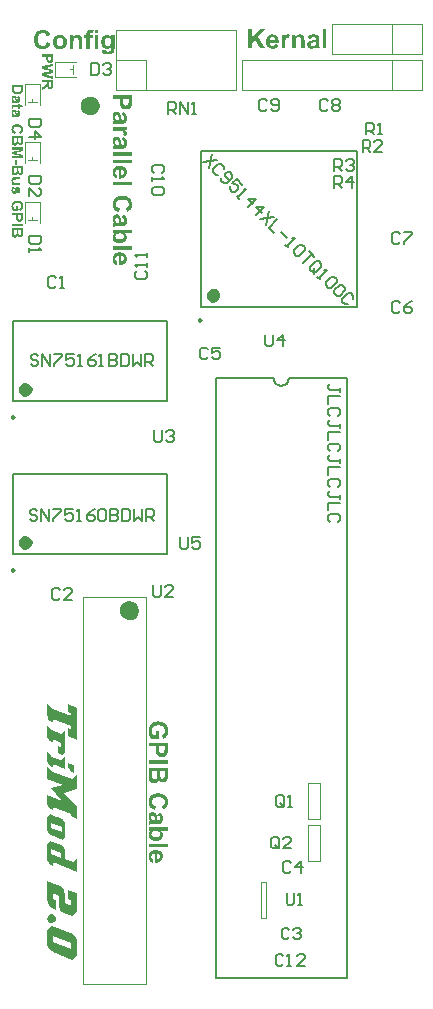
<source format=gto>
G04*
G04 #@! TF.GenerationSoftware,Altium Limited,Altium Designer,21.1.0 (24)*
G04*
G04 Layer_Color=65535*
%FSLAX25Y25*%
%MOIN*%
G70*
G04*
G04 #@! TF.SameCoordinates,593A92C0-0D7A-4823-B9BF-B5AAC7A53552*
G04*
G04*
G04 #@! TF.FilePolarity,Positive*
G04*
G01*
G75*
%ADD10C,0.03937*%
%ADD11C,0.00787*%
%ADD12C,0.00984*%
%ADD13C,0.02362*%
%ADD14C,0.00394*%
%ADD15C,0.00591*%
G36*
X52116Y91558D02*
X52184D01*
X52271Y91549D01*
X52371Y91539D01*
X52485Y91526D01*
X52607Y91512D01*
X52739Y91489D01*
X52880Y91462D01*
X53026Y91430D01*
X53172Y91389D01*
X53322Y91344D01*
X53472Y91289D01*
X53622Y91225D01*
X53768Y91153D01*
X53777Y91148D01*
X53799Y91135D01*
X53841Y91107D01*
X53895Y91075D01*
X53959Y91034D01*
X54032Y90980D01*
X54114Y90916D01*
X54200Y90848D01*
X54295Y90766D01*
X54391Y90675D01*
X54487Y90579D01*
X54587Y90470D01*
X54682Y90352D01*
X54773Y90224D01*
X54860Y90092D01*
X54942Y89947D01*
X54946Y89938D01*
X54955Y89920D01*
X54969Y89883D01*
X54992Y89838D01*
X55014Y89779D01*
X55042Y89706D01*
X55069Y89624D01*
X55101Y89533D01*
X55128Y89428D01*
X55155Y89310D01*
X55183Y89187D01*
X55206Y89055D01*
X55228Y88914D01*
X55242Y88759D01*
X55251Y88600D01*
X55256Y88436D01*
Y88359D01*
X55251Y88323D01*
Y88286D01*
X55246Y88245D01*
X55242Y88145D01*
X55228Y88031D01*
X55215Y87904D01*
X55192Y87767D01*
X55169Y87626D01*
X55133Y87476D01*
X55096Y87322D01*
X55046Y87171D01*
X54992Y87021D01*
X54923Y86876D01*
X54846Y86735D01*
X54760Y86607D01*
X54755Y86598D01*
X54737Y86580D01*
X54710Y86544D01*
X54669Y86503D01*
X54619Y86448D01*
X54559Y86389D01*
X54487Y86321D01*
X54405Y86252D01*
X54314Y86180D01*
X54214Y86111D01*
X54100Y86039D01*
X53982Y85970D01*
X53850Y85906D01*
X53708Y85847D01*
X53563Y85797D01*
X53404Y85756D01*
X53167Y87017D01*
X53172D01*
X53185Y87021D01*
X53213Y87030D01*
X53244Y87044D01*
X53281Y87058D01*
X53326Y87080D01*
X53376Y87103D01*
X53431Y87130D01*
X53486Y87162D01*
X53545Y87199D01*
X53608Y87240D01*
X53668Y87285D01*
X53727Y87340D01*
X53786Y87394D01*
X53845Y87454D01*
X53895Y87522D01*
X53900Y87526D01*
X53909Y87540D01*
X53922Y87558D01*
X53936Y87586D01*
X53959Y87622D01*
X53982Y87667D01*
X54004Y87717D01*
X54032Y87772D01*
X54059Y87836D01*
X54082Y87904D01*
X54104Y87981D01*
X54127Y88063D01*
X54141Y88145D01*
X54154Y88241D01*
X54163Y88336D01*
X54168Y88436D01*
Y88473D01*
X54163Y88518D01*
X54159Y88573D01*
X54150Y88646D01*
X54141Y88727D01*
X54123Y88814D01*
X54100Y88914D01*
X54072Y89019D01*
X54036Y89123D01*
X53995Y89237D01*
X53945Y89346D01*
X53881Y89455D01*
X53813Y89560D01*
X53731Y89665D01*
X53636Y89760D01*
X53631Y89765D01*
X53613Y89783D01*
X53581Y89806D01*
X53536Y89838D01*
X53481Y89874D01*
X53413Y89915D01*
X53335Y89961D01*
X53244Y90006D01*
X53140Y90052D01*
X53022Y90097D01*
X52894Y90138D01*
X52753Y90174D01*
X52598Y90206D01*
X52434Y90229D01*
X52257Y90247D01*
X52070Y90252D01*
X52066D01*
X52057D01*
X52043D01*
X52021D01*
X51993D01*
X51966Y90247D01*
X51929D01*
X51889Y90243D01*
X51793Y90238D01*
X51688Y90224D01*
X51570Y90211D01*
X51443Y90188D01*
X51306Y90165D01*
X51170Y90129D01*
X51029Y90092D01*
X50892Y90043D01*
X50756Y89988D01*
X50624Y89920D01*
X50501Y89842D01*
X50392Y89756D01*
X50387Y89751D01*
X50369Y89733D01*
X50341Y89706D01*
X50305Y89665D01*
X50264Y89615D01*
X50214Y89556D01*
X50164Y89483D01*
X50114Y89406D01*
X50059Y89315D01*
X50009Y89219D01*
X49964Y89110D01*
X49918Y88991D01*
X49882Y88869D01*
X49855Y88737D01*
X49837Y88596D01*
X49832Y88450D01*
Y88409D01*
X49837Y88382D01*
Y88345D01*
X49841Y88300D01*
X49846Y88254D01*
X49850Y88200D01*
X49859Y88141D01*
X49868Y88077D01*
X49896Y87945D01*
X49937Y87799D01*
X49987Y87649D01*
Y87645D01*
X49996Y87631D01*
X50000Y87608D01*
X50014Y87581D01*
X50028Y87549D01*
X50046Y87508D01*
X50068Y87463D01*
X50091Y87413D01*
X50146Y87303D01*
X50210Y87190D01*
X50282Y87071D01*
X50364Y86958D01*
X51165D01*
Y88414D01*
X52230D01*
Y85675D01*
X49718D01*
X49714Y85679D01*
X49700Y85693D01*
X49682Y85715D01*
X49654Y85747D01*
X49618Y85788D01*
X49582Y85843D01*
X49536Y85902D01*
X49486Y85970D01*
X49436Y86048D01*
X49382Y86134D01*
X49327Y86230D01*
X49268Y86334D01*
X49209Y86443D01*
X49149Y86566D01*
X49090Y86698D01*
X49036Y86835D01*
X49031Y86844D01*
X49022Y86867D01*
X49008Y86908D01*
X48990Y86967D01*
X48967Y87035D01*
X48945Y87117D01*
X48917Y87208D01*
X48890Y87308D01*
X48863Y87422D01*
X48836Y87540D01*
X48813Y87667D01*
X48790Y87799D01*
X48772Y87936D01*
X48758Y88077D01*
X48749Y88222D01*
X48744Y88368D01*
Y88436D01*
X48749Y88464D01*
Y88532D01*
X48758Y88618D01*
X48767Y88718D01*
X48781Y88832D01*
X48794Y88955D01*
X48817Y89087D01*
X48845Y89223D01*
X48881Y89364D01*
X48917Y89510D01*
X48967Y89660D01*
X49022Y89806D01*
X49086Y89951D01*
X49158Y90092D01*
X49163Y90102D01*
X49177Y90124D01*
X49204Y90161D01*
X49236Y90211D01*
X49277Y90275D01*
X49331Y90343D01*
X49391Y90420D01*
X49463Y90507D01*
X49541Y90593D01*
X49627Y90684D01*
X49727Y90775D01*
X49832Y90866D01*
X49946Y90957D01*
X50068Y91039D01*
X50200Y91121D01*
X50341Y91194D01*
X50351Y91198D01*
X50378Y91207D01*
X50419Y91225D01*
X50478Y91253D01*
X50551Y91280D01*
X50633Y91312D01*
X50733Y91344D01*
X50842Y91376D01*
X50960Y91412D01*
X51092Y91444D01*
X51229Y91476D01*
X51374Y91503D01*
X51529Y91526D01*
X51688Y91544D01*
X51852Y91558D01*
X52021Y91562D01*
X52025D01*
X52030D01*
X52048D01*
X52066D01*
X52089D01*
X52116Y91558D01*
D02*
G37*
G36*
X55151Y82280D02*
X55146Y82185D01*
Y82080D01*
X55142Y81966D01*
X55137Y81843D01*
X55128Y81589D01*
X55119Y81461D01*
X55110Y81338D01*
X55101Y81225D01*
X55087Y81120D01*
X55073Y81029D01*
X55064Y80993D01*
X55055Y80956D01*
Y80952D01*
X55046Y80933D01*
X55037Y80901D01*
X55028Y80865D01*
X55010Y80820D01*
X54987Y80765D01*
X54960Y80706D01*
X54923Y80638D01*
X54887Y80569D01*
X54842Y80497D01*
X54791Y80424D01*
X54737Y80346D01*
X54673Y80269D01*
X54600Y80192D01*
X54523Y80119D01*
X54436Y80051D01*
X54432Y80046D01*
X54414Y80032D01*
X54387Y80014D01*
X54350Y79992D01*
X54305Y79964D01*
X54245Y79932D01*
X54182Y79900D01*
X54104Y79864D01*
X54023Y79832D01*
X53931Y79800D01*
X53831Y79769D01*
X53722Y79741D01*
X53604Y79714D01*
X53481Y79696D01*
X53349Y79687D01*
X53213Y79682D01*
X53208D01*
X53185D01*
X53158D01*
X53117Y79687D01*
X53067D01*
X53008Y79691D01*
X52944Y79700D01*
X52871Y79709D01*
X52798Y79719D01*
X52717Y79732D01*
X52553Y79773D01*
X52389Y79823D01*
X52312Y79860D01*
X52234Y79896D01*
X52230Y79900D01*
X52216Y79905D01*
X52198Y79919D01*
X52171Y79932D01*
X52139Y79955D01*
X52098Y79978D01*
X52011Y80042D01*
X51911Y80119D01*
X51807Y80210D01*
X51706Y80315D01*
X51616Y80428D01*
X51611Y80433D01*
X51606Y80442D01*
X51593Y80460D01*
X51579Y80483D01*
X51561Y80515D01*
X51538Y80547D01*
X51515Y80588D01*
X51493Y80633D01*
X51443Y80733D01*
X51393Y80842D01*
X51347Y80961D01*
X51315Y81088D01*
Y81093D01*
X51311Y81111D01*
X51306Y81134D01*
X51302Y81174D01*
X51297Y81220D01*
X51288Y81279D01*
X51279Y81343D01*
X51274Y81425D01*
X51265Y81511D01*
X51256Y81607D01*
X51247Y81716D01*
X51242Y81834D01*
X51238Y81962D01*
X51233Y82098D01*
X51229Y82248D01*
Y83231D01*
X48854D01*
Y84501D01*
X55151D01*
Y82280D01*
D02*
G37*
G36*
Y77407D02*
X48854D01*
Y78677D01*
X55151D01*
Y77407D01*
D02*
G37*
G36*
Y73485D02*
X55146Y73417D01*
Y73339D01*
X55142Y73253D01*
X55137Y73071D01*
X55124Y72889D01*
X55119Y72798D01*
X55110Y72711D01*
X55096Y72634D01*
X55087Y72561D01*
Y72557D01*
X55083Y72543D01*
X55078Y72525D01*
X55073Y72498D01*
X55064Y72466D01*
X55055Y72429D01*
X55046Y72388D01*
X55033Y72338D01*
X54996Y72238D01*
X54951Y72129D01*
X54892Y72015D01*
X54823Y71902D01*
Y71897D01*
X54814Y71888D01*
X54805Y71874D01*
X54787Y71852D01*
X54746Y71802D01*
X54687Y71733D01*
X54609Y71656D01*
X54518Y71574D01*
X54418Y71497D01*
X54300Y71419D01*
X54295Y71415D01*
X54286Y71410D01*
X54268Y71401D01*
X54241Y71387D01*
X54214Y71374D01*
X54177Y71356D01*
X54132Y71337D01*
X54086Y71319D01*
X54032Y71301D01*
X53977Y71287D01*
X53850Y71255D01*
X53713Y71233D01*
X53640Y71224D01*
X53563D01*
X53558D01*
X53545D01*
X53522D01*
X53490Y71228D01*
X53449Y71233D01*
X53404Y71237D01*
X53354Y71242D01*
X53294Y71255D01*
X53172Y71283D01*
X53035Y71324D01*
X52967Y71351D01*
X52894Y71383D01*
X52821Y71424D01*
X52753Y71465D01*
X52749Y71469D01*
X52735Y71474D01*
X52717Y71488D01*
X52694Y71506D01*
X52662Y71533D01*
X52626Y71560D01*
X52589Y71597D01*
X52544Y71633D01*
X52503Y71679D01*
X52457Y71724D01*
X52362Y71833D01*
X52275Y71961D01*
X52198Y72106D01*
Y72102D01*
X52189Y72079D01*
X52180Y72052D01*
X52166Y72011D01*
X52148Y71965D01*
X52125Y71911D01*
X52098Y71847D01*
X52066Y71779D01*
X52030Y71710D01*
X51989Y71638D01*
X51939Y71565D01*
X51889Y71492D01*
X51834Y71419D01*
X51770Y71351D01*
X51702Y71283D01*
X51629Y71224D01*
X51625Y71219D01*
X51611Y71210D01*
X51588Y71196D01*
X51556Y71174D01*
X51520Y71151D01*
X51474Y71124D01*
X51420Y71096D01*
X51361Y71069D01*
X51293Y71042D01*
X51220Y71010D01*
X51142Y70987D01*
X51056Y70964D01*
X50969Y70942D01*
X50874Y70928D01*
X50778Y70919D01*
X50678Y70914D01*
X50674D01*
X50660D01*
X50637D01*
X50605Y70919D01*
X50564D01*
X50524Y70923D01*
X50469Y70933D01*
X50414Y70937D01*
X50351Y70951D01*
X50287Y70964D01*
X50146Y71001D01*
X49996Y71046D01*
X49918Y71078D01*
X49841Y71114D01*
X49837D01*
X49823Y71124D01*
X49800Y71137D01*
X49773Y71151D01*
X49741Y71169D01*
X49700Y71196D01*
X49609Y71255D01*
X49504Y71337D01*
X49395Y71428D01*
X49290Y71538D01*
X49190Y71661D01*
X49186Y71665D01*
X49181Y71674D01*
X49168Y71697D01*
X49154Y71724D01*
X49131Y71756D01*
X49113Y71797D01*
X49086Y71842D01*
X49063Y71897D01*
X49036Y71956D01*
X49013Y72020D01*
X48986Y72093D01*
X48963Y72166D01*
X48940Y72247D01*
X48922Y72334D01*
X48895Y72516D01*
Y72530D01*
X48890Y72552D01*
Y72584D01*
X48886Y72625D01*
X48881Y72680D01*
Y72743D01*
X48876Y72825D01*
X48872Y72921D01*
X48867Y73030D01*
Y73153D01*
X48863Y73294D01*
Y73371D01*
X48858Y73453D01*
Y73635D01*
X48854Y73731D01*
Y76188D01*
X55151D01*
Y73485D01*
D02*
G37*
G36*
X52048Y67615D02*
X52093D01*
X52143Y67611D01*
X52202Y67606D01*
X52266Y67602D01*
X52334Y67597D01*
X52407Y67588D01*
X52485Y67579D01*
X52653Y67552D01*
X52835Y67520D01*
X53031Y67475D01*
X53231Y67424D01*
X53431Y67356D01*
X53636Y67279D01*
X53836Y67183D01*
X54027Y67079D01*
X54214Y66951D01*
X54300Y66883D01*
X54382Y66810D01*
X54387Y66806D01*
X54391Y66801D01*
X54405Y66787D01*
X54418Y66774D01*
X54464Y66728D01*
X54518Y66665D01*
X54587Y66583D01*
X54659Y66483D01*
X54737Y66369D01*
X54819Y66241D01*
X54901Y66096D01*
X54978Y65932D01*
X55055Y65759D01*
X55119Y65568D01*
X55174Y65363D01*
X55219Y65149D01*
X55246Y64917D01*
X55251Y64799D01*
X55256Y64676D01*
Y64626D01*
X55251Y64599D01*
Y64567D01*
X55246Y64526D01*
Y64485D01*
X55233Y64385D01*
X55219Y64276D01*
X55196Y64148D01*
X55169Y64012D01*
X55133Y63866D01*
X55087Y63712D01*
X55033Y63557D01*
X54964Y63398D01*
X54887Y63243D01*
X54796Y63088D01*
X54691Y62943D01*
X54568Y62802D01*
X54564Y62797D01*
X54550Y62783D01*
X54527Y62761D01*
X54496Y62733D01*
X54455Y62697D01*
X54400Y62656D01*
X54341Y62611D01*
X54273Y62560D01*
X54195Y62510D01*
X54109Y62456D01*
X54013Y62401D01*
X53913Y62347D01*
X53799Y62297D01*
X53681Y62247D01*
X53549Y62196D01*
X53413Y62155D01*
X53113Y63416D01*
X53117D01*
X53135Y63420D01*
X53158Y63429D01*
X53194Y63439D01*
X53235Y63452D01*
X53281Y63471D01*
X53335Y63493D01*
X53390Y63516D01*
X53513Y63580D01*
X53577Y63621D01*
X53640Y63662D01*
X53704Y63707D01*
X53768Y63762D01*
X53827Y63821D01*
X53881Y63885D01*
X53886Y63889D01*
X53895Y63898D01*
X53909Y63921D01*
X53927Y63948D01*
X53950Y63980D01*
X53972Y64021D01*
X54000Y64071D01*
X54027Y64121D01*
X54050Y64185D01*
X54077Y64249D01*
X54100Y64321D01*
X54123Y64394D01*
X54141Y64476D01*
X54154Y64562D01*
X54163Y64649D01*
X54168Y64745D01*
Y64776D01*
X54163Y64813D01*
X54159Y64858D01*
X54154Y64917D01*
X54141Y64986D01*
X54127Y65063D01*
X54104Y65145D01*
X54077Y65236D01*
X54045Y65327D01*
X54004Y65422D01*
X53954Y65518D01*
X53895Y65609D01*
X53831Y65705D01*
X53754Y65791D01*
X53663Y65877D01*
X53658Y65882D01*
X53640Y65896D01*
X53608Y65918D01*
X53567Y65946D01*
X53513Y65978D01*
X53445Y66014D01*
X53367Y66055D01*
X53272Y66091D01*
X53167Y66132D01*
X53044Y66173D01*
X52912Y66210D01*
X52767Y66241D01*
X52603Y66269D01*
X52430Y66291D01*
X52239Y66305D01*
X52034Y66310D01*
X52030D01*
X52021D01*
X52002D01*
X51984D01*
X51952D01*
X51920Y66305D01*
X51884D01*
X51838Y66301D01*
X51743Y66296D01*
X51629Y66287D01*
X51506Y66273D01*
X51374Y66255D01*
X51238Y66232D01*
X51097Y66205D01*
X50956Y66169D01*
X50815Y66128D01*
X50683Y66082D01*
X50555Y66023D01*
X50442Y65959D01*
X50337Y65882D01*
X50332Y65877D01*
X50314Y65864D01*
X50292Y65837D01*
X50260Y65805D01*
X50219Y65764D01*
X50178Y65709D01*
X50132Y65650D01*
X50087Y65582D01*
X50037Y65504D01*
X49991Y65422D01*
X49950Y65331D01*
X49909Y65231D01*
X49877Y65127D01*
X49855Y65013D01*
X49837Y64895D01*
X49832Y64767D01*
Y64717D01*
X49837Y64681D01*
X49841Y64640D01*
X49850Y64590D01*
X49859Y64531D01*
X49873Y64467D01*
X49887Y64403D01*
X49909Y64335D01*
X49937Y64262D01*
X49968Y64189D01*
X50005Y64112D01*
X50046Y64039D01*
X50096Y63966D01*
X50150Y63898D01*
X50155Y63894D01*
X50164Y63880D01*
X50187Y63862D01*
X50214Y63839D01*
X50246Y63807D01*
X50292Y63771D01*
X50341Y63734D01*
X50401Y63693D01*
X50464Y63652D01*
X50542Y63607D01*
X50624Y63561D01*
X50715Y63520D01*
X50819Y63480D01*
X50924Y63439D01*
X51042Y63402D01*
X51170Y63370D01*
X50778Y62137D01*
X50774D01*
X50765Y62142D01*
X50751Y62146D01*
X50733Y62151D01*
X50710Y62160D01*
X50678Y62169D01*
X50610Y62192D01*
X50524Y62224D01*
X50423Y62265D01*
X50314Y62310D01*
X50200Y62365D01*
X50078Y62424D01*
X49950Y62492D01*
X49823Y62570D01*
X49695Y62656D01*
X49573Y62752D01*
X49454Y62852D01*
X49345Y62965D01*
X49245Y63084D01*
X49240Y63093D01*
X49222Y63116D01*
X49200Y63152D01*
X49168Y63202D01*
X49131Y63266D01*
X49086Y63343D01*
X49040Y63434D01*
X48995Y63539D01*
X48949Y63652D01*
X48904Y63780D01*
X48863Y63916D01*
X48822Y64066D01*
X48790Y64221D01*
X48767Y64390D01*
X48749Y64567D01*
X48744Y64754D01*
Y64808D01*
X48749Y64840D01*
Y64876D01*
X48754Y64917D01*
X48758Y64963D01*
X48763Y65013D01*
X48772Y65067D01*
X48790Y65195D01*
X48817Y65331D01*
X48854Y65482D01*
X48895Y65641D01*
X48954Y65809D01*
X49022Y65978D01*
X49104Y66155D01*
X49204Y66323D01*
X49318Y66496D01*
X49382Y66578D01*
X49450Y66660D01*
X49523Y66737D01*
X49600Y66815D01*
X49604D01*
X49609Y66824D01*
X49623Y66833D01*
X49641Y66851D01*
X49664Y66869D01*
X49691Y66887D01*
X49723Y66915D01*
X49759Y66942D01*
X49800Y66969D01*
X49846Y67001D01*
X49896Y67033D01*
X49950Y67070D01*
X50073Y67142D01*
X50214Y67215D01*
X50373Y67292D01*
X50546Y67365D01*
X50742Y67434D01*
X50951Y67493D01*
X51174Y67547D01*
X51415Y67584D01*
X51670Y67611D01*
X51807Y67615D01*
X51943Y67620D01*
X51948D01*
X51961D01*
X51984D01*
X52011D01*
X52048Y67615D01*
D02*
G37*
G36*
X50160Y61368D02*
X50196D01*
X50232Y61364D01*
X50278Y61359D01*
X50328Y61350D01*
X50432Y61327D01*
X50551Y61296D01*
X50669Y61250D01*
X50783Y61191D01*
X50787Y61186D01*
X50797Y61182D01*
X50810Y61173D01*
X50833Y61155D01*
X50888Y61114D01*
X50956Y61054D01*
X51029Y60982D01*
X51106Y60895D01*
X51183Y60790D01*
X51247Y60672D01*
Y60668D01*
X51256Y60659D01*
X51265Y60636D01*
X51274Y60609D01*
X51288Y60577D01*
X51306Y60536D01*
X51324Y60486D01*
X51342Y60426D01*
X51365Y60363D01*
X51388Y60290D01*
X51411Y60213D01*
X51433Y60126D01*
X51461Y60035D01*
X51484Y59935D01*
X51506Y59826D01*
X51529Y59712D01*
Y59703D01*
X51538Y59676D01*
X51543Y59630D01*
X51556Y59576D01*
X51570Y59507D01*
X51588Y59425D01*
X51606Y59339D01*
X51625Y59248D01*
X51675Y59052D01*
X51725Y58861D01*
X51748Y58770D01*
X51775Y58684D01*
X51802Y58606D01*
X51829Y58538D01*
X51948D01*
X51952D01*
X51961D01*
X51980D01*
X52002Y58543D01*
X52034D01*
X52066Y58547D01*
X52139Y58561D01*
X52221Y58579D01*
X52303Y58611D01*
X52380Y58652D01*
X52412Y58679D01*
X52444Y58711D01*
X52448Y58720D01*
X52457Y58729D01*
X52466Y58748D01*
X52480Y58766D01*
X52489Y58793D01*
X52503Y58820D01*
X52521Y58857D01*
X52535Y58898D01*
X52548Y58948D01*
X52557Y58998D01*
X52571Y59057D01*
X52580Y59125D01*
X52589Y59198D01*
X52594Y59275D01*
Y59416D01*
X52589Y59444D01*
Y59476D01*
X52580Y59544D01*
X52562Y59626D01*
X52539Y59712D01*
X52507Y59794D01*
X52466Y59867D01*
X52462Y59876D01*
X52444Y59894D01*
X52407Y59931D01*
X52362Y59967D01*
X52303Y60013D01*
X52225Y60062D01*
X52130Y60108D01*
X52021Y60154D01*
X52216Y61250D01*
X52225Y61246D01*
X52243Y61241D01*
X52280Y61232D01*
X52325Y61214D01*
X52380Y61195D01*
X52444Y61168D01*
X52512Y61136D01*
X52585Y61105D01*
X52667Y61063D01*
X52744Y61014D01*
X52826Y60963D01*
X52908Y60904D01*
X52985Y60845D01*
X53062Y60772D01*
X53131Y60699D01*
X53194Y60618D01*
X53199Y60613D01*
X53208Y60595D01*
X53226Y60568D01*
X53244Y60531D01*
X53267Y60486D01*
X53294Y60426D01*
X53326Y60358D01*
X53358Y60276D01*
X53386Y60190D01*
X53417Y60090D01*
X53445Y59976D01*
X53467Y59858D01*
X53486Y59726D01*
X53504Y59585D01*
X53513Y59435D01*
X53517Y59271D01*
Y59193D01*
X53513Y59139D01*
Y59071D01*
X53508Y58993D01*
X53504Y58907D01*
X53495Y58816D01*
X53486Y58720D01*
X53472Y58620D01*
X53435Y58420D01*
X53417Y58324D01*
X53390Y58229D01*
X53358Y58142D01*
X53326Y58065D01*
Y58060D01*
X53317Y58047D01*
X53308Y58029D01*
X53290Y58001D01*
X53272Y57969D01*
X53249Y57933D01*
X53194Y57847D01*
X53122Y57756D01*
X53040Y57665D01*
X52944Y57578D01*
X52894Y57542D01*
X52839Y57510D01*
X52835D01*
X52826Y57501D01*
X52808Y57496D01*
X52780Y57483D01*
X52749Y57474D01*
X52703Y57460D01*
X52653Y57442D01*
X52594Y57428D01*
X52526Y57414D01*
X52444Y57396D01*
X52357Y57383D01*
X52257Y57373D01*
X52148Y57360D01*
X52030Y57355D01*
X51898Y57346D01*
X51757D01*
X50351Y57364D01*
X50346D01*
X50323D01*
X50292D01*
X50251D01*
X50200D01*
X50146Y57360D01*
X50082D01*
X50014Y57355D01*
X49868Y57351D01*
X49723Y57342D01*
X49650Y57337D01*
X49582Y57328D01*
X49523Y57319D01*
X49463Y57310D01*
X49459D01*
X49450Y57305D01*
X49436D01*
X49413Y57296D01*
X49386Y57292D01*
X49354Y57283D01*
X49281Y57260D01*
X49190Y57232D01*
X49086Y57191D01*
X48972Y57146D01*
X48854Y57091D01*
Y58284D01*
X48858D01*
X48876Y58293D01*
X48904Y58302D01*
X48945Y58315D01*
X48995Y58333D01*
X49054Y58356D01*
X49127Y58379D01*
X49209Y58402D01*
X49213D01*
X49227Y58406D01*
X49245Y58411D01*
X49268Y58420D01*
X49313Y58434D01*
X49331Y58438D01*
X49350Y58443D01*
X49345Y58447D01*
X49336Y58456D01*
X49322Y58475D01*
X49300Y58497D01*
X49277Y58525D01*
X49245Y58561D01*
X49213Y58597D01*
X49181Y58643D01*
X49108Y58738D01*
X49031Y58852D01*
X48963Y58975D01*
X48899Y59107D01*
Y59112D01*
X48895Y59121D01*
X48886Y59143D01*
X48876Y59166D01*
X48863Y59203D01*
X48854Y59239D01*
X48840Y59285D01*
X48826Y59330D01*
X48808Y59385D01*
X48794Y59444D01*
X48772Y59571D01*
X48754Y59712D01*
X48749Y59858D01*
Y59890D01*
X48754Y59926D01*
Y59976D01*
X48763Y60035D01*
X48767Y60103D01*
X48781Y60176D01*
X48799Y60263D01*
X48817Y60349D01*
X48845Y60440D01*
X48872Y60531D01*
X48908Y60622D01*
X48954Y60713D01*
X49004Y60804D01*
X49063Y60891D01*
X49131Y60968D01*
X49136Y60972D01*
X49149Y60986D01*
X49172Y61004D01*
X49200Y61032D01*
X49236Y61063D01*
X49281Y61095D01*
X49336Y61132D01*
X49395Y61168D01*
X49463Y61209D01*
X49536Y61246D01*
X49613Y61277D01*
X49700Y61309D01*
X49791Y61336D01*
X49887Y61355D01*
X49991Y61368D01*
X50096Y61373D01*
X50100D01*
X50114D01*
X50132D01*
X50160Y61368D01*
D02*
G37*
G36*
X55151Y55012D02*
X52880D01*
X52890Y55007D01*
X52908Y54985D01*
X52940Y54957D01*
X52981Y54912D01*
X53031Y54862D01*
X53081Y54798D01*
X53140Y54721D01*
X53199Y54639D01*
X53258Y54548D01*
X53317Y54448D01*
X53372Y54339D01*
X53417Y54220D01*
X53458Y54097D01*
X53490Y53970D01*
X53508Y53834D01*
X53517Y53693D01*
Y53656D01*
X53513Y53611D01*
X53508Y53552D01*
X53499Y53483D01*
X53486Y53397D01*
X53467Y53306D01*
X53440Y53206D01*
X53408Y53096D01*
X53372Y52987D01*
X53322Y52873D01*
X53263Y52755D01*
X53194Y52641D01*
X53113Y52523D01*
X53017Y52414D01*
X52912Y52309D01*
X52903Y52305D01*
X52885Y52287D01*
X52849Y52259D01*
X52798Y52223D01*
X52739Y52182D01*
X52662Y52136D01*
X52571Y52086D01*
X52471Y52036D01*
X52353Y51986D01*
X52225Y51936D01*
X52080Y51891D01*
X51925Y51850D01*
X51757Y51813D01*
X51579Y51786D01*
X51384Y51768D01*
X51179Y51763D01*
X51174D01*
X51165D01*
X51151D01*
X51129D01*
X51101D01*
X51065Y51768D01*
X51029D01*
X50988Y51772D01*
X50888Y51781D01*
X50774Y51791D01*
X50651Y51809D01*
X50514Y51832D01*
X50373Y51863D01*
X50223Y51900D01*
X50073Y51945D01*
X49927Y52000D01*
X49777Y52064D01*
X49636Y52136D01*
X49500Y52223D01*
X49377Y52323D01*
X49368Y52328D01*
X49350Y52350D01*
X49318Y52378D01*
X49277Y52423D01*
X49231Y52478D01*
X49177Y52541D01*
X49122Y52614D01*
X49063Y52701D01*
X49004Y52792D01*
X48949Y52896D01*
X48895Y53010D01*
X48849Y53128D01*
X48808Y53256D01*
X48776Y53388D01*
X48758Y53529D01*
X48749Y53674D01*
Y53711D01*
X48754Y53743D01*
Y53774D01*
X48758Y53820D01*
X48767Y53865D01*
X48772Y53916D01*
X48799Y54034D01*
X48831Y54166D01*
X48881Y54307D01*
X48908Y54375D01*
X48945Y54448D01*
X48949Y54452D01*
X48954Y54466D01*
X48967Y54484D01*
X48981Y54511D01*
X49004Y54543D01*
X49027Y54580D01*
X49058Y54625D01*
X49090Y54671D01*
X49172Y54771D01*
X49272Y54880D01*
X49386Y54994D01*
X49523Y55098D01*
X48854D01*
Y56218D01*
X55151D01*
Y55012D01*
D02*
G37*
G36*
Y49584D02*
X48854D01*
Y50790D01*
X55151D01*
Y49584D01*
D02*
G37*
G36*
X51174Y48697D02*
X51206D01*
X51242D01*
X51283Y48692D01*
X51379Y48683D01*
X51488Y48669D01*
X51611Y48651D01*
X51743Y48628D01*
X51884Y48597D01*
X52030Y48556D01*
X52175Y48510D01*
X52325Y48451D01*
X52471Y48383D01*
X52612Y48305D01*
X52744Y48214D01*
X52871Y48110D01*
X52880Y48101D01*
X52899Y48082D01*
X52930Y48050D01*
X52971Y48005D01*
X53022Y47946D01*
X53076Y47873D01*
X53135Y47791D01*
X53194Y47700D01*
X53254Y47596D01*
X53313Y47482D01*
X53367Y47359D01*
X53417Y47227D01*
X53458Y47086D01*
X53490Y46936D01*
X53508Y46777D01*
X53517Y46608D01*
Y46563D01*
X53513Y46540D01*
Y46513D01*
X53508Y46440D01*
X53499Y46353D01*
X53481Y46258D01*
X53463Y46144D01*
X53435Y46026D01*
X53399Y45903D01*
X53354Y45771D01*
X53299Y45639D01*
X53235Y45502D01*
X53158Y45371D01*
X53067Y45243D01*
X52962Y45120D01*
X52844Y45007D01*
X52835Y45002D01*
X52812Y44979D01*
X52771Y44952D01*
X52717Y44916D01*
X52644Y44870D01*
X52557Y44820D01*
X52453Y44770D01*
X52334Y44715D01*
X52198Y44661D01*
X52043Y44606D01*
X51875Y44561D01*
X51688Y44515D01*
X51488Y44483D01*
X51270Y44456D01*
X51033Y44442D01*
X50783Y44438D01*
Y47464D01*
X50778D01*
X50760D01*
X50733Y47459D01*
X50696D01*
X50651Y47455D01*
X50596Y47445D01*
X50542Y47436D01*
X50478Y47423D01*
X50341Y47391D01*
X50273Y47368D01*
X50205Y47341D01*
X50137Y47304D01*
X50068Y47268D01*
X50005Y47227D01*
X49946Y47177D01*
X49941Y47172D01*
X49932Y47163D01*
X49918Y47150D01*
X49900Y47127D01*
X49877Y47100D01*
X49850Y47063D01*
X49827Y47027D01*
X49800Y46981D01*
X49768Y46936D01*
X49746Y46881D01*
X49695Y46763D01*
X49677Y46695D01*
X49664Y46626D01*
X49654Y46554D01*
X49650Y46476D01*
Y46449D01*
X49654Y46426D01*
X49659Y46376D01*
X49668Y46308D01*
X49686Y46235D01*
X49714Y46153D01*
X49750Y46076D01*
X49800Y45998D01*
Y45994D01*
X49809Y45989D01*
X49832Y45967D01*
X49868Y45930D01*
X49923Y45889D01*
X49991Y45839D01*
X50078Y45789D01*
X50178Y45744D01*
X50301Y45703D01*
X50100Y44502D01*
X50091Y44506D01*
X50073Y44511D01*
X50037Y44524D01*
X49991Y44547D01*
X49937Y44570D01*
X49873Y44602D01*
X49800Y44638D01*
X49727Y44684D01*
X49645Y44729D01*
X49564Y44784D01*
X49477Y44847D01*
X49395Y44911D01*
X49313Y44984D01*
X49231Y45061D01*
X49158Y45148D01*
X49090Y45239D01*
X49086Y45243D01*
X49077Y45261D01*
X49058Y45289D01*
X49036Y45330D01*
X49013Y45380D01*
X48981Y45434D01*
X48954Y45507D01*
X48922Y45584D01*
X48890Y45671D01*
X48858Y45762D01*
X48826Y45867D01*
X48804Y45976D01*
X48781Y46094D01*
X48763Y46221D01*
X48754Y46353D01*
X48749Y46490D01*
Y46540D01*
X48754Y46572D01*
Y46604D01*
X48758Y46640D01*
X48763Y46685D01*
X48772Y46786D01*
X48790Y46895D01*
X48813Y47022D01*
X48845Y47159D01*
X48886Y47300D01*
X48940Y47445D01*
X48999Y47591D01*
X49077Y47737D01*
X49163Y47878D01*
X49268Y48010D01*
X49386Y48137D01*
X49523Y48251D01*
X49532Y48255D01*
X49550Y48269D01*
X49586Y48292D01*
X49636Y48319D01*
X49695Y48355D01*
X49768Y48392D01*
X49855Y48433D01*
X49955Y48474D01*
X50064Y48519D01*
X50182Y48560D01*
X50310Y48597D01*
X50451Y48628D01*
X50596Y48660D01*
X50756Y48683D01*
X50924Y48697D01*
X51097Y48701D01*
X51101D01*
X51111D01*
X51124D01*
X51147D01*
X51174Y48697D01*
D02*
G37*
G36*
X43151Y298126D02*
X43146Y298030D01*
Y297926D01*
X43142Y297812D01*
X43137Y297689D01*
X43128Y297434D01*
X43119Y297307D01*
X43110Y297184D01*
X43101Y297071D01*
X43087Y296966D01*
X43073Y296875D01*
X43064Y296838D01*
X43055Y296802D01*
Y296797D01*
X43046Y296779D01*
X43037Y296747D01*
X43028Y296711D01*
X43010Y296666D01*
X42987Y296611D01*
X42960Y296552D01*
X42923Y296484D01*
X42887Y296415D01*
X42842Y296342D01*
X42791Y296270D01*
X42737Y296192D01*
X42673Y296115D01*
X42600Y296038D01*
X42523Y295965D01*
X42437Y295897D01*
X42432Y295892D01*
X42414Y295878D01*
X42386Y295860D01*
X42350Y295837D01*
X42305Y295810D01*
X42245Y295778D01*
X42182Y295746D01*
X42104Y295710D01*
X42022Y295678D01*
X41932Y295646D01*
X41831Y295615D01*
X41722Y295587D01*
X41604Y295560D01*
X41481Y295542D01*
X41349Y295533D01*
X41213Y295528D01*
X41208D01*
X41185D01*
X41158D01*
X41117Y295533D01*
X41067D01*
X41008Y295537D01*
X40944Y295546D01*
X40871Y295555D01*
X40799Y295564D01*
X40717Y295578D01*
X40553Y295619D01*
X40389Y295669D01*
X40312Y295706D01*
X40234Y295742D01*
X40230Y295746D01*
X40216Y295751D01*
X40198Y295765D01*
X40171Y295778D01*
X40139Y295801D01*
X40098Y295824D01*
X40011Y295887D01*
X39911Y295965D01*
X39807Y296056D01*
X39707Y296161D01*
X39615Y296274D01*
X39611Y296279D01*
X39606Y296288D01*
X39593Y296306D01*
X39579Y296329D01*
X39561Y296361D01*
X39538Y296392D01*
X39515Y296433D01*
X39493Y296479D01*
X39443Y296579D01*
X39393Y296688D01*
X39347Y296807D01*
X39315Y296934D01*
Y296938D01*
X39311Y296957D01*
X39306Y296979D01*
X39302Y297020D01*
X39297Y297066D01*
X39288Y297125D01*
X39279Y297189D01*
X39274Y297271D01*
X39265Y297357D01*
X39256Y297453D01*
X39247Y297562D01*
X39242Y297680D01*
X39238Y297808D01*
X39233Y297944D01*
X39229Y298094D01*
Y299077D01*
X36854D01*
Y300346D01*
X43151D01*
Y298126D01*
D02*
G37*
G36*
X38159Y294805D02*
X38196D01*
X38232Y294800D01*
X38278Y294795D01*
X38328Y294786D01*
X38432Y294764D01*
X38551Y294732D01*
X38669Y294686D01*
X38783Y294627D01*
X38787Y294623D01*
X38796Y294618D01*
X38810Y294609D01*
X38833Y294591D01*
X38888Y294550D01*
X38956Y294491D01*
X39029Y294418D01*
X39106Y294331D01*
X39183Y294227D01*
X39247Y294108D01*
Y294104D01*
X39256Y294095D01*
X39265Y294072D01*
X39274Y294045D01*
X39288Y294013D01*
X39306Y293972D01*
X39324Y293922D01*
X39342Y293863D01*
X39365Y293799D01*
X39388Y293726D01*
X39411Y293649D01*
X39434Y293562D01*
X39461Y293472D01*
X39484Y293371D01*
X39506Y293262D01*
X39529Y293148D01*
Y293139D01*
X39538Y293112D01*
X39543Y293067D01*
X39556Y293012D01*
X39570Y292944D01*
X39588Y292862D01*
X39606Y292775D01*
X39625Y292684D01*
X39675Y292489D01*
X39725Y292298D01*
X39748Y292207D01*
X39775Y292120D01*
X39802Y292043D01*
X39829Y291974D01*
X39948D01*
X39952D01*
X39961D01*
X39979D01*
X40002Y291979D01*
X40034D01*
X40066Y291984D01*
X40139Y291997D01*
X40221Y292016D01*
X40303Y292047D01*
X40380Y292088D01*
X40412Y292115D01*
X40444Y292147D01*
X40448Y292157D01*
X40457Y292166D01*
X40466Y292184D01*
X40480Y292202D01*
X40489Y292229D01*
X40503Y292257D01*
X40521Y292293D01*
X40535Y292334D01*
X40548Y292384D01*
X40557Y292434D01*
X40571Y292493D01*
X40580Y292562D01*
X40589Y292634D01*
X40594Y292712D01*
Y292853D01*
X40589Y292880D01*
Y292912D01*
X40580Y292980D01*
X40562Y293062D01*
X40539Y293148D01*
X40507Y293230D01*
X40466Y293303D01*
X40462Y293312D01*
X40444Y293330D01*
X40407Y293367D01*
X40362Y293403D01*
X40303Y293449D01*
X40225Y293499D01*
X40130Y293544D01*
X40020Y293590D01*
X40216Y294686D01*
X40225Y294682D01*
X40243Y294677D01*
X40280Y294668D01*
X40325Y294650D01*
X40380Y294632D01*
X40444Y294604D01*
X40512Y294573D01*
X40585Y294541D01*
X40667Y294500D01*
X40744Y294450D01*
X40826Y294400D01*
X40908Y294340D01*
X40985Y294281D01*
X41062Y294209D01*
X41131Y294136D01*
X41194Y294054D01*
X41199Y294049D01*
X41208Y294031D01*
X41226Y294004D01*
X41244Y293967D01*
X41267Y293922D01*
X41295Y293863D01*
X41326Y293794D01*
X41358Y293713D01*
X41385Y293626D01*
X41417Y293526D01*
X41445Y293412D01*
X41467Y293294D01*
X41486Y293162D01*
X41504Y293021D01*
X41513Y292871D01*
X41517Y292707D01*
Y292630D01*
X41513Y292575D01*
Y292507D01*
X41508Y292429D01*
X41504Y292343D01*
X41495Y292252D01*
X41486Y292157D01*
X41472Y292056D01*
X41436Y291856D01*
X41417Y291761D01*
X41390Y291665D01*
X41358Y291579D01*
X41326Y291501D01*
Y291497D01*
X41317Y291483D01*
X41308Y291465D01*
X41290Y291438D01*
X41272Y291406D01*
X41249Y291369D01*
X41194Y291283D01*
X41122Y291192D01*
X41040Y291101D01*
X40944Y291014D01*
X40894Y290978D01*
X40839Y290946D01*
X40835D01*
X40826Y290937D01*
X40808Y290932D01*
X40780Y290919D01*
X40749Y290910D01*
X40703Y290896D01*
X40653Y290878D01*
X40594Y290864D01*
X40525Y290851D01*
X40444Y290832D01*
X40357Y290819D01*
X40257Y290810D01*
X40148Y290796D01*
X40030Y290792D01*
X39898Y290782D01*
X39757D01*
X38351Y290801D01*
X38346D01*
X38323D01*
X38291D01*
X38250D01*
X38201D01*
X38146Y290796D01*
X38082D01*
X38014Y290792D01*
X37868Y290787D01*
X37723Y290778D01*
X37650Y290773D01*
X37582Y290764D01*
X37523Y290755D01*
X37463Y290746D01*
X37459D01*
X37450Y290741D01*
X37436D01*
X37413Y290732D01*
X37386Y290728D01*
X37354Y290719D01*
X37281Y290696D01*
X37190Y290669D01*
X37086Y290628D01*
X36972Y290582D01*
X36854Y290528D01*
Y291720D01*
X36858D01*
X36876Y291729D01*
X36904Y291738D01*
X36945Y291752D01*
X36995Y291770D01*
X37054Y291792D01*
X37127Y291815D01*
X37209Y291838D01*
X37213D01*
X37227Y291843D01*
X37245Y291847D01*
X37268Y291856D01*
X37313Y291870D01*
X37331Y291874D01*
X37350Y291879D01*
X37345Y291883D01*
X37336Y291893D01*
X37322Y291911D01*
X37300Y291934D01*
X37277Y291961D01*
X37245Y291997D01*
X37213Y292034D01*
X37181Y292079D01*
X37108Y292175D01*
X37031Y292288D01*
X36963Y292411D01*
X36899Y292543D01*
Y292548D01*
X36895Y292557D01*
X36885Y292580D01*
X36876Y292602D01*
X36863Y292639D01*
X36854Y292675D01*
X36840Y292721D01*
X36826Y292766D01*
X36808Y292821D01*
X36794Y292880D01*
X36772Y293007D01*
X36754Y293148D01*
X36749Y293294D01*
Y293326D01*
X36754Y293362D01*
Y293412D01*
X36763Y293472D01*
X36767Y293540D01*
X36781Y293613D01*
X36799Y293699D01*
X36817Y293785D01*
X36845Y293876D01*
X36872Y293967D01*
X36908Y294058D01*
X36954Y294149D01*
X37004Y294240D01*
X37063Y294327D01*
X37131Y294404D01*
X37136Y294409D01*
X37149Y294422D01*
X37172Y294441D01*
X37200Y294468D01*
X37236Y294500D01*
X37281Y294532D01*
X37336Y294568D01*
X37395Y294604D01*
X37463Y294645D01*
X37536Y294682D01*
X37613Y294714D01*
X37700Y294745D01*
X37791Y294773D01*
X37887Y294791D01*
X37991Y294805D01*
X38096Y294809D01*
X38100D01*
X38114D01*
X38132D01*
X38159Y294805D01*
D02*
G37*
G36*
X41417Y288535D02*
X40767D01*
X40771Y288530D01*
X40785Y288521D01*
X40812Y288507D01*
X40839Y288485D01*
X40876Y288462D01*
X40921Y288430D01*
X41017Y288362D01*
X41117Y288284D01*
X41217Y288198D01*
X41263Y288153D01*
X41304Y288107D01*
X41340Y288061D01*
X41372Y288021D01*
Y288016D01*
X41376Y288012D01*
X41385Y287998D01*
X41395Y287980D01*
X41417Y287930D01*
X41445Y287866D01*
X41472Y287789D01*
X41495Y287702D01*
X41513Y287602D01*
X41517Y287497D01*
Y287456D01*
X41513Y287424D01*
X41508Y287388D01*
X41504Y287347D01*
X41499Y287297D01*
X41490Y287243D01*
X41463Y287120D01*
X41422Y286983D01*
X41395Y286915D01*
X41363Y286842D01*
X41326Y286769D01*
X41285Y286697D01*
X40234Y287074D01*
X40239Y287079D01*
X40243Y287088D01*
X40253Y287106D01*
X40266Y287124D01*
X40280Y287152D01*
X40298Y287183D01*
X40334Y287261D01*
X40371Y287347D01*
X40403Y287443D01*
X40425Y287543D01*
X40435Y287593D01*
Y287684D01*
X40425Y287734D01*
X40416Y287793D01*
X40398Y287861D01*
X40375Y287934D01*
X40339Y288007D01*
X40293Y288075D01*
X40289Y288084D01*
X40266Y288102D01*
X40230Y288134D01*
X40180Y288175D01*
X40107Y288216D01*
X40066Y288239D01*
X40020Y288262D01*
X39970Y288284D01*
X39916Y288307D01*
X39852Y288330D01*
X39788Y288348D01*
X39784D01*
X39770Y288353D01*
X39748Y288357D01*
X39716Y288362D01*
X39670Y288371D01*
X39611Y288380D01*
X39543Y288389D01*
X39461Y288398D01*
X39365Y288407D01*
X39256Y288416D01*
X39129Y288425D01*
X38992Y288435D01*
X38833Y288439D01*
X38660Y288444D01*
X38469Y288448D01*
X38369D01*
X38260D01*
X36854D01*
Y289654D01*
X41417D01*
Y288535D01*
D02*
G37*
G36*
X38159Y286492D02*
X38196D01*
X38232Y286487D01*
X38278Y286483D01*
X38328Y286473D01*
X38432Y286451D01*
X38551Y286419D01*
X38669Y286373D01*
X38783Y286314D01*
X38787Y286310D01*
X38796Y286305D01*
X38810Y286296D01*
X38833Y286278D01*
X38888Y286237D01*
X38956Y286178D01*
X39029Y286105D01*
X39106Y286019D01*
X39183Y285914D01*
X39247Y285796D01*
Y285791D01*
X39256Y285782D01*
X39265Y285759D01*
X39274Y285732D01*
X39288Y285700D01*
X39306Y285659D01*
X39324Y285609D01*
X39342Y285550D01*
X39365Y285486D01*
X39388Y285413D01*
X39411Y285336D01*
X39434Y285250D01*
X39461Y285159D01*
X39484Y285058D01*
X39506Y284949D01*
X39529Y284836D01*
Y284826D01*
X39538Y284799D01*
X39543Y284754D01*
X39556Y284699D01*
X39570Y284631D01*
X39588Y284549D01*
X39606Y284462D01*
X39625Y284371D01*
X39675Y284176D01*
X39725Y283985D01*
X39748Y283894D01*
X39775Y283807D01*
X39802Y283730D01*
X39829Y283662D01*
X39948D01*
X39952D01*
X39961D01*
X39979D01*
X40002Y283666D01*
X40034D01*
X40066Y283671D01*
X40139Y283684D01*
X40221Y283703D01*
X40303Y283734D01*
X40380Y283775D01*
X40412Y283803D01*
X40444Y283835D01*
X40448Y283844D01*
X40457Y283853D01*
X40466Y283871D01*
X40480Y283889D01*
X40489Y283916D01*
X40503Y283944D01*
X40521Y283980D01*
X40535Y284021D01*
X40548Y284071D01*
X40557Y284121D01*
X40571Y284180D01*
X40580Y284249D01*
X40589Y284321D01*
X40594Y284399D01*
Y284540D01*
X40589Y284567D01*
Y284599D01*
X40580Y284667D01*
X40562Y284749D01*
X40539Y284836D01*
X40507Y284917D01*
X40466Y284990D01*
X40462Y284999D01*
X40444Y285017D01*
X40407Y285054D01*
X40362Y285090D01*
X40303Y285136D01*
X40225Y285186D01*
X40130Y285231D01*
X40020Y285277D01*
X40216Y286373D01*
X40225Y286369D01*
X40243Y286364D01*
X40280Y286355D01*
X40325Y286337D01*
X40380Y286319D01*
X40444Y286292D01*
X40512Y286260D01*
X40585Y286228D01*
X40667Y286187D01*
X40744Y286137D01*
X40826Y286087D01*
X40908Y286028D01*
X40985Y285968D01*
X41062Y285896D01*
X41131Y285823D01*
X41194Y285741D01*
X41199Y285736D01*
X41208Y285718D01*
X41226Y285691D01*
X41244Y285655D01*
X41267Y285609D01*
X41295Y285550D01*
X41326Y285482D01*
X41358Y285400D01*
X41385Y285313D01*
X41417Y285213D01*
X41445Y285099D01*
X41467Y284981D01*
X41486Y284849D01*
X41504Y284708D01*
X41513Y284558D01*
X41517Y284394D01*
Y284317D01*
X41513Y284262D01*
Y284194D01*
X41508Y284117D01*
X41504Y284030D01*
X41495Y283939D01*
X41486Y283844D01*
X41472Y283744D01*
X41436Y283543D01*
X41417Y283448D01*
X41390Y283352D01*
X41358Y283266D01*
X41326Y283189D01*
Y283184D01*
X41317Y283170D01*
X41308Y283152D01*
X41290Y283125D01*
X41272Y283093D01*
X41249Y283056D01*
X41194Y282970D01*
X41122Y282879D01*
X41040Y282788D01*
X40944Y282702D01*
X40894Y282665D01*
X40839Y282633D01*
X40835D01*
X40826Y282624D01*
X40808Y282620D01*
X40780Y282606D01*
X40749Y282597D01*
X40703Y282583D01*
X40653Y282565D01*
X40594Y282552D01*
X40525Y282538D01*
X40444Y282520D01*
X40357Y282506D01*
X40257Y282497D01*
X40148Y282483D01*
X40030Y282479D01*
X39898Y282470D01*
X39757D01*
X38351Y282488D01*
X38346D01*
X38323D01*
X38291D01*
X38250D01*
X38201D01*
X38146Y282483D01*
X38082D01*
X38014Y282479D01*
X37868Y282474D01*
X37723Y282465D01*
X37650Y282460D01*
X37582Y282451D01*
X37523Y282442D01*
X37463Y282433D01*
X37459D01*
X37450Y282429D01*
X37436D01*
X37413Y282419D01*
X37386Y282415D01*
X37354Y282406D01*
X37281Y282383D01*
X37190Y282356D01*
X37086Y282315D01*
X36972Y282269D01*
X36854Y282215D01*
Y283407D01*
X36858D01*
X36876Y283416D01*
X36904Y283425D01*
X36945Y283439D01*
X36995Y283457D01*
X37054Y283480D01*
X37127Y283502D01*
X37209Y283525D01*
X37213D01*
X37227Y283530D01*
X37245Y283534D01*
X37268Y283543D01*
X37313Y283557D01*
X37331Y283561D01*
X37350Y283566D01*
X37345Y283571D01*
X37336Y283580D01*
X37322Y283598D01*
X37300Y283621D01*
X37277Y283648D01*
X37245Y283684D01*
X37213Y283721D01*
X37181Y283766D01*
X37108Y283862D01*
X37031Y283976D01*
X36963Y284099D01*
X36899Y284230D01*
Y284235D01*
X36895Y284244D01*
X36885Y284267D01*
X36876Y284290D01*
X36863Y284326D01*
X36854Y284362D01*
X36840Y284408D01*
X36826Y284453D01*
X36808Y284508D01*
X36794Y284567D01*
X36772Y284695D01*
X36754Y284836D01*
X36749Y284981D01*
Y285013D01*
X36754Y285049D01*
Y285099D01*
X36763Y285159D01*
X36767Y285227D01*
X36781Y285300D01*
X36799Y285386D01*
X36817Y285473D01*
X36845Y285563D01*
X36872Y285655D01*
X36908Y285746D01*
X36954Y285837D01*
X37004Y285928D01*
X37063Y286014D01*
X37131Y286091D01*
X37136Y286096D01*
X37149Y286109D01*
X37172Y286128D01*
X37200Y286155D01*
X37236Y286187D01*
X37281Y286219D01*
X37336Y286255D01*
X37395Y286292D01*
X37463Y286333D01*
X37536Y286369D01*
X37613Y286401D01*
X37700Y286433D01*
X37791Y286460D01*
X37887Y286478D01*
X37991Y286492D01*
X38096Y286496D01*
X38100D01*
X38114D01*
X38132D01*
X38159Y286492D01*
D02*
G37*
G36*
X43151Y280081D02*
X36854D01*
Y281287D01*
X43151D01*
Y280081D01*
D02*
G37*
G36*
Y277637D02*
X36854D01*
Y278843D01*
X43151D01*
Y277637D01*
D02*
G37*
G36*
X39174Y276750D02*
X39206D01*
X39242D01*
X39283Y276746D01*
X39379Y276736D01*
X39488Y276723D01*
X39611Y276705D01*
X39743Y276682D01*
X39884Y276650D01*
X40030Y276609D01*
X40175Y276564D01*
X40325Y276504D01*
X40471Y276436D01*
X40612Y276359D01*
X40744Y276268D01*
X40871Y276163D01*
X40880Y276154D01*
X40899Y276136D01*
X40931Y276104D01*
X40971Y276059D01*
X41021Y275999D01*
X41076Y275927D01*
X41135Y275845D01*
X41194Y275754D01*
X41254Y275649D01*
X41313Y275535D01*
X41367Y275413D01*
X41417Y275280D01*
X41458Y275139D01*
X41490Y274989D01*
X41508Y274830D01*
X41517Y274662D01*
Y274616D01*
X41513Y274593D01*
Y274566D01*
X41508Y274493D01*
X41499Y274407D01*
X41481Y274311D01*
X41463Y274198D01*
X41436Y274079D01*
X41399Y273956D01*
X41354Y273825D01*
X41299Y273693D01*
X41235Y273556D01*
X41158Y273424D01*
X41067Y273297D01*
X40962Y273174D01*
X40844Y273060D01*
X40835Y273056D01*
X40812Y273033D01*
X40771Y273006D01*
X40717Y272969D01*
X40644Y272924D01*
X40557Y272874D01*
X40453Y272824D01*
X40334Y272769D01*
X40198Y272714D01*
X40043Y272660D01*
X39875Y272614D01*
X39688Y272569D01*
X39488Y272537D01*
X39270Y272510D01*
X39033Y272496D01*
X38783Y272491D01*
Y275517D01*
X38778D01*
X38760D01*
X38733Y275513D01*
X38696D01*
X38651Y275508D01*
X38596Y275499D01*
X38542Y275490D01*
X38478Y275476D01*
X38342Y275444D01*
X38273Y275422D01*
X38205Y275394D01*
X38137Y275358D01*
X38069Y275322D01*
X38005Y275280D01*
X37946Y275231D01*
X37941Y275226D01*
X37932Y275217D01*
X37918Y275203D01*
X37900Y275181D01*
X37877Y275153D01*
X37850Y275117D01*
X37827Y275080D01*
X37800Y275035D01*
X37768Y274989D01*
X37745Y274935D01*
X37695Y274816D01*
X37677Y274748D01*
X37664Y274680D01*
X37655Y274607D01*
X37650Y274530D01*
Y274502D01*
X37655Y274480D01*
X37659Y274430D01*
X37668Y274361D01*
X37686Y274289D01*
X37714Y274207D01*
X37750Y274129D01*
X37800Y274052D01*
Y274047D01*
X37809Y274043D01*
X37832Y274020D01*
X37868Y273984D01*
X37923Y273943D01*
X37991Y273893D01*
X38078Y273843D01*
X38178Y273797D01*
X38301Y273756D01*
X38100Y272555D01*
X38091Y272560D01*
X38073Y272564D01*
X38037Y272578D01*
X37991Y272601D01*
X37937Y272623D01*
X37873Y272655D01*
X37800Y272692D01*
X37727Y272737D01*
X37645Y272783D01*
X37563Y272837D01*
X37477Y272901D01*
X37395Y272965D01*
X37313Y273037D01*
X37231Y273115D01*
X37159Y273201D01*
X37090Y273292D01*
X37086Y273297D01*
X37077Y273315D01*
X37058Y273342D01*
X37036Y273383D01*
X37013Y273433D01*
X36981Y273488D01*
X36954Y273561D01*
X36922Y273638D01*
X36890Y273724D01*
X36858Y273815D01*
X36826Y273920D01*
X36804Y274029D01*
X36781Y274148D01*
X36763Y274275D01*
X36754Y274407D01*
X36749Y274543D01*
Y274593D01*
X36754Y274625D01*
Y274657D01*
X36758Y274694D01*
X36763Y274739D01*
X36772Y274839D01*
X36790Y274948D01*
X36813Y275076D01*
X36845Y275212D01*
X36885Y275353D01*
X36940Y275499D01*
X36999Y275644D01*
X37077Y275790D01*
X37163Y275931D01*
X37268Y276063D01*
X37386Y276190D01*
X37523Y276304D01*
X37532Y276309D01*
X37550Y276323D01*
X37586Y276345D01*
X37636Y276373D01*
X37695Y276409D01*
X37768Y276445D01*
X37855Y276486D01*
X37955Y276527D01*
X38064Y276573D01*
X38182Y276614D01*
X38310Y276650D01*
X38451Y276682D01*
X38596Y276714D01*
X38756Y276736D01*
X38924Y276750D01*
X39097Y276755D01*
X39101D01*
X39110D01*
X39124D01*
X39147D01*
X39174Y276750D01*
D02*
G37*
G36*
X43151Y270303D02*
X36854D01*
Y271509D01*
X43151D01*
Y270303D01*
D02*
G37*
G36*
X40048Y266831D02*
X40093D01*
X40143Y266827D01*
X40203Y266822D01*
X40266Y266817D01*
X40334Y266813D01*
X40407Y266804D01*
X40485Y266795D01*
X40653Y266768D01*
X40835Y266736D01*
X41031Y266690D01*
X41231Y266640D01*
X41431Y266572D01*
X41636Y266494D01*
X41836Y266399D01*
X42027Y266294D01*
X42214Y266167D01*
X42300Y266099D01*
X42382Y266026D01*
X42386Y266021D01*
X42391Y266017D01*
X42405Y266003D01*
X42418Y265989D01*
X42464Y265944D01*
X42518Y265880D01*
X42587Y265798D01*
X42660Y265698D01*
X42737Y265584D01*
X42819Y265457D01*
X42901Y265312D01*
X42978Y265148D01*
X43055Y264975D01*
X43119Y264784D01*
X43174Y264579D01*
X43219Y264365D01*
X43246Y264133D01*
X43251Y264015D01*
X43255Y263892D01*
Y263842D01*
X43251Y263815D01*
Y263783D01*
X43246Y263742D01*
Y263701D01*
X43233Y263601D01*
X43219Y263492D01*
X43196Y263364D01*
X43169Y263228D01*
X43133Y263082D01*
X43087Y262927D01*
X43033Y262773D01*
X42964Y262613D01*
X42887Y262459D01*
X42796Y262304D01*
X42691Y262158D01*
X42568Y262017D01*
X42564Y262013D01*
X42550Y261999D01*
X42527Y261976D01*
X42496Y261949D01*
X42455Y261913D01*
X42400Y261872D01*
X42341Y261826D01*
X42273Y261776D01*
X42195Y261726D01*
X42109Y261671D01*
X42013Y261617D01*
X41913Y261562D01*
X41800Y261512D01*
X41681Y261462D01*
X41549Y261412D01*
X41413Y261371D01*
X41113Y262632D01*
X41117D01*
X41135Y262636D01*
X41158Y262645D01*
X41194Y262654D01*
X41235Y262668D01*
X41281Y262686D01*
X41335Y262709D01*
X41390Y262732D01*
X41513Y262795D01*
X41577Y262836D01*
X41640Y262877D01*
X41704Y262923D01*
X41768Y262977D01*
X41827Y263036D01*
X41881Y263100D01*
X41886Y263105D01*
X41895Y263114D01*
X41909Y263137D01*
X41927Y263164D01*
X41950Y263196D01*
X41972Y263237D01*
X42000Y263287D01*
X42027Y263337D01*
X42050Y263401D01*
X42077Y263464D01*
X42100Y263537D01*
X42123Y263610D01*
X42141Y263692D01*
X42154Y263778D01*
X42164Y263865D01*
X42168Y263960D01*
Y263992D01*
X42164Y264028D01*
X42159Y264074D01*
X42154Y264133D01*
X42141Y264201D01*
X42127Y264279D01*
X42104Y264361D01*
X42077Y264452D01*
X42045Y264543D01*
X42004Y264638D01*
X41954Y264734D01*
X41895Y264825D01*
X41831Y264920D01*
X41754Y265007D01*
X41663Y265093D01*
X41658Y265098D01*
X41640Y265111D01*
X41608Y265134D01*
X41568Y265161D01*
X41513Y265193D01*
X41445Y265230D01*
X41367Y265271D01*
X41272Y265307D01*
X41167Y265348D01*
X41044Y265389D01*
X40912Y265425D01*
X40767Y265457D01*
X40603Y265484D01*
X40430Y265507D01*
X40239Y265521D01*
X40034Y265525D01*
X40030D01*
X40020D01*
X40002D01*
X39984D01*
X39952D01*
X39920Y265521D01*
X39884D01*
X39838Y265516D01*
X39743Y265512D01*
X39629Y265503D01*
X39506Y265489D01*
X39374Y265471D01*
X39238Y265448D01*
X39097Y265421D01*
X38956Y265384D01*
X38815Y265343D01*
X38683Y265298D01*
X38555Y265239D01*
X38442Y265175D01*
X38337Y265098D01*
X38332Y265093D01*
X38314Y265079D01*
X38291Y265052D01*
X38260Y265020D01*
X38219Y264979D01*
X38178Y264925D01*
X38132Y264866D01*
X38087Y264797D01*
X38037Y264720D01*
X37991Y264638D01*
X37950Y264547D01*
X37909Y264447D01*
X37877Y264342D01*
X37855Y264229D01*
X37837Y264110D01*
X37832Y263983D01*
Y263933D01*
X37837Y263896D01*
X37841Y263856D01*
X37850Y263806D01*
X37859Y263746D01*
X37873Y263683D01*
X37887Y263619D01*
X37909Y263551D01*
X37937Y263478D01*
X37968Y263405D01*
X38005Y263328D01*
X38046Y263255D01*
X38096Y263182D01*
X38150Y263114D01*
X38155Y263109D01*
X38164Y263096D01*
X38187Y263077D01*
X38214Y263055D01*
X38246Y263023D01*
X38291Y262986D01*
X38342Y262950D01*
X38401Y262909D01*
X38464Y262868D01*
X38542Y262823D01*
X38624Y262777D01*
X38715Y262736D01*
X38819Y262695D01*
X38924Y262654D01*
X39042Y262618D01*
X39170Y262586D01*
X38778Y261353D01*
X38774D01*
X38765Y261357D01*
X38751Y261362D01*
X38733Y261367D01*
X38710Y261376D01*
X38678Y261385D01*
X38610Y261408D01*
X38524Y261439D01*
X38423Y261480D01*
X38314Y261526D01*
X38201Y261580D01*
X38078Y261640D01*
X37950Y261708D01*
X37823Y261785D01*
X37695Y261872D01*
X37573Y261967D01*
X37454Y262067D01*
X37345Y262181D01*
X37245Y262299D01*
X37240Y262309D01*
X37222Y262331D01*
X37200Y262368D01*
X37168Y262418D01*
X37131Y262481D01*
X37086Y262559D01*
X37040Y262650D01*
X36995Y262754D01*
X36949Y262868D01*
X36904Y262996D01*
X36863Y263132D01*
X36822Y263282D01*
X36790Y263437D01*
X36767Y263605D01*
X36749Y263783D01*
X36744Y263969D01*
Y264024D01*
X36749Y264056D01*
Y264092D01*
X36754Y264133D01*
X36758Y264178D01*
X36763Y264229D01*
X36772Y264283D01*
X36790Y264411D01*
X36817Y264547D01*
X36854Y264697D01*
X36895Y264857D01*
X36954Y265025D01*
X37022Y265193D01*
X37104Y265371D01*
X37204Y265539D01*
X37318Y265712D01*
X37382Y265794D01*
X37450Y265876D01*
X37523Y265953D01*
X37600Y266030D01*
X37604D01*
X37609Y266039D01*
X37623Y266049D01*
X37641Y266067D01*
X37664Y266085D01*
X37691Y266103D01*
X37723Y266130D01*
X37759Y266158D01*
X37800Y266185D01*
X37846Y266217D01*
X37896Y266249D01*
X37950Y266285D01*
X38073Y266358D01*
X38214Y266431D01*
X38373Y266508D01*
X38546Y266581D01*
X38742Y266649D01*
X38951Y266708D01*
X39174Y266763D01*
X39415Y266799D01*
X39670Y266827D01*
X39807Y266831D01*
X39943Y266836D01*
X39948D01*
X39961D01*
X39984D01*
X40011D01*
X40048Y266831D01*
D02*
G37*
G36*
X38159Y260584D02*
X38196D01*
X38232Y260579D01*
X38278Y260575D01*
X38328Y260566D01*
X38432Y260543D01*
X38551Y260511D01*
X38669Y260466D01*
X38783Y260407D01*
X38787Y260402D01*
X38796Y260398D01*
X38810Y260388D01*
X38833Y260370D01*
X38888Y260329D01*
X38956Y260270D01*
X39029Y260197D01*
X39106Y260111D01*
X39183Y260006D01*
X39247Y259888D01*
Y259883D01*
X39256Y259874D01*
X39265Y259852D01*
X39274Y259824D01*
X39288Y259792D01*
X39306Y259751D01*
X39324Y259701D01*
X39342Y259642D01*
X39365Y259578D01*
X39388Y259506D01*
X39411Y259428D01*
X39434Y259342D01*
X39461Y259251D01*
X39484Y259151D01*
X39506Y259042D01*
X39529Y258928D01*
Y258919D01*
X39538Y258891D01*
X39543Y258846D01*
X39556Y258791D01*
X39570Y258723D01*
X39588Y258641D01*
X39606Y258555D01*
X39625Y258464D01*
X39675Y258268D01*
X39725Y258077D01*
X39748Y257986D01*
X39775Y257899D01*
X39802Y257822D01*
X39829Y257754D01*
X39948D01*
X39952D01*
X39961D01*
X39979D01*
X40002Y257758D01*
X40034D01*
X40066Y257763D01*
X40139Y257777D01*
X40221Y257795D01*
X40303Y257827D01*
X40380Y257868D01*
X40412Y257895D01*
X40444Y257927D01*
X40448Y257936D01*
X40457Y257945D01*
X40466Y257963D01*
X40480Y257981D01*
X40489Y258009D01*
X40503Y258036D01*
X40521Y258072D01*
X40535Y258113D01*
X40548Y258163D01*
X40557Y258213D01*
X40571Y258273D01*
X40580Y258341D01*
X40589Y258414D01*
X40594Y258491D01*
Y258632D01*
X40589Y258659D01*
Y258691D01*
X40580Y258759D01*
X40562Y258841D01*
X40539Y258928D01*
X40507Y259010D01*
X40466Y259083D01*
X40462Y259092D01*
X40444Y259110D01*
X40407Y259146D01*
X40362Y259183D01*
X40303Y259228D01*
X40225Y259278D01*
X40130Y259324D01*
X40020Y259369D01*
X40216Y260466D01*
X40225Y260461D01*
X40243Y260457D01*
X40280Y260448D01*
X40325Y260429D01*
X40380Y260411D01*
X40444Y260384D01*
X40512Y260352D01*
X40585Y260320D01*
X40667Y260279D01*
X40744Y260229D01*
X40826Y260179D01*
X40908Y260120D01*
X40985Y260061D01*
X41062Y259988D01*
X41131Y259915D01*
X41194Y259833D01*
X41199Y259829D01*
X41208Y259811D01*
X41226Y259783D01*
X41244Y259747D01*
X41267Y259701D01*
X41295Y259642D01*
X41326Y259574D01*
X41358Y259492D01*
X41385Y259406D01*
X41417Y259306D01*
X41445Y259192D01*
X41467Y259073D01*
X41486Y258942D01*
X41504Y258801D01*
X41513Y258650D01*
X41517Y258487D01*
Y258409D01*
X41513Y258355D01*
Y258286D01*
X41508Y258209D01*
X41504Y258122D01*
X41495Y258032D01*
X41486Y257936D01*
X41472Y257836D01*
X41436Y257636D01*
X41417Y257540D01*
X41390Y257445D01*
X41358Y257358D01*
X41326Y257281D01*
Y257276D01*
X41317Y257263D01*
X41308Y257244D01*
X41290Y257217D01*
X41272Y257185D01*
X41249Y257149D01*
X41194Y257062D01*
X41122Y256971D01*
X41040Y256880D01*
X40944Y256794D01*
X40894Y256757D01*
X40839Y256726D01*
X40835D01*
X40826Y256717D01*
X40808Y256712D01*
X40780Y256698D01*
X40749Y256689D01*
X40703Y256676D01*
X40653Y256657D01*
X40594Y256644D01*
X40525Y256630D01*
X40444Y256612D01*
X40357Y256598D01*
X40257Y256589D01*
X40148Y256575D01*
X40030Y256571D01*
X39898Y256562D01*
X39757D01*
X38351Y256580D01*
X38346D01*
X38323D01*
X38291D01*
X38250D01*
X38201D01*
X38146Y256575D01*
X38082D01*
X38014Y256571D01*
X37868Y256566D01*
X37723Y256557D01*
X37650Y256553D01*
X37582Y256544D01*
X37523Y256535D01*
X37463Y256525D01*
X37459D01*
X37450Y256521D01*
X37436D01*
X37413Y256512D01*
X37386Y256507D01*
X37354Y256498D01*
X37281Y256475D01*
X37190Y256448D01*
X37086Y256407D01*
X36972Y256362D01*
X36854Y256307D01*
Y257499D01*
X36858D01*
X36876Y257508D01*
X36904Y257517D01*
X36945Y257531D01*
X36995Y257549D01*
X37054Y257572D01*
X37127Y257595D01*
X37209Y257617D01*
X37213D01*
X37227Y257622D01*
X37245Y257627D01*
X37268Y257636D01*
X37313Y257649D01*
X37331Y257654D01*
X37350Y257658D01*
X37345Y257663D01*
X37336Y257672D01*
X37322Y257690D01*
X37300Y257713D01*
X37277Y257740D01*
X37245Y257777D01*
X37213Y257813D01*
X37181Y257859D01*
X37108Y257954D01*
X37031Y258068D01*
X36963Y258191D01*
X36899Y258323D01*
Y258327D01*
X36895Y258336D01*
X36885Y258359D01*
X36876Y258382D01*
X36863Y258418D01*
X36854Y258455D01*
X36840Y258500D01*
X36826Y258546D01*
X36808Y258600D01*
X36794Y258659D01*
X36772Y258787D01*
X36754Y258928D01*
X36749Y259073D01*
Y259105D01*
X36754Y259142D01*
Y259192D01*
X36763Y259251D01*
X36767Y259319D01*
X36781Y259392D01*
X36799Y259478D01*
X36817Y259565D01*
X36845Y259656D01*
X36872Y259747D01*
X36908Y259838D01*
X36954Y259929D01*
X37004Y260020D01*
X37063Y260106D01*
X37131Y260184D01*
X37136Y260188D01*
X37149Y260202D01*
X37172Y260220D01*
X37200Y260247D01*
X37236Y260279D01*
X37281Y260311D01*
X37336Y260347D01*
X37395Y260384D01*
X37463Y260425D01*
X37536Y260461D01*
X37613Y260493D01*
X37700Y260525D01*
X37791Y260552D01*
X37887Y260570D01*
X37991Y260584D01*
X38096Y260589D01*
X38100D01*
X38114D01*
X38132D01*
X38159Y260584D01*
D02*
G37*
G36*
X43151Y254228D02*
X40880D01*
X40889Y254223D01*
X40908Y254200D01*
X40940Y254173D01*
X40980Y254128D01*
X41031Y254078D01*
X41081Y254014D01*
X41140Y253937D01*
X41199Y253855D01*
X41258Y253764D01*
X41317Y253663D01*
X41372Y253554D01*
X41417Y253436D01*
X41458Y253313D01*
X41490Y253186D01*
X41508Y253049D01*
X41517Y252908D01*
Y252872D01*
X41513Y252826D01*
X41508Y252767D01*
X41499Y252699D01*
X41486Y252612D01*
X41467Y252521D01*
X41440Y252421D01*
X41408Y252312D01*
X41372Y252203D01*
X41322Y252089D01*
X41263Y251971D01*
X41194Y251857D01*
X41113Y251739D01*
X41017Y251630D01*
X40912Y251525D01*
X40903Y251520D01*
X40885Y251502D01*
X40849Y251475D01*
X40799Y251438D01*
X40739Y251398D01*
X40662Y251352D01*
X40571Y251302D01*
X40471Y251252D01*
X40353Y251202D01*
X40225Y251152D01*
X40080Y251106D01*
X39925Y251065D01*
X39757Y251029D01*
X39579Y251002D01*
X39384Y250984D01*
X39179Y250979D01*
X39174D01*
X39165D01*
X39151D01*
X39129D01*
X39101D01*
X39065Y250984D01*
X39029D01*
X38988Y250988D01*
X38888Y250997D01*
X38774Y251006D01*
X38651Y251025D01*
X38514Y251047D01*
X38373Y251079D01*
X38223Y251115D01*
X38073Y251161D01*
X37927Y251216D01*
X37777Y251279D01*
X37636Y251352D01*
X37500Y251438D01*
X37377Y251539D01*
X37368Y251543D01*
X37350Y251566D01*
X37318Y251593D01*
X37277Y251639D01*
X37231Y251693D01*
X37177Y251757D01*
X37122Y251830D01*
X37063Y251916D01*
X37004Y252007D01*
X36949Y252112D01*
X36895Y252226D01*
X36849Y252344D01*
X36808Y252471D01*
X36776Y252603D01*
X36758Y252744D01*
X36749Y252890D01*
Y252926D01*
X36754Y252958D01*
Y252990D01*
X36758Y253036D01*
X36767Y253081D01*
X36772Y253131D01*
X36799Y253249D01*
X36831Y253381D01*
X36881Y253522D01*
X36908Y253591D01*
X36945Y253663D01*
X36949Y253668D01*
X36954Y253682D01*
X36967Y253700D01*
X36981Y253727D01*
X37004Y253759D01*
X37027Y253795D01*
X37058Y253841D01*
X37090Y253887D01*
X37172Y253987D01*
X37272Y254096D01*
X37386Y254209D01*
X37523Y254314D01*
X36854D01*
Y255433D01*
X43151D01*
Y254228D01*
D02*
G37*
G36*
Y248799D02*
X36854D01*
Y250005D01*
X43151D01*
Y248799D01*
D02*
G37*
G36*
X39174Y247912D02*
X39206D01*
X39242D01*
X39283Y247908D01*
X39379Y247899D01*
X39488Y247885D01*
X39611Y247867D01*
X39743Y247844D01*
X39884Y247812D01*
X40030Y247771D01*
X40175Y247726D01*
X40325Y247667D01*
X40471Y247598D01*
X40612Y247521D01*
X40744Y247430D01*
X40871Y247325D01*
X40880Y247316D01*
X40899Y247298D01*
X40931Y247266D01*
X40971Y247221D01*
X41021Y247162D01*
X41076Y247089D01*
X41135Y247007D01*
X41194Y246916D01*
X41254Y246811D01*
X41313Y246697D01*
X41367Y246575D01*
X41417Y246443D01*
X41458Y246302D01*
X41490Y246151D01*
X41508Y245992D01*
X41517Y245824D01*
Y245778D01*
X41513Y245756D01*
Y245728D01*
X41508Y245655D01*
X41499Y245569D01*
X41481Y245474D01*
X41463Y245360D01*
X41436Y245241D01*
X41399Y245119D01*
X41354Y244987D01*
X41299Y244855D01*
X41235Y244718D01*
X41158Y244586D01*
X41067Y244459D01*
X40962Y244336D01*
X40844Y244222D01*
X40835Y244218D01*
X40812Y244195D01*
X40771Y244168D01*
X40717Y244131D01*
X40644Y244086D01*
X40557Y244036D01*
X40453Y243986D01*
X40334Y243931D01*
X40198Y243877D01*
X40043Y243822D01*
X39875Y243776D01*
X39688Y243731D01*
X39488Y243699D01*
X39270Y243672D01*
X39033Y243658D01*
X38783Y243653D01*
Y246679D01*
X38778D01*
X38760D01*
X38733Y246675D01*
X38696D01*
X38651Y246670D01*
X38596Y246661D01*
X38542Y246652D01*
X38478Y246638D01*
X38342Y246606D01*
X38273Y246584D01*
X38205Y246556D01*
X38137Y246520D01*
X38069Y246484D01*
X38005Y246443D01*
X37946Y246393D01*
X37941Y246388D01*
X37932Y246379D01*
X37918Y246365D01*
X37900Y246342D01*
X37877Y246315D01*
X37850Y246279D01*
X37827Y246242D01*
X37800Y246197D01*
X37768Y246151D01*
X37745Y246097D01*
X37695Y245978D01*
X37677Y245910D01*
X37664Y245842D01*
X37655Y245769D01*
X37650Y245692D01*
Y245665D01*
X37655Y245642D01*
X37659Y245592D01*
X37668Y245524D01*
X37686Y245451D01*
X37714Y245369D01*
X37750Y245291D01*
X37800Y245214D01*
Y245210D01*
X37809Y245205D01*
X37832Y245182D01*
X37868Y245146D01*
X37923Y245105D01*
X37991Y245055D01*
X38078Y245005D01*
X38178Y244959D01*
X38301Y244918D01*
X38100Y243717D01*
X38091Y243722D01*
X38073Y243726D01*
X38037Y243740D01*
X37991Y243763D01*
X37937Y243785D01*
X37873Y243817D01*
X37800Y243854D01*
X37727Y243899D01*
X37645Y243945D01*
X37563Y243999D01*
X37477Y244063D01*
X37395Y244127D01*
X37313Y244199D01*
X37231Y244277D01*
X37159Y244363D01*
X37090Y244454D01*
X37086Y244459D01*
X37077Y244477D01*
X37058Y244504D01*
X37036Y244545D01*
X37013Y244595D01*
X36981Y244650D01*
X36954Y244723D01*
X36922Y244800D01*
X36890Y244886D01*
X36858Y244978D01*
X36826Y245082D01*
X36804Y245191D01*
X36781Y245310D01*
X36763Y245437D01*
X36754Y245569D01*
X36749Y245706D01*
Y245756D01*
X36754Y245787D01*
Y245819D01*
X36758Y245856D01*
X36763Y245901D01*
X36772Y246001D01*
X36790Y246111D01*
X36813Y246238D01*
X36845Y246374D01*
X36885Y246515D01*
X36940Y246661D01*
X36999Y246807D01*
X37077Y246952D01*
X37163Y247093D01*
X37268Y247225D01*
X37386Y247353D01*
X37523Y247466D01*
X37532Y247471D01*
X37550Y247485D01*
X37586Y247507D01*
X37636Y247535D01*
X37695Y247571D01*
X37768Y247607D01*
X37855Y247648D01*
X37955Y247689D01*
X38064Y247735D01*
X38182Y247776D01*
X38310Y247812D01*
X38451Y247844D01*
X38596Y247876D01*
X38756Y247899D01*
X38924Y247912D01*
X39097Y247917D01*
X39101D01*
X39110D01*
X39124D01*
X39147D01*
X39174Y247912D01*
D02*
G37*
G36*
X95339Y320563D02*
X95375Y320558D01*
X95416Y320554D01*
X95466Y320549D01*
X95521Y320540D01*
X95644Y320513D01*
X95780Y320472D01*
X95849Y320445D01*
X95921Y320413D01*
X95994Y320376D01*
X96067Y320335D01*
X95689Y319284D01*
X95685Y319289D01*
X95676Y319293D01*
X95657Y319303D01*
X95639Y319316D01*
X95612Y319330D01*
X95580Y319348D01*
X95503Y319385D01*
X95416Y319421D01*
X95321Y319453D01*
X95221Y319476D01*
X95171Y319485D01*
X95080D01*
X95030Y319476D01*
X94970Y319466D01*
X94902Y319448D01*
X94829Y319425D01*
X94757Y319389D01*
X94688Y319343D01*
X94679Y319339D01*
X94661Y319316D01*
X94629Y319280D01*
X94588Y319230D01*
X94547Y319157D01*
X94525Y319116D01*
X94502Y319071D01*
X94479Y319021D01*
X94456Y318966D01*
X94433Y318902D01*
X94415Y318839D01*
Y318834D01*
X94411Y318820D01*
X94406Y318797D01*
X94402Y318766D01*
X94393Y318720D01*
X94384Y318661D01*
X94374Y318593D01*
X94365Y318511D01*
X94356Y318415D01*
X94347Y318306D01*
X94338Y318179D01*
X94329Y318042D01*
X94324Y317883D01*
X94320Y317710D01*
X94315Y317519D01*
Y317419D01*
Y317310D01*
Y315904D01*
X93110D01*
Y320467D01*
X94229D01*
Y319817D01*
X94233Y319821D01*
X94242Y319835D01*
X94256Y319862D01*
X94279Y319889D01*
X94302Y319926D01*
X94333Y319971D01*
X94402Y320067D01*
X94479Y320167D01*
X94565Y320267D01*
X94611Y320313D01*
X94656Y320354D01*
X94702Y320390D01*
X94743Y320422D01*
X94748D01*
X94752Y320426D01*
X94766Y320436D01*
X94784Y320445D01*
X94834Y320467D01*
X94898Y320495D01*
X94975Y320522D01*
X95061Y320545D01*
X95161Y320563D01*
X95266Y320567D01*
X95307D01*
X95339Y320563D01*
D02*
G37*
G36*
X99302D02*
X99343Y320558D01*
X99388Y320554D01*
X99439Y320549D01*
X99552Y320531D01*
X99675Y320508D01*
X99798Y320472D01*
X99925Y320422D01*
X99930D01*
X99939Y320417D01*
X99957Y320408D01*
X99980Y320395D01*
X100007Y320381D01*
X100039Y320363D01*
X100112Y320322D01*
X100194Y320267D01*
X100276Y320203D01*
X100358Y320135D01*
X100426Y320053D01*
Y320049D01*
X100435Y320044D01*
X100444Y320031D01*
X100453Y320012D01*
X100485Y319967D01*
X100521Y319908D01*
X100562Y319830D01*
X100599Y319748D01*
X100635Y319653D01*
X100667Y319548D01*
Y319544D01*
X100672Y319535D01*
Y319521D01*
X100676Y319498D01*
X100685Y319466D01*
X100690Y319430D01*
X100694Y319389D01*
X100703Y319339D01*
X100708Y319284D01*
X100713Y319225D01*
X100722Y319157D01*
X100726Y319084D01*
X100731Y319007D01*
Y318920D01*
X100735Y318829D01*
Y318734D01*
Y315904D01*
X99529Y315904D01*
Y318229D01*
Y318238D01*
Y318261D01*
Y318297D01*
Y318347D01*
X99525Y318406D01*
Y318475D01*
Y318547D01*
X99520Y318625D01*
X99511Y318784D01*
X99502Y318866D01*
X99493Y318943D01*
X99484Y319016D01*
X99475Y319080D01*
X99461Y319139D01*
X99448Y319184D01*
Y319189D01*
X99443Y319193D01*
X99434Y319221D01*
X99416Y319262D01*
X99388Y319307D01*
X99352Y319362D01*
X99311Y319421D01*
X99256Y319471D01*
X99197Y319521D01*
X99188Y319526D01*
X99165Y319539D01*
X99129Y319562D01*
X99079Y319585D01*
X99020Y319603D01*
X98947Y319626D01*
X98865Y319639D01*
X98779Y319644D01*
X98747D01*
X98724Y319639D01*
X98697D01*
X98665Y319635D01*
X98588Y319621D01*
X98501Y319603D01*
X98406Y319571D01*
X98306Y319530D01*
X98210Y319471D01*
X98206D01*
X98201Y319462D01*
X98187Y319453D01*
X98169Y319439D01*
X98128Y319403D01*
X98074Y319348D01*
X98019Y319284D01*
X97960Y319202D01*
X97910Y319111D01*
X97869Y319011D01*
Y319007D01*
X97864Y318998D01*
X97860Y318980D01*
X97855Y318957D01*
X97846Y318925D01*
X97842Y318884D01*
X97832Y318834D01*
X97823Y318775D01*
X97814Y318706D01*
X97805Y318634D01*
X97800Y318547D01*
X97791Y318452D01*
X97787Y318347D01*
X97782Y318229D01*
X97778Y318101D01*
Y317965D01*
Y315904D01*
X96572D01*
Y320467D01*
X97691D01*
Y319794D01*
X97700Y319803D01*
X97719Y319826D01*
X97751Y319867D01*
X97800Y319917D01*
X97860Y319971D01*
X97928Y320040D01*
X98010Y320108D01*
X98105Y320181D01*
X98206Y320253D01*
X98319Y320322D01*
X98447Y320390D01*
X98579Y320445D01*
X98720Y320495D01*
X98870Y320536D01*
X99029Y320558D01*
X99197Y320567D01*
X99266D01*
X99302Y320563D01*
D02*
G37*
G36*
X85120Y319748D02*
X87622Y315904D01*
X85975D01*
X84237Y318857D01*
X83213Y317806D01*
Y315904D01*
X81944D01*
Y322201D01*
X83213D01*
Y319403D01*
X85784Y322201D01*
X87495D01*
X85120Y319748D01*
D02*
G37*
G36*
X108056Y315904D02*
X106851D01*
Y322201D01*
X108056D01*
Y315904D01*
D02*
G37*
G36*
X103875Y320563D02*
X103943D01*
X104020Y320558D01*
X104107Y320554D01*
X104198Y320545D01*
X104293Y320536D01*
X104393Y320522D01*
X104594Y320486D01*
X104689Y320467D01*
X104785Y320440D01*
X104871Y320408D01*
X104949Y320376D01*
X104953D01*
X104967Y320367D01*
X104985Y320358D01*
X105012Y320340D01*
X105044Y320322D01*
X105080Y320299D01*
X105167Y320244D01*
X105258Y320172D01*
X105349Y320090D01*
X105435Y319994D01*
X105472Y319944D01*
X105504Y319889D01*
Y319885D01*
X105513Y319876D01*
X105517Y319858D01*
X105531Y319830D01*
X105540Y319798D01*
X105554Y319753D01*
X105572Y319703D01*
X105586Y319644D01*
X105599Y319576D01*
X105617Y319494D01*
X105631Y319407D01*
X105640Y319307D01*
X105654Y319198D01*
X105658Y319080D01*
X105667Y318948D01*
Y318807D01*
X105649Y317401D01*
Y317396D01*
Y317373D01*
Y317341D01*
Y317301D01*
Y317250D01*
X105654Y317196D01*
Y317132D01*
X105658Y317064D01*
X105663Y316918D01*
X105672Y316773D01*
X105677Y316700D01*
X105686Y316632D01*
X105695Y316573D01*
X105704Y316513D01*
Y316509D01*
X105708Y316500D01*
Y316486D01*
X105718Y316463D01*
X105722Y316436D01*
X105731Y316404D01*
X105754Y316331D01*
X105781Y316240D01*
X105822Y316136D01*
X105868Y316022D01*
X105922Y315904D01*
X104730D01*
Y315908D01*
X104721Y315927D01*
X104712Y315954D01*
X104698Y315995D01*
X104680Y316045D01*
X104657Y316104D01*
X104635Y316177D01*
X104612Y316259D01*
Y316263D01*
X104607Y316277D01*
X104603Y316295D01*
X104594Y316318D01*
X104580Y316363D01*
X104576Y316382D01*
X104571Y316400D01*
X104566Y316395D01*
X104557Y316386D01*
X104539Y316372D01*
X104516Y316350D01*
X104489Y316327D01*
X104453Y316295D01*
X104416Y316263D01*
X104371Y316231D01*
X104275Y316159D01*
X104161Y316081D01*
X104039Y316013D01*
X103907Y315949D01*
X103902D01*
X103893Y315945D01*
X103870Y315936D01*
X103848Y315927D01*
X103811Y315913D01*
X103775Y315904D01*
X103729Y315890D01*
X103684Y315876D01*
X103629Y315858D01*
X103570Y315845D01*
X103443Y315822D01*
X103302Y315804D01*
X103156Y315799D01*
X103124D01*
X103088Y315804D01*
X103038D01*
X102978Y315813D01*
X102910Y315817D01*
X102837Y315831D01*
X102751Y315849D01*
X102664Y315867D01*
X102574Y315895D01*
X102482Y315922D01*
X102392Y315958D01*
X102301Y316004D01*
X102209Y316054D01*
X102123Y316113D01*
X102046Y316181D01*
X102041Y316186D01*
X102027Y316199D01*
X102009Y316222D01*
X101982Y316249D01*
X101950Y316286D01*
X101918Y316331D01*
X101882Y316386D01*
X101846Y316445D01*
X101804Y316513D01*
X101768Y316586D01*
X101736Y316664D01*
X101704Y316750D01*
X101677Y316841D01*
X101659Y316937D01*
X101645Y317041D01*
X101641Y317146D01*
Y317150D01*
Y317164D01*
Y317182D01*
X101645Y317210D01*
Y317246D01*
X101650Y317282D01*
X101654Y317328D01*
X101663Y317378D01*
X101686Y317483D01*
X101718Y317601D01*
X101764Y317719D01*
X101823Y317833D01*
X101827Y317838D01*
X101832Y317847D01*
X101841Y317860D01*
X101859Y317883D01*
X101900Y317938D01*
X101959Y318006D01*
X102032Y318079D01*
X102119Y318156D01*
X102223Y318233D01*
X102341Y318297D01*
X102346D01*
X102355Y318306D01*
X102378Y318315D01*
X102405Y318324D01*
X102437Y318338D01*
X102478Y318356D01*
X102528Y318374D01*
X102587Y318393D01*
X102651Y318415D01*
X102724Y318438D01*
X102801Y318461D01*
X102887Y318484D01*
X102978Y318511D01*
X103078Y318534D01*
X103188Y318556D01*
X103302Y318579D01*
X103311D01*
X103338Y318588D01*
X103383Y318593D01*
X103438Y318606D01*
X103506Y318620D01*
X103588Y318638D01*
X103675Y318656D01*
X103766Y318675D01*
X103961Y318725D01*
X104152Y318775D01*
X104243Y318797D01*
X104330Y318825D01*
X104407Y318852D01*
X104475Y318879D01*
Y318998D01*
Y319002D01*
Y319011D01*
Y319030D01*
X104471Y319052D01*
Y319084D01*
X104466Y319116D01*
X104453Y319189D01*
X104434Y319271D01*
X104403Y319353D01*
X104362Y319430D01*
X104334Y319462D01*
X104303Y319494D01*
X104293Y319498D01*
X104284Y319507D01*
X104266Y319516D01*
X104248Y319530D01*
X104221Y319539D01*
X104193Y319553D01*
X104157Y319571D01*
X104116Y319585D01*
X104066Y319598D01*
X104016Y319607D01*
X103957Y319621D01*
X103888Y319630D01*
X103816Y319639D01*
X103738Y319644D01*
X103597D01*
X103570Y319639D01*
X103538D01*
X103470Y319630D01*
X103388Y319612D01*
X103302Y319589D01*
X103220Y319557D01*
X103147Y319516D01*
X103138Y319512D01*
X103120Y319494D01*
X103083Y319457D01*
X103047Y319412D01*
X103001Y319353D01*
X102951Y319275D01*
X102906Y319180D01*
X102860Y319071D01*
X101764Y319266D01*
X101768Y319275D01*
X101773Y319293D01*
X101782Y319330D01*
X101800Y319375D01*
X101818Y319430D01*
X101846Y319494D01*
X101877Y319562D01*
X101909Y319635D01*
X101950Y319717D01*
X102000Y319794D01*
X102050Y319876D01*
X102109Y319958D01*
X102169Y320035D01*
X102241Y320112D01*
X102314Y320181D01*
X102396Y320244D01*
X102401Y320249D01*
X102419Y320258D01*
X102446Y320276D01*
X102482Y320294D01*
X102528Y320317D01*
X102587Y320344D01*
X102655Y320376D01*
X102737Y320408D01*
X102824Y320436D01*
X102924Y320467D01*
X103038Y320495D01*
X103156Y320517D01*
X103288Y320536D01*
X103429Y320554D01*
X103579Y320563D01*
X103743Y320567D01*
X103820D01*
X103875Y320563D01*
D02*
G37*
G36*
X90079Y320563D02*
X90106D01*
X90179Y320558D01*
X90266Y320549D01*
X90361Y320531D01*
X90475Y320513D01*
X90593Y320486D01*
X90716Y320449D01*
X90848Y320404D01*
X90980Y320349D01*
X91117Y320285D01*
X91249Y320208D01*
X91376Y320117D01*
X91499Y320012D01*
X91612Y319894D01*
X91617Y319885D01*
X91640Y319862D01*
X91667Y319821D01*
X91703Y319767D01*
X91749Y319694D01*
X91799Y319607D01*
X91849Y319503D01*
X91904Y319385D01*
X91958Y319248D01*
X92013Y319093D01*
X92058Y318925D01*
X92104Y318738D01*
X92136Y318538D01*
X92163Y318320D01*
X92177Y318083D01*
X92181Y317833D01*
X89156D01*
Y317828D01*
Y317810D01*
X89160Y317783D01*
Y317746D01*
X89165Y317701D01*
X89174Y317646D01*
X89183Y317592D01*
X89196Y317528D01*
X89228Y317392D01*
X89251Y317323D01*
X89278Y317255D01*
X89315Y317187D01*
X89351Y317119D01*
X89392Y317055D01*
X89442Y316996D01*
X89447Y316991D01*
X89456Y316982D01*
X89469Y316968D01*
X89492Y316950D01*
X89520Y316928D01*
X89556Y316900D01*
X89592Y316877D01*
X89638Y316850D01*
X89683Y316818D01*
X89738Y316795D01*
X89856Y316745D01*
X89925Y316727D01*
X89993Y316714D01*
X90065Y316705D01*
X90143Y316700D01*
X90170D01*
X90193Y316705D01*
X90243Y316709D01*
X90311Y316718D01*
X90384Y316736D01*
X90466Y316764D01*
X90543Y316800D01*
X90621Y316850D01*
X90625D01*
X90630Y316859D01*
X90653Y316882D01*
X90689Y316918D01*
X90730Y316973D01*
X90780Y317041D01*
X90830Y317128D01*
X90875Y317228D01*
X90916Y317351D01*
X92118Y317150D01*
X92113Y317141D01*
X92109Y317123D01*
X92095Y317087D01*
X92072Y317041D01*
X92049Y316987D01*
X92018Y316923D01*
X91981Y316850D01*
X91936Y316777D01*
X91890Y316695D01*
X91835Y316614D01*
X91772Y316527D01*
X91708Y316445D01*
X91635Y316363D01*
X91558Y316281D01*
X91471Y316209D01*
X91381Y316140D01*
X91376Y316136D01*
X91358Y316127D01*
X91330Y316108D01*
X91290Y316086D01*
X91239Y316063D01*
X91185Y316031D01*
X91112Y316004D01*
X91035Y315972D01*
X90948Y315940D01*
X90857Y315908D01*
X90753Y315876D01*
X90643Y315854D01*
X90525Y315831D01*
X90398Y315813D01*
X90266Y315804D01*
X90129Y315799D01*
X90079D01*
X90047Y315804D01*
X90016D01*
X89979Y315808D01*
X89934Y315813D01*
X89833Y315822D01*
X89724Y315840D01*
X89597Y315863D01*
X89460Y315895D01*
X89319Y315936D01*
X89174Y315990D01*
X89028Y316049D01*
X88882Y316127D01*
X88741Y316213D01*
X88609Y316318D01*
X88482Y316436D01*
X88368Y316573D01*
X88364Y316582D01*
X88350Y316600D01*
X88327Y316636D01*
X88300Y316686D01*
X88264Y316745D01*
X88227Y316818D01*
X88186Y316905D01*
X88145Y317005D01*
X88100Y317114D01*
X88059Y317232D01*
X88023Y317360D01*
X87991Y317501D01*
X87959Y317646D01*
X87936Y317806D01*
X87923Y317974D01*
X87918Y318147D01*
Y318151D01*
Y318161D01*
Y318174D01*
Y318197D01*
X87923Y318224D01*
Y318256D01*
Y318292D01*
X87927Y318333D01*
X87936Y318429D01*
X87950Y318538D01*
X87968Y318661D01*
X87991Y318793D01*
X88023Y318934D01*
X88064Y319080D01*
X88109Y319225D01*
X88168Y319375D01*
X88236Y319521D01*
X88314Y319662D01*
X88405Y319794D01*
X88509Y319921D01*
X88519Y319931D01*
X88537Y319949D01*
X88569Y319981D01*
X88614Y320022D01*
X88673Y320072D01*
X88746Y320126D01*
X88828Y320185D01*
X88919Y320244D01*
X89024Y320304D01*
X89137Y320363D01*
X89260Y320417D01*
X89392Y320467D01*
X89533Y320508D01*
X89683Y320540D01*
X89843Y320558D01*
X90011Y320567D01*
X90056D01*
X90079Y320563D01*
D02*
G37*
G36*
X29560Y322122D02*
X29615Y322118D01*
X29674Y322113D01*
X29742Y322109D01*
X29815Y322100D01*
X29897Y322091D01*
X30065Y322063D01*
X30247Y322022D01*
X30434Y321972D01*
X30270Y321130D01*
X30265D01*
X30256Y321135D01*
X30243Y321140D01*
X30220Y321144D01*
X30197Y321149D01*
X30165Y321153D01*
X30092Y321167D01*
X30011Y321181D01*
X29915Y321194D01*
X29815Y321199D01*
X29715Y321203D01*
X29674D01*
X29628Y321199D01*
X29569Y321190D01*
X29510Y321171D01*
X29446Y321153D01*
X29392Y321121D01*
X29342Y321080D01*
X29337Y321076D01*
X29324Y321058D01*
X29305Y321021D01*
X29287Y320976D01*
X29264Y320912D01*
X29255Y320871D01*
X29246Y320830D01*
X29237Y320780D01*
X29232Y320730D01*
X29228Y320671D01*
Y320607D01*
Y320289D01*
X30129Y320289D01*
Y319338D01*
X29228Y319338D01*
Y315725D01*
X28022D01*
Y319338D01*
X27353D01*
Y320289D01*
X28022D01*
Y320630D01*
Y320635D01*
Y320657D01*
Y320685D01*
Y320725D01*
X28027Y320771D01*
Y320826D01*
X28031Y320885D01*
X28036Y320953D01*
X28049Y321089D01*
X28072Y321235D01*
X28100Y321367D01*
X28118Y321431D01*
X28141Y321485D01*
Y321490D01*
X28145Y321499D01*
X28154Y321513D01*
X28163Y321531D01*
X28195Y321585D01*
X28245Y321649D01*
X28304Y321722D01*
X28382Y321799D01*
X28427Y321836D01*
X28477Y321872D01*
X28532Y321908D01*
X28591Y321945D01*
X28596D01*
X28605Y321954D01*
X28623Y321963D01*
X28650Y321972D01*
X28682Y321986D01*
X28723Y322004D01*
X28768Y322018D01*
X28819Y322036D01*
X28878Y322054D01*
X28941Y322068D01*
X29010Y322086D01*
X29082Y322099D01*
X29160Y322109D01*
X29246Y322118D01*
X29424Y322127D01*
X29510D01*
X29560Y322122D01*
D02*
G37*
G36*
X32017Y320907D02*
X30811D01*
Y322022D01*
X32017D01*
Y320907D01*
D02*
G37*
G36*
X13590Y322122D02*
X13621D01*
X13662Y322118D01*
X13703D01*
X13803Y322104D01*
X13913Y322091D01*
X14040Y322068D01*
X14177Y322040D01*
X14322Y322004D01*
X14477Y321958D01*
X14631Y321904D01*
X14791Y321836D01*
X14945Y321758D01*
X15100Y321667D01*
X15246Y321563D01*
X15387Y321440D01*
X15391Y321435D01*
X15405Y321422D01*
X15428Y321399D01*
X15455Y321367D01*
X15492Y321326D01*
X15532Y321271D01*
X15578Y321212D01*
X15628Y321144D01*
X15678Y321067D01*
X15733Y320980D01*
X15787Y320885D01*
X15842Y320785D01*
X15892Y320671D01*
X15942Y320553D01*
X15992Y320421D01*
X16033Y320284D01*
X14773Y319984D01*
Y319988D01*
X14768Y320007D01*
X14759Y320029D01*
X14750Y320066D01*
X14736Y320107D01*
X14718Y320152D01*
X14695Y320207D01*
X14672Y320261D01*
X14609Y320384D01*
X14568Y320448D01*
X14527Y320512D01*
X14481Y320575D01*
X14427Y320639D01*
X14368Y320698D01*
X14304Y320753D01*
X14299Y320757D01*
X14290Y320766D01*
X14267Y320780D01*
X14240Y320798D01*
X14208Y320821D01*
X14167Y320844D01*
X14117Y320871D01*
X14067Y320898D01*
X14004Y320921D01*
X13940Y320948D01*
X13867Y320971D01*
X13794Y320994D01*
X13713Y321012D01*
X13626Y321026D01*
X13540Y321035D01*
X13444Y321039D01*
X13412D01*
X13376Y321035D01*
X13330Y321030D01*
X13271Y321026D01*
X13203Y321012D01*
X13126Y320999D01*
X13044Y320976D01*
X12953Y320948D01*
X12862Y320917D01*
X12766Y320876D01*
X12671Y320826D01*
X12580Y320766D01*
X12484Y320703D01*
X12398Y320625D01*
X12311Y320534D01*
X12307Y320530D01*
X12293Y320512D01*
X12270Y320480D01*
X12243Y320439D01*
X12211Y320384D01*
X12175Y320316D01*
X12134Y320239D01*
X12097Y320143D01*
X12056Y320038D01*
X12015Y319916D01*
X11979Y319784D01*
X11947Y319638D01*
X11920Y319474D01*
X11897Y319301D01*
X11883Y319110D01*
X11879Y318905D01*
Y318901D01*
Y318892D01*
Y318874D01*
Y318855D01*
Y318824D01*
X11883Y318792D01*
Y318755D01*
X11888Y318710D01*
X11892Y318614D01*
X11902Y318500D01*
X11915Y318378D01*
X11933Y318246D01*
X11956Y318109D01*
X11983Y317968D01*
X12020Y317827D01*
X12061Y317686D01*
X12106Y317554D01*
X12165Y317427D01*
X12229Y317313D01*
X12307Y317208D01*
X12311Y317204D01*
X12325Y317186D01*
X12352Y317163D01*
X12384Y317131D01*
X12425Y317090D01*
X12479Y317049D01*
X12539Y317003D01*
X12607Y316958D01*
X12684Y316908D01*
X12766Y316863D01*
X12857Y316822D01*
X12957Y316781D01*
X13062Y316749D01*
X13176Y316726D01*
X13294Y316708D01*
X13421Y316703D01*
X13471D01*
X13508Y316708D01*
X13549Y316712D01*
X13599Y316722D01*
X13658Y316730D01*
X13722Y316744D01*
X13785Y316758D01*
X13853Y316781D01*
X13926Y316808D01*
X13999Y316840D01*
X14076Y316876D01*
X14149Y316917D01*
X14222Y316967D01*
X14290Y317022D01*
X14295Y317026D01*
X14309Y317035D01*
X14327Y317058D01*
X14349Y317085D01*
X14381Y317117D01*
X14418Y317163D01*
X14454Y317213D01*
X14495Y317272D01*
X14536Y317336D01*
X14581Y317413D01*
X14627Y317495D01*
X14668Y317586D01*
X14709Y317691D01*
X14750Y317795D01*
X14786Y317914D01*
X14818Y318041D01*
X16051Y317650D01*
Y317645D01*
X16047Y317636D01*
X16042Y317622D01*
X16037Y317604D01*
X16028Y317581D01*
X16019Y317549D01*
X15996Y317481D01*
X15965Y317395D01*
X15924Y317295D01*
X15878Y317186D01*
X15824Y317072D01*
X15765Y316949D01*
X15696Y316822D01*
X15619Y316694D01*
X15532Y316567D01*
X15437Y316444D01*
X15337Y316326D01*
X15223Y316216D01*
X15105Y316116D01*
X15096Y316112D01*
X15073Y316094D01*
X15036Y316071D01*
X14986Y316039D01*
X14923Y316003D01*
X14845Y315957D01*
X14754Y315912D01*
X14650Y315866D01*
X14536Y315821D01*
X14409Y315775D01*
X14272Y315734D01*
X14122Y315693D01*
X13967Y315661D01*
X13799Y315638D01*
X13621Y315620D01*
X13435Y315616D01*
X13380D01*
X13348Y315620D01*
X13312D01*
X13271Y315625D01*
X13226Y315629D01*
X13176Y315634D01*
X13121Y315643D01*
X12993Y315661D01*
X12857Y315689D01*
X12707Y315725D01*
X12548Y315766D01*
X12379Y315825D01*
X12211Y315893D01*
X12033Y315975D01*
X11865Y316075D01*
X11692Y316189D01*
X11610Y316253D01*
X11528Y316321D01*
X11451Y316394D01*
X11374Y316471D01*
Y316476D01*
X11365Y316480D01*
X11355Y316494D01*
X11337Y316512D01*
X11319Y316535D01*
X11301Y316562D01*
X11274Y316594D01*
X11246Y316631D01*
X11219Y316671D01*
X11187Y316717D01*
X11155Y316767D01*
X11119Y316822D01*
X11046Y316944D01*
X10973Y317085D01*
X10896Y317245D01*
X10823Y317418D01*
X10755Y317613D01*
X10696Y317823D01*
X10641Y318045D01*
X10605Y318287D01*
X10577Y318541D01*
X10573Y318678D01*
X10568Y318814D01*
Y318819D01*
Y318833D01*
Y318855D01*
Y318883D01*
X10573Y318919D01*
Y318965D01*
X10577Y319015D01*
X10582Y319074D01*
X10587Y319138D01*
X10591Y319206D01*
X10600Y319279D01*
X10609Y319356D01*
X10637Y319524D01*
X10668Y319706D01*
X10714Y319902D01*
X10764Y320102D01*
X10832Y320302D01*
X10910Y320507D01*
X11005Y320707D01*
X11110Y320898D01*
X11237Y321085D01*
X11305Y321171D01*
X11378Y321253D01*
X11383Y321258D01*
X11387Y321262D01*
X11401Y321276D01*
X11415Y321290D01*
X11460Y321335D01*
X11524Y321390D01*
X11606Y321458D01*
X11706Y321531D01*
X11820Y321608D01*
X11947Y321690D01*
X12093Y321772D01*
X12256Y321849D01*
X12429Y321927D01*
X12620Y321990D01*
X12825Y322045D01*
X13039Y322091D01*
X13271Y322118D01*
X13389Y322122D01*
X13512Y322127D01*
X13562D01*
X13590Y322122D01*
D02*
G37*
G36*
X25224Y320384D02*
X25265Y320380D01*
X25310Y320375D01*
X25361Y320371D01*
X25474Y320352D01*
X25597Y320330D01*
X25720Y320293D01*
X25847Y320243D01*
X25852D01*
X25861Y320239D01*
X25879Y320230D01*
X25902Y320216D01*
X25929Y320202D01*
X25961Y320184D01*
X26034Y320143D01*
X26116Y320089D01*
X26198Y320025D01*
X26280Y319956D01*
X26348Y319875D01*
Y319870D01*
X26357Y319865D01*
X26366Y319852D01*
X26375Y319834D01*
X26407Y319788D01*
X26443Y319729D01*
X26484Y319652D01*
X26521Y319570D01*
X26557Y319474D01*
X26589Y319370D01*
Y319365D01*
X26594Y319356D01*
Y319342D01*
X26598Y319320D01*
X26607Y319288D01*
X26612Y319251D01*
X26616Y319210D01*
X26625Y319160D01*
X26630Y319106D01*
X26634Y319046D01*
X26643Y318978D01*
X26648Y318905D01*
X26653Y318828D01*
Y318742D01*
X26657Y318651D01*
Y318555D01*
Y315725D01*
X25451D01*
Y318050D01*
Y318059D01*
Y318082D01*
Y318118D01*
Y318168D01*
X25447Y318228D01*
Y318296D01*
Y318369D01*
X25442Y318446D01*
X25433Y318605D01*
X25424Y318687D01*
X25415Y318764D01*
X25406Y318837D01*
X25397Y318901D01*
X25383Y318960D01*
X25370Y319005D01*
Y319010D01*
X25365Y319015D01*
X25356Y319042D01*
X25338Y319083D01*
X25310Y319128D01*
X25274Y319183D01*
X25233Y319242D01*
X25179Y319292D01*
X25119Y319342D01*
X25110Y319347D01*
X25087Y319360D01*
X25051Y319383D01*
X25001Y319406D01*
X24942Y319424D01*
X24869Y319447D01*
X24787Y319461D01*
X24701Y319465D01*
X24669D01*
X24646Y319461D01*
X24619D01*
X24587Y319456D01*
X24510Y319442D01*
X24423Y319424D01*
X24328Y319392D01*
X24227Y319351D01*
X24132Y319292D01*
X24127D01*
X24123Y319283D01*
X24109Y319274D01*
X24091Y319260D01*
X24050Y319224D01*
X23995Y319169D01*
X23941Y319106D01*
X23882Y319024D01*
X23832Y318933D01*
X23791Y318833D01*
Y318828D01*
X23786Y318819D01*
X23782Y318801D01*
X23777Y318778D01*
X23768Y318746D01*
X23763Y318705D01*
X23754Y318655D01*
X23745Y318596D01*
X23736Y318528D01*
X23727Y318455D01*
X23722Y318369D01*
X23713Y318273D01*
X23709Y318168D01*
X23704Y318050D01*
X23700Y317923D01*
Y317786D01*
Y315725D01*
X22494D01*
Y320289D01*
X23613D01*
Y319615D01*
X23622Y319624D01*
X23641Y319647D01*
X23672Y319688D01*
X23722Y319738D01*
X23782Y319793D01*
X23850Y319861D01*
X23932Y319929D01*
X24027Y320002D01*
X24127Y320075D01*
X24241Y320143D01*
X24369Y320211D01*
X24500Y320266D01*
X24642Y320316D01*
X24792Y320357D01*
X24951Y320380D01*
X25119Y320389D01*
X25188D01*
X25224Y320384D01*
D02*
G37*
G36*
X32017Y315725D02*
X30811D01*
Y320289D01*
X32017D01*
Y315725D01*
D02*
G37*
G36*
X19273Y320384D02*
X19300D01*
X19373Y320380D01*
X19459Y320371D01*
X19564Y320352D01*
X19678Y320334D01*
X19800Y320307D01*
X19932Y320270D01*
X20069Y320225D01*
X20210Y320170D01*
X20355Y320107D01*
X20496Y320029D01*
X20633Y319938D01*
X20770Y319834D01*
X20897Y319715D01*
X20906Y319706D01*
X20924Y319684D01*
X20961Y319647D01*
X21002Y319592D01*
X21052Y319529D01*
X21106Y319447D01*
X21165Y319356D01*
X21229Y319251D01*
X21293Y319133D01*
X21352Y319005D01*
X21407Y318864D01*
X21456Y318714D01*
X21502Y318551D01*
X21534Y318382D01*
X21552Y318200D01*
X21561Y318014D01*
Y318009D01*
Y318000D01*
Y317986D01*
Y317968D01*
X21557Y317945D01*
Y317914D01*
X21552Y317841D01*
X21543Y317754D01*
X21525Y317650D01*
X21507Y317536D01*
X21479Y317413D01*
X21443Y317281D01*
X21397Y317140D01*
X21343Y316999D01*
X21279Y316853D01*
X21202Y316712D01*
X21115Y316567D01*
X21011Y316430D01*
X20892Y316298D01*
X20883Y316289D01*
X20861Y316271D01*
X20824Y316235D01*
X20774Y316194D01*
X20706Y316139D01*
X20628Y316085D01*
X20538Y316021D01*
X20433Y315962D01*
X20314Y315898D01*
X20187Y315834D01*
X20051Y315780D01*
X19900Y315725D01*
X19741Y315684D01*
X19573Y315648D01*
X19395Y315629D01*
X19209Y315620D01*
X19145D01*
X19104Y315625D01*
X19045Y315629D01*
X18981Y315634D01*
X18904Y315643D01*
X18822Y315657D01*
X18736Y315670D01*
X18640Y315689D01*
X18540Y315711D01*
X18440Y315739D01*
X18335Y315771D01*
X18226Y315811D01*
X18121Y315852D01*
X18012Y315902D01*
X18008Y315907D01*
X17989Y315916D01*
X17958Y315934D01*
X17917Y315957D01*
X17871Y315984D01*
X17817Y316021D01*
X17757Y316062D01*
X17689Y316112D01*
X17621Y316166D01*
X17553Y316230D01*
X17480Y316298D01*
X17407Y316371D01*
X17339Y316453D01*
X17271Y316539D01*
X17207Y316631D01*
X17148Y316730D01*
X17143Y316735D01*
X17134Y316758D01*
X17120Y316785D01*
X17102Y316831D01*
X17079Y316881D01*
X17052Y316944D01*
X17029Y317022D01*
X17002Y317104D01*
X16970Y317199D01*
X16948Y317299D01*
X16920Y317408D01*
X16897Y317527D01*
X16879Y317654D01*
X16866Y317786D01*
X16857Y317923D01*
X16852Y318068D01*
Y318077D01*
Y318096D01*
Y318127D01*
X16857Y318173D01*
X16861Y318223D01*
X16866Y318287D01*
X16875Y318359D01*
X16888Y318437D01*
X16906Y318523D01*
X16925Y318614D01*
X16948Y318710D01*
X16975Y318810D01*
X17011Y318915D01*
X17052Y319019D01*
X17098Y319124D01*
X17148Y319229D01*
X17152Y319233D01*
X17161Y319251D01*
X17180Y319283D01*
X17202Y319320D01*
X17234Y319370D01*
X17271Y319424D01*
X17312Y319483D01*
X17361Y319547D01*
X17421Y319615D01*
X17484Y319688D01*
X17553Y319756D01*
X17626Y319829D01*
X17707Y319897D01*
X17794Y319966D01*
X17885Y320029D01*
X17985Y320089D01*
X17989Y320093D01*
X18008Y320102D01*
X18040Y320116D01*
X18080Y320134D01*
X18131Y320157D01*
X18194Y320184D01*
X18262Y320211D01*
X18340Y320239D01*
X18426Y320266D01*
X18522Y320293D01*
X18622Y320321D01*
X18727Y320343D01*
X18840Y320361D01*
X18954Y320375D01*
X19077Y320384D01*
X19200Y320389D01*
X19245D01*
X19273Y320384D01*
D02*
G37*
G36*
X34988Y320384D02*
X35047Y320375D01*
X35120Y320366D01*
X35202Y320348D01*
X35298Y320325D01*
X35398Y320298D01*
X35507Y320257D01*
X35621Y320207D01*
X35734Y320148D01*
X35853Y320075D01*
X35971Y319988D01*
X36085Y319888D01*
X36199Y319775D01*
X36303Y319643D01*
Y320289D01*
X37432D01*
Y316189D01*
Y316180D01*
Y316153D01*
Y316112D01*
Y316057D01*
X37427Y315993D01*
X37422Y315916D01*
Y315830D01*
X37413Y315739D01*
X37409Y315643D01*
X37400Y315543D01*
X37372Y315343D01*
X37359Y315247D01*
X37341Y315156D01*
X37318Y315065D01*
X37295Y314988D01*
Y314983D01*
X37291Y314970D01*
X37282Y314951D01*
X37272Y314924D01*
X37259Y314888D01*
X37240Y314851D01*
X37200Y314760D01*
X37145Y314660D01*
X37081Y314556D01*
X37008Y314451D01*
X36922Y314360D01*
X36917Y314355D01*
X36913Y314351D01*
X36899Y314337D01*
X36876Y314324D01*
X36854Y314305D01*
X36826Y314283D01*
X36790Y314255D01*
X36749Y314233D01*
X36708Y314201D01*
X36658Y314174D01*
X36549Y314114D01*
X36421Y314055D01*
X36276Y314005D01*
X36271D01*
X36258Y314001D01*
X36235Y313991D01*
X36203Y313987D01*
X36167Y313973D01*
X36117Y313964D01*
X36062Y313950D01*
X35998Y313941D01*
X35930Y313928D01*
X35853Y313914D01*
X35771Y313905D01*
X35680Y313896D01*
X35584Y313887D01*
X35480Y313878D01*
X35375Y313873D01*
X35184D01*
X35152Y313878D01*
X35075D01*
X34979Y313887D01*
X34870Y313896D01*
X34747Y313905D01*
X34620Y313923D01*
X34488Y313946D01*
X34351Y313973D01*
X34210Y314005D01*
X34078Y314041D01*
X33946Y314087D01*
X33823Y314142D01*
X33714Y314205D01*
X33614Y314274D01*
X33610Y314278D01*
X33591Y314292D01*
X33569Y314315D01*
X33537Y314346D01*
X33500Y314387D01*
X33459Y314433D01*
X33419Y314487D01*
X33373Y314551D01*
X33327Y314619D01*
X33286Y314697D01*
X33246Y314779D01*
X33209Y314870D01*
X33177Y314965D01*
X33155Y315065D01*
X33136Y315170D01*
X33132Y315284D01*
Y315288D01*
Y315297D01*
Y315306D01*
Y315325D01*
Y315370D01*
X33136Y315429D01*
X34515Y315261D01*
Y315256D01*
Y315252D01*
X34524Y315220D01*
X34533Y315179D01*
X34547Y315129D01*
X34570Y315074D01*
X34597Y315020D01*
X34629Y314970D01*
X34674Y314929D01*
X34683Y314924D01*
X34706Y314911D01*
X34747Y314888D01*
X34806Y314865D01*
X34879Y314838D01*
X34925Y314829D01*
X34975Y314820D01*
X35029Y314810D01*
X35084Y314801D01*
X35148Y314797D01*
X35261D01*
X35293Y314801D01*
X35334D01*
X35380Y314806D01*
X35430Y314810D01*
X35484Y314815D01*
X35598Y314833D01*
X35716Y314861D01*
X35825Y314892D01*
X35880Y314915D01*
X35925Y314942D01*
X35935Y314947D01*
X35953Y314961D01*
X35980Y314983D01*
X36017Y315015D01*
X36053Y315061D01*
X36094Y315111D01*
X36135Y315175D01*
X36167Y315247D01*
X36171Y315256D01*
X36176Y315279D01*
X36185Y315316D01*
X36189Y315343D01*
X36199Y315375D01*
X36203Y315406D01*
X36208Y315447D01*
X36212Y315493D01*
X36217Y315543D01*
X36221Y315598D01*
Y315661D01*
X36226Y315725D01*
Y315798D01*
X36230Y316467D01*
X36226Y316458D01*
X36208Y316435D01*
X36176Y316398D01*
X36130Y316353D01*
X36080Y316294D01*
X36012Y316230D01*
X35939Y316166D01*
X35853Y316098D01*
X35757Y316025D01*
X35657Y315962D01*
X35543Y315898D01*
X35421Y315843D01*
X35289Y315793D01*
X35152Y315757D01*
X35006Y315734D01*
X34856Y315725D01*
X34815D01*
X34770Y315730D01*
X34706Y315739D01*
X34629Y315748D01*
X34538Y315766D01*
X34438Y315789D01*
X34328Y315821D01*
X34215Y315862D01*
X34096Y315916D01*
X33978Y315975D01*
X33855Y316053D01*
X33733Y316139D01*
X33619Y316244D01*
X33505Y316362D01*
X33400Y316498D01*
X33396Y316508D01*
X33382Y316526D01*
X33364Y316562D01*
X33337Y316608D01*
X33305Y316667D01*
X33268Y316740D01*
X33232Y316826D01*
X33191Y316922D01*
X33150Y317026D01*
X33114Y317140D01*
X33077Y317267D01*
X33045Y317404D01*
X33023Y317545D01*
X33000Y317700D01*
X32986Y317859D01*
X32982Y318027D01*
Y318032D01*
Y318041D01*
Y318055D01*
Y318077D01*
Y318105D01*
X32986Y318137D01*
Y318173D01*
X32991Y318214D01*
X33000Y318314D01*
X33009Y318423D01*
X33027Y318546D01*
X33050Y318678D01*
X33082Y318814D01*
X33118Y318960D01*
X33159Y319106D01*
X33214Y319251D01*
X33277Y319392D01*
X33350Y319529D01*
X33437Y319661D01*
X33532Y319779D01*
X33537Y319788D01*
X33560Y319806D01*
X33587Y319834D01*
X33632Y319875D01*
X33687Y319920D01*
X33751Y319970D01*
X33823Y320029D01*
X33910Y320084D01*
X34005Y320143D01*
X34110Y320198D01*
X34224Y320248D01*
X34342Y320293D01*
X34474Y320334D01*
X34611Y320361D01*
X34756Y320384D01*
X34906Y320389D01*
X34943D01*
X34988Y320384D01*
D02*
G37*
G36*
X17036Y95746D02*
X22907Y93228D01*
Y94237D01*
X21841Y94704D01*
Y97386D01*
X24908Y96016D01*
X24892Y85455D01*
X21841Y86644D01*
Y89333D01*
X22907Y88866D01*
Y89957D01*
X16995Y92310D01*
Y91219D01*
X16446Y91441D01*
X16438D01*
X16413Y91457D01*
X16372Y91474D01*
X16315Y91498D01*
X16249Y91531D01*
X16175Y91572D01*
X16003Y91670D01*
X15822Y91785D01*
X15642Y91925D01*
X15560Y91998D01*
X15478Y92080D01*
X15413Y92162D01*
X15355Y92253D01*
Y92261D01*
X15339Y92285D01*
X15322Y92318D01*
X15298Y92376D01*
X15273Y92449D01*
X15240Y92540D01*
X15207Y92638D01*
X15175Y92769D01*
X15134Y92909D01*
X15101Y93073D01*
X15068Y93253D01*
X15044Y93450D01*
X15019Y93671D01*
X15002Y93917D01*
X14994Y94180D01*
X14986Y94467D01*
Y97812D01*
X17036Y95746D01*
D02*
G37*
G36*
X16528Y88554D02*
X19627Y87357D01*
X21021Y88423D01*
Y81355D01*
X20013Y80322D01*
X18676Y80896D01*
Y83438D01*
X19717Y83028D01*
Y84520D01*
X16979Y85586D01*
Y84594D01*
X16429Y84815D01*
X16413Y84823D01*
X16364Y84840D01*
X16298Y84881D01*
X16208Y84930D01*
X16093Y85004D01*
X15970Y85086D01*
X15839Y85184D01*
X15708Y85307D01*
X15576Y85447D01*
X15445Y85602D01*
X15322Y85783D01*
X15216Y85980D01*
X15117Y86193D01*
X15052Y86431D01*
X15002Y86693D01*
X14994Y86832D01*
X14986Y86980D01*
Y90178D01*
X16528Y88554D01*
D02*
G37*
G36*
X14994Y81511D02*
X15002Y81494D01*
X15027Y81470D01*
X15060Y81437D01*
X15109Y81379D01*
X15167Y81322D01*
X15240Y81240D01*
X15322Y81150D01*
X15421Y81043D01*
X15544Y80928D01*
X15675Y80789D01*
X15822Y80633D01*
X15995Y80469D01*
X16183Y80281D01*
X16388Y80067D01*
X16618Y79846D01*
X19726Y78632D01*
X21021Y79674D01*
Y75623D01*
X16888Y77279D01*
Y76287D01*
X16347Y76517D01*
X16331Y76525D01*
X16290Y76541D01*
X16224Y76582D01*
X16134Y76632D01*
X16036Y76697D01*
X15921Y76779D01*
X15798Y76886D01*
X15667Y77009D01*
X15544Y77148D01*
X15421Y77312D01*
X15306Y77493D01*
X15199Y77706D01*
X15109Y77935D01*
X15044Y78190D01*
X15002Y78468D01*
X14986Y78772D01*
Y81519D01*
X14994Y81511D01*
D02*
G37*
G36*
X23990Y76935D02*
Y74418D01*
X23358Y74705D01*
X23342Y74713D01*
X23301Y74737D01*
X23235Y74778D01*
X23145Y74836D01*
X23047Y74910D01*
X22932Y75000D01*
X22809Y75106D01*
X22678Y75238D01*
X22555Y75385D01*
X22432Y75549D01*
X22317Y75738D01*
X22210Y75943D01*
X22120Y76164D01*
X22054Y76410D01*
X22014Y76673D01*
X21997Y76960D01*
Y77755D01*
X23990Y76935D01*
D02*
G37*
G36*
X17044Y74787D02*
X23375Y72269D01*
X24908Y73622D01*
Y68981D01*
X20726Y67595D01*
X24908Y63028D01*
Y59116D01*
X22784Y59994D01*
Y60699D01*
X16979Y63061D01*
Y61978D01*
X16962Y61986D01*
X16929Y62003D01*
X16872Y62027D01*
X16798Y62060D01*
X16708Y62101D01*
X16610Y62150D01*
X16495Y62208D01*
X16372Y62273D01*
X16126Y62413D01*
X15880Y62560D01*
X15765Y62642D01*
X15667Y62724D01*
X15568Y62798D01*
X15495Y62880D01*
X15486Y62888D01*
X15470Y62905D01*
X15445Y62938D01*
X15413Y62987D01*
X15380Y63044D01*
X15330Y63118D01*
X15290Y63200D01*
X15240Y63298D01*
X15191Y63413D01*
X15150Y63536D01*
X15101Y63667D01*
X15068Y63815D01*
X15035Y63979D01*
X15011Y64151D01*
X14994Y64340D01*
X14986Y64537D01*
Y67013D01*
X20054Y65053D01*
X16331Y69211D01*
X20226Y70408D01*
X14986Y72433D01*
Y76853D01*
X17044Y74787D01*
D02*
G37*
G36*
X15962Y60592D02*
X16003Y60576D01*
X16077Y60551D01*
X16183Y60519D01*
X16315Y60469D01*
X16478Y60412D01*
X16667Y60338D01*
X16888Y60256D01*
X17134Y60166D01*
X17405Y60068D01*
X17708Y59953D01*
X18045Y59822D01*
X18397Y59690D01*
X18791Y59543D01*
X19201Y59379D01*
X19644Y59207D01*
X19660Y59198D01*
X19701Y59182D01*
X19775Y59141D01*
X19857Y59092D01*
X19963Y59018D01*
X20078Y58928D01*
X20201Y58813D01*
X20333Y58682D01*
X20464Y58526D01*
X20587Y58337D01*
X20701Y58132D01*
X20808Y57895D01*
X20898Y57632D01*
X20964Y57337D01*
X20989Y57173D01*
X21005Y57009D01*
X21021Y56829D01*
Y52991D01*
X20103Y52048D01*
X16355Y53565D01*
X16339Y53573D01*
X16298Y53590D01*
X16232Y53631D01*
X16142Y53680D01*
X16036Y53754D01*
X15921Y53844D01*
X15798Y53950D01*
X15675Y54090D01*
X15544Y54246D01*
X15421Y54426D01*
X15306Y54631D01*
X15199Y54869D01*
X15109Y55131D01*
X15044Y55426D01*
X15019Y55590D01*
X15002Y55754D01*
X14994Y55935D01*
X14986Y56115D01*
Y59699D01*
X15946Y60601D01*
X15962Y60592D01*
D02*
G37*
G36*
X19660Y50408D02*
X19668D01*
X19685Y50400D01*
X19709Y50383D01*
X19750Y50367D01*
X19791Y50342D01*
X19849Y50310D01*
X19972Y50219D01*
X20111Y50105D01*
X20185Y50039D01*
X20259Y49965D01*
X20341Y49875D01*
X20414Y49785D01*
X20488Y49678D01*
X20562Y49563D01*
X20570Y49555D01*
X20579Y49539D01*
X20595Y49506D01*
X20619Y49465D01*
X20644Y49408D01*
X20677Y49342D01*
X20710Y49276D01*
X20742Y49194D01*
X20808Y49022D01*
X20865Y48834D01*
X20907Y48629D01*
X20923Y48522D01*
Y45578D01*
X23588Y44602D01*
X24908Y45627D01*
Y41413D01*
X16888Y44529D01*
Y43512D01*
X16347Y43733D01*
X16331Y43741D01*
X16290Y43758D01*
X16224Y43799D01*
X16134Y43848D01*
X16036Y43914D01*
X15921Y43996D01*
X15798Y44102D01*
X15667Y44225D01*
X15544Y44365D01*
X15421Y44529D01*
X15306Y44709D01*
X15199Y44922D01*
X15109Y45152D01*
X15044Y45406D01*
X15002Y45685D01*
X14986Y45988D01*
Y50703D01*
X16011Y51851D01*
X19660Y50408D01*
D02*
G37*
G36*
X19143Y36796D02*
X19152D01*
X19176Y36788D01*
X19209Y36771D01*
X19258Y36747D01*
X19316Y36722D01*
X19381Y36681D01*
X19537Y36591D01*
X19709Y36476D01*
X19898Y36329D01*
X19988Y36238D01*
X20078Y36140D01*
X20168Y36042D01*
X20251Y35927D01*
X20259Y35919D01*
X20275Y35894D01*
X20300Y35853D01*
X20333Y35787D01*
X20373Y35714D01*
X20423Y35623D01*
X20464Y35525D01*
X20521Y35402D01*
X20570Y35271D01*
X20611Y35131D01*
X20661Y34967D01*
X20701Y34803D01*
X20734Y34623D01*
X20759Y34426D01*
X20775Y34229D01*
X20784Y34016D01*
Y30892D01*
X22850Y30113D01*
Y31950D01*
X21858Y32335D01*
Y35517D01*
X24908Y34393D01*
Y27965D01*
X23391Y26603D01*
X20611Y27645D01*
X20603D01*
X20579Y27661D01*
X20546Y27678D01*
X20496Y27694D01*
X20431Y27727D01*
X20365Y27768D01*
X20283Y27809D01*
X20201Y27866D01*
X20103Y27932D01*
X20013Y27997D01*
X19906Y28079D01*
X19808Y28170D01*
X19701Y28268D01*
X19594Y28383D01*
X19496Y28498D01*
X19398Y28629D01*
X19389Y28637D01*
X19373Y28662D01*
X19349Y28703D01*
X19316Y28752D01*
X19283Y28817D01*
X19234Y28899D01*
X19193Y28981D01*
X19143Y29088D01*
X19094Y29195D01*
X19053Y29309D01*
X18971Y29564D01*
X18938Y29703D01*
X18914Y29842D01*
X18898Y29990D01*
X18889Y30138D01*
Y33483D01*
X16995Y34197D01*
Y32458D01*
X17864Y32147D01*
Y28760D01*
X16618Y29236D01*
X16610D01*
X16601Y29244D01*
X16577Y29252D01*
X16544Y29268D01*
X16470Y29309D01*
X16364Y29383D01*
X16241Y29473D01*
X16101Y29596D01*
X16027Y29662D01*
X15954Y29744D01*
X15880Y29834D01*
X15806Y29933D01*
X15724Y30039D01*
X15650Y30154D01*
X15576Y30277D01*
X15503Y30408D01*
X15429Y30556D01*
X15363Y30712D01*
X15298Y30876D01*
X15240Y31056D01*
X15183Y31253D01*
X15134Y31450D01*
X15093Y31671D01*
X15060Y31892D01*
X15027Y32138D01*
X15002Y32393D01*
X14994Y32663D01*
X14986Y32942D01*
Y38305D01*
X19143Y36796D01*
D02*
G37*
G36*
X16511Y27259D02*
X16560Y27251D01*
X16626Y27243D01*
X16757Y27218D01*
X16921Y27169D01*
X17085Y27095D01*
X17176Y27046D01*
X17257Y26989D01*
X17339Y26931D01*
X17422Y26858D01*
X17430Y26849D01*
X17438Y26841D01*
X17462Y26817D01*
X17487Y26784D01*
X17520Y26743D01*
X17553Y26694D01*
X17635Y26571D01*
X17708Y26423D01*
X17774Y26251D01*
X17823Y26054D01*
X17831Y25947D01*
X17840Y25841D01*
Y25783D01*
X17831Y25742D01*
X17823Y25693D01*
X17815Y25628D01*
X17790Y25496D01*
X17741Y25332D01*
X17668Y25168D01*
X17618Y25078D01*
X17561Y24996D01*
X17495Y24914D01*
X17422Y24832D01*
X17413Y24824D01*
X17405Y24816D01*
X17380Y24791D01*
X17348Y24767D01*
X17307Y24734D01*
X17257Y24701D01*
X17143Y24619D01*
X16995Y24545D01*
X16823Y24480D01*
X16626Y24430D01*
X16520Y24422D01*
X16413Y24414D01*
X16405D01*
X16388D01*
X16355D01*
X16315Y24422D01*
X16265Y24430D01*
X16200Y24439D01*
X16060Y24463D01*
X15904Y24512D01*
X15732Y24586D01*
X15642Y24635D01*
X15560Y24693D01*
X15478Y24758D01*
X15396Y24832D01*
X15388Y24840D01*
X15380Y24849D01*
X15355Y24873D01*
X15330Y24906D01*
X15298Y24947D01*
X15265Y24996D01*
X15191Y25111D01*
X15117Y25259D01*
X15052Y25431D01*
X15002Y25628D01*
X14994Y25734D01*
X14986Y25841D01*
Y25898D01*
X14994Y25939D01*
X15002Y25988D01*
X15011Y26054D01*
X15035Y26193D01*
X15085Y26349D01*
X15158Y26521D01*
X15207Y26612D01*
X15265Y26694D01*
X15322Y26776D01*
X15396Y26858D01*
X15404Y26866D01*
X15413Y26874D01*
X15437Y26899D01*
X15470Y26923D01*
X15511Y26956D01*
X15560Y26989D01*
X15683Y27063D01*
X15831Y27136D01*
X16003Y27202D01*
X16200Y27251D01*
X16306Y27259D01*
X16413Y27268D01*
X16421D01*
X16438D01*
X16470D01*
X16511Y27259D01*
D02*
G37*
G36*
X23457Y20642D02*
X23465D01*
X23481Y20626D01*
X23514Y20617D01*
X23563Y20593D01*
X23621Y20560D01*
X23678Y20519D01*
X23752Y20470D01*
X23826Y20412D01*
X23908Y20339D01*
X23998Y20265D01*
X24080Y20166D01*
X24170Y20068D01*
X24260Y19953D01*
X24351Y19822D01*
X24441Y19683D01*
X24523Y19527D01*
X24531Y19519D01*
X24539Y19494D01*
X24555Y19445D01*
X24580Y19387D01*
X24613Y19322D01*
X24646Y19232D01*
X24678Y19133D01*
X24720Y19027D01*
X24752Y18912D01*
X24785Y18789D01*
X24851Y18526D01*
X24892Y18239D01*
X24908Y18092D01*
Y13451D01*
X23399Y12188D01*
X16790Y14853D01*
X16782D01*
X16757Y14869D01*
X16725Y14886D01*
X16675Y14910D01*
X16610Y14943D01*
X16536Y14976D01*
X16462Y15025D01*
X16372Y15082D01*
X16175Y15214D01*
X16077Y15287D01*
X15970Y15378D01*
X15864Y15476D01*
X15757Y15574D01*
X15650Y15689D01*
X15552Y15812D01*
X15544Y15820D01*
X15527Y15845D01*
X15503Y15886D01*
X15462Y15935D01*
X15421Y16009D01*
X15371Y16083D01*
X15322Y16173D01*
X15273Y16280D01*
X15216Y16386D01*
X15167Y16501D01*
X15076Y16763D01*
X15035Y16895D01*
X15011Y17034D01*
X14994Y17173D01*
X14986Y17321D01*
Y22159D01*
X16536Y23405D01*
X23457Y20642D01*
D02*
G37*
G36*
X5070Y265192D02*
X5111D01*
X5162Y265186D01*
X5223Y265181D01*
X5291Y265173D01*
X5364Y265164D01*
X5444Y265151D01*
X5528Y265134D01*
X5616Y265115D01*
X5703Y265091D01*
X5793Y265063D01*
X5883Y265031D01*
X5973Y264992D01*
X6061Y264949D01*
X6066Y264946D01*
X6080Y264938D01*
X6104Y264921D01*
X6137Y264902D01*
X6175Y264878D01*
X6219Y264845D01*
X6268Y264807D01*
X6320Y264766D01*
X6377Y264717D01*
X6435Y264662D01*
X6492Y264605D01*
X6552Y264539D01*
X6609Y264468D01*
X6664Y264392D01*
X6716Y264313D01*
X6765Y264225D01*
X6768Y264220D01*
X6773Y264209D01*
X6781Y264187D01*
X6795Y264160D01*
X6809Y264124D01*
X6825Y264081D01*
X6841Y264031D01*
X6860Y263977D01*
X6877Y263914D01*
X6893Y263843D01*
X6910Y263769D01*
X6923Y263690D01*
X6937Y263605D01*
X6945Y263513D01*
X6951Y263417D01*
X6953Y263319D01*
Y263272D01*
X6951Y263251D01*
Y263229D01*
X6948Y263204D01*
X6945Y263144D01*
X6937Y263076D01*
X6929Y262999D01*
X6915Y262917D01*
X6901Y262833D01*
X6880Y262743D01*
X6858Y262650D01*
X6828Y262560D01*
X6795Y262470D01*
X6754Y262383D01*
X6708Y262298D01*
X6656Y262221D01*
X6653Y262216D01*
X6642Y262205D01*
X6626Y262183D01*
X6601Y262159D01*
X6571Y262126D01*
X6536Y262090D01*
X6492Y262049D01*
X6443Y262009D01*
X6388Y261965D01*
X6328Y261924D01*
X6260Y261880D01*
X6189Y261839D01*
X6110Y261801D01*
X6025Y261766D01*
X5938Y261736D01*
X5842Y261711D01*
X5700Y262467D01*
X5703D01*
X5711Y262470D01*
X5728Y262475D01*
X5747Y262484D01*
X5768Y262492D01*
X5796Y262505D01*
X5826Y262519D01*
X5859Y262535D01*
X5891Y262555D01*
X5927Y262576D01*
X5965Y262601D01*
X6001Y262628D01*
X6036Y262661D01*
X6072Y262694D01*
X6107Y262729D01*
X6137Y262770D01*
X6140Y262773D01*
X6145Y262781D01*
X6153Y262792D01*
X6162Y262808D01*
X6175Y262830D01*
X6189Y262858D01*
X6203Y262888D01*
X6219Y262920D01*
X6235Y262959D01*
X6249Y262999D01*
X6263Y263046D01*
X6276Y263095D01*
X6284Y263144D01*
X6293Y263201D01*
X6298Y263259D01*
X6301Y263319D01*
Y263341D01*
X6298Y263368D01*
X6295Y263401D01*
X6290Y263444D01*
X6284Y263494D01*
X6274Y263545D01*
X6260Y263605D01*
X6244Y263668D01*
X6222Y263731D01*
X6197Y263799D01*
X6167Y263865D01*
X6129Y263930D01*
X6088Y263993D01*
X6039Y264056D01*
X5981Y264113D01*
X5979Y264116D01*
X5968Y264127D01*
X5949Y264141D01*
X5921Y264160D01*
X5889Y264181D01*
X5848Y264206D01*
X5801Y264233D01*
X5747Y264261D01*
X5684Y264288D01*
X5613Y264315D01*
X5536Y264340D01*
X5452Y264362D01*
X5359Y264381D01*
X5261Y264394D01*
X5154Y264405D01*
X5042Y264408D01*
X5040D01*
X5034D01*
X5026D01*
X5012D01*
X4996D01*
X4980Y264405D01*
X4958D01*
X4933Y264403D01*
X4876Y264400D01*
X4813Y264392D01*
X4742Y264384D01*
X4666Y264370D01*
X4584Y264356D01*
X4502Y264334D01*
X4417Y264313D01*
X4335Y264282D01*
X4253Y264250D01*
X4174Y264209D01*
X4101Y264162D01*
X4035Y264111D01*
X4032Y264108D01*
X4021Y264097D01*
X4005Y264081D01*
X3983Y264056D01*
X3959Y264026D01*
X3929Y263990D01*
X3898Y263947D01*
X3868Y263900D01*
X3836Y263846D01*
X3806Y263788D01*
X3778Y263723D01*
X3751Y263652D01*
X3729Y263578D01*
X3713Y263499D01*
X3702Y263414D01*
X3699Y263327D01*
Y263302D01*
X3702Y263286D01*
Y263264D01*
X3705Y263237D01*
X3707Y263210D01*
X3710Y263177D01*
X3715Y263141D01*
X3721Y263103D01*
X3737Y263024D01*
X3762Y262937D01*
X3792Y262847D01*
Y262844D01*
X3797Y262836D01*
X3800Y262822D01*
X3808Y262806D01*
X3817Y262787D01*
X3827Y262762D01*
X3841Y262735D01*
X3855Y262705D01*
X3887Y262639D01*
X3926Y262571D01*
X3969Y262500D01*
X4019Y262432D01*
X4499D01*
Y263305D01*
X5138D01*
Y261662D01*
X3631D01*
X3628Y261665D01*
X3620Y261673D01*
X3609Y261686D01*
X3593Y261705D01*
X3571Y261730D01*
X3549Y261763D01*
X3522Y261798D01*
X3492Y261839D01*
X3462Y261886D01*
X3429Y261937D01*
X3396Y261995D01*
X3361Y262058D01*
X3325Y262123D01*
X3290Y262197D01*
X3254Y262276D01*
X3221Y262358D01*
X3219Y262363D01*
X3213Y262377D01*
X3205Y262402D01*
X3194Y262437D01*
X3181Y262478D01*
X3167Y262527D01*
X3150Y262582D01*
X3134Y262642D01*
X3118Y262710D01*
X3101Y262781D01*
X3088Y262858D01*
X3074Y262937D01*
X3063Y263019D01*
X3055Y263103D01*
X3049Y263191D01*
X3047Y263278D01*
Y263319D01*
X3049Y263335D01*
Y263376D01*
X3055Y263428D01*
X3060Y263488D01*
X3069Y263556D01*
X3077Y263630D01*
X3090Y263709D01*
X3107Y263791D01*
X3129Y263876D01*
X3150Y263963D01*
X3181Y264053D01*
X3213Y264141D01*
X3251Y264228D01*
X3295Y264313D01*
X3298Y264318D01*
X3306Y264332D01*
X3322Y264353D01*
X3342Y264384D01*
X3366Y264422D01*
X3399Y264463D01*
X3434Y264509D01*
X3478Y264561D01*
X3524Y264613D01*
X3576Y264668D01*
X3636Y264722D01*
X3699Y264777D01*
X3767Y264831D01*
X3841Y264880D01*
X3920Y264930D01*
X4005Y264973D01*
X4010Y264976D01*
X4027Y264981D01*
X4051Y264992D01*
X4087Y265009D01*
X4131Y265025D01*
X4180Y265044D01*
X4240Y265063D01*
X4305Y265082D01*
X4376Y265104D01*
X4455Y265123D01*
X4537Y265142D01*
X4625Y265159D01*
X4718Y265173D01*
X4813Y265183D01*
X4911Y265192D01*
X5012Y265194D01*
X5015D01*
X5018D01*
X5029D01*
X5040D01*
X5053D01*
X5070Y265192D01*
D02*
G37*
G36*
X6891Y259625D02*
X6888Y259568D01*
Y259505D01*
X6885Y259437D01*
X6882Y259363D01*
X6877Y259210D01*
X6871Y259134D01*
X6866Y259060D01*
X6860Y258992D01*
X6852Y258929D01*
X6844Y258874D01*
X6839Y258853D01*
X6833Y258831D01*
Y258828D01*
X6828Y258817D01*
X6822Y258798D01*
X6817Y258776D01*
X6806Y258749D01*
X6792Y258716D01*
X6776Y258681D01*
X6754Y258640D01*
X6732Y258599D01*
X6705Y258555D01*
X6675Y258511D01*
X6642Y258465D01*
X6604Y258418D01*
X6560Y258372D01*
X6514Y258328D01*
X6462Y258288D01*
X6459Y258285D01*
X6448Y258277D01*
X6432Y258266D01*
X6410Y258252D01*
X6383Y258236D01*
X6347Y258217D01*
X6309Y258197D01*
X6263Y258175D01*
X6213Y258156D01*
X6159Y258137D01*
X6099Y258118D01*
X6033Y258102D01*
X5962Y258085D01*
X5889Y258074D01*
X5809Y258069D01*
X5728Y258066D01*
X5725D01*
X5711D01*
X5695D01*
X5670Y258069D01*
X5640D01*
X5605Y258072D01*
X5567Y258077D01*
X5523Y258083D01*
X5479Y258088D01*
X5430Y258096D01*
X5332Y258121D01*
X5233Y258151D01*
X5187Y258173D01*
X5141Y258195D01*
X5138Y258197D01*
X5130Y258200D01*
X5119Y258208D01*
X5102Y258217D01*
X5083Y258230D01*
X5059Y258244D01*
X5007Y258282D01*
X4947Y258328D01*
X4884Y258383D01*
X4824Y258446D01*
X4769Y258514D01*
X4767Y258517D01*
X4764Y258522D01*
X4756Y258533D01*
X4747Y258547D01*
X4737Y258566D01*
X4723Y258585D01*
X4709Y258610D01*
X4696Y258637D01*
X4666Y258697D01*
X4636Y258763D01*
X4608Y258834D01*
X4589Y258910D01*
Y258913D01*
X4586Y258924D01*
X4584Y258937D01*
X4581Y258962D01*
X4578Y258989D01*
X4573Y259025D01*
X4567Y259063D01*
X4565Y259112D01*
X4559Y259164D01*
X4554Y259221D01*
X4548Y259287D01*
X4546Y259358D01*
X4543Y259434D01*
X4540Y259516D01*
X4537Y259606D01*
Y260196D01*
X3112D01*
Y260957D01*
X6891D01*
Y259625D01*
D02*
G37*
G36*
Y256701D02*
X3112D01*
Y257463D01*
X6891D01*
Y256701D01*
D02*
G37*
G36*
Y254348D02*
X6888Y254307D01*
Y254261D01*
X6885Y254209D01*
X6882Y254100D01*
X6874Y253991D01*
X6871Y253936D01*
X6866Y253884D01*
X6858Y253838D01*
X6852Y253794D01*
Y253791D01*
X6850Y253783D01*
X6847Y253772D01*
X6844Y253756D01*
X6839Y253737D01*
X6833Y253715D01*
X6828Y253690D01*
X6820Y253660D01*
X6798Y253600D01*
X6770Y253535D01*
X6735Y253466D01*
X6694Y253398D01*
Y253395D01*
X6689Y253390D01*
X6683Y253382D01*
X6672Y253368D01*
X6648Y253338D01*
X6612Y253297D01*
X6566Y253251D01*
X6511Y253202D01*
X6451Y253155D01*
X6380Y253109D01*
X6377Y253106D01*
X6372Y253103D01*
X6361Y253098D01*
X6345Y253090D01*
X6328Y253081D01*
X6306Y253070D01*
X6279Y253060D01*
X6252Y253049D01*
X6219Y253038D01*
X6186Y253029D01*
X6110Y253010D01*
X6028Y252997D01*
X5984Y252991D01*
X5938D01*
X5935D01*
X5927D01*
X5913D01*
X5894Y252994D01*
X5869Y252997D01*
X5842Y252999D01*
X5812Y253002D01*
X5777Y253010D01*
X5703Y253027D01*
X5621Y253051D01*
X5580Y253068D01*
X5536Y253087D01*
X5493Y253111D01*
X5452Y253136D01*
X5449Y253139D01*
X5441Y253141D01*
X5430Y253150D01*
X5416Y253161D01*
X5397Y253177D01*
X5375Y253193D01*
X5353Y253215D01*
X5326Y253237D01*
X5302Y253264D01*
X5274Y253292D01*
X5217Y253357D01*
X5165Y253433D01*
X5119Y253521D01*
Y253518D01*
X5113Y253504D01*
X5108Y253488D01*
X5100Y253464D01*
X5089Y253436D01*
X5075Y253403D01*
X5059Y253365D01*
X5040Y253324D01*
X5018Y253283D01*
X4993Y253240D01*
X4963Y253196D01*
X4933Y253152D01*
X4900Y253109D01*
X4862Y253068D01*
X4821Y253027D01*
X4778Y252991D01*
X4775Y252989D01*
X4767Y252983D01*
X4753Y252975D01*
X4734Y252961D01*
X4712Y252948D01*
X4685Y252931D01*
X4652Y252915D01*
X4616Y252899D01*
X4575Y252882D01*
X4532Y252863D01*
X4485Y252849D01*
X4434Y252836D01*
X4382Y252822D01*
X4324Y252814D01*
X4267Y252808D01*
X4207Y252806D01*
X4204D01*
X4196D01*
X4182D01*
X4163Y252808D01*
X4139D01*
X4114Y252811D01*
X4081Y252817D01*
X4049Y252819D01*
X4010Y252828D01*
X3972Y252836D01*
X3887Y252857D01*
X3797Y252885D01*
X3751Y252904D01*
X3705Y252926D01*
X3702D01*
X3694Y252931D01*
X3680Y252939D01*
X3664Y252948D01*
X3645Y252958D01*
X3620Y252975D01*
X3565Y253010D01*
X3503Y253060D01*
X3437Y253114D01*
X3374Y253180D01*
X3314Y253253D01*
X3311Y253256D01*
X3309Y253261D01*
X3301Y253275D01*
X3292Y253292D01*
X3279Y253311D01*
X3268Y253335D01*
X3251Y253363D01*
X3238Y253395D01*
X3221Y253431D01*
X3208Y253469D01*
X3191Y253513D01*
X3178Y253556D01*
X3164Y253606D01*
X3153Y253657D01*
X3137Y253767D01*
Y253775D01*
X3134Y253788D01*
Y253807D01*
X3131Y253832D01*
X3129Y253865D01*
Y253903D01*
X3126Y253952D01*
X3123Y254010D01*
X3120Y254075D01*
Y254149D01*
X3118Y254233D01*
Y254280D01*
X3115Y254329D01*
Y254438D01*
X3112Y254496D01*
Y255970D01*
X6891D01*
Y254348D01*
D02*
G37*
G36*
X5029Y290616D02*
X5056D01*
X5086Y290613D01*
X5122Y290611D01*
X5160Y290608D01*
X5201Y290605D01*
X5244Y290600D01*
X5291Y290594D01*
X5392Y290578D01*
X5501Y290559D01*
X5618Y290531D01*
X5739Y290501D01*
X5859Y290460D01*
X5981Y290414D01*
X6102Y290357D01*
X6216Y290294D01*
X6328Y290218D01*
X6380Y290177D01*
X6429Y290133D01*
X6432Y290130D01*
X6435Y290127D01*
X6443Y290119D01*
X6451Y290111D01*
X6478Y290084D01*
X6511Y290046D01*
X6552Y289996D01*
X6596Y289936D01*
X6642Y289868D01*
X6691Y289792D01*
X6740Y289704D01*
X6787Y289606D01*
X6833Y289502D01*
X6871Y289388D01*
X6904Y289265D01*
X6932Y289137D01*
X6948Y288997D01*
X6951Y288926D01*
X6953Y288853D01*
Y288823D01*
X6951Y288806D01*
Y288787D01*
X6948Y288762D01*
Y288738D01*
X6940Y288678D01*
X6932Y288612D01*
X6918Y288536D01*
X6901Y288454D01*
X6880Y288367D01*
X6852Y288274D01*
X6820Y288181D01*
X6779Y288085D01*
X6732Y287993D01*
X6678Y287900D01*
X6615Y287812D01*
X6541Y287728D01*
X6538Y287725D01*
X6530Y287717D01*
X6516Y287703D01*
X6497Y287687D01*
X6473Y287665D01*
X6440Y287641D01*
X6405Y287613D01*
X6364Y287583D01*
X6317Y287553D01*
X6265Y287520D01*
X6208Y287488D01*
X6148Y287455D01*
X6080Y287425D01*
X6009Y287395D01*
X5930Y287365D01*
X5848Y287340D01*
X5667Y288096D01*
X5670D01*
X5681Y288099D01*
X5695Y288105D01*
X5717Y288110D01*
X5741Y288118D01*
X5768Y288129D01*
X5801Y288143D01*
X5834Y288156D01*
X5908Y288195D01*
X5946Y288219D01*
X5984Y288244D01*
X6022Y288271D01*
X6061Y288304D01*
X6096Y288339D01*
X6129Y288378D01*
X6132Y288380D01*
X6137Y288386D01*
X6145Y288399D01*
X6156Y288416D01*
X6170Y288435D01*
X6183Y288459D01*
X6200Y288490D01*
X6216Y288520D01*
X6230Y288558D01*
X6246Y288596D01*
X6260Y288640D01*
X6274Y288683D01*
X6284Y288733D01*
X6293Y288784D01*
X6298Y288836D01*
X6301Y288894D01*
Y288913D01*
X6298Y288934D01*
X6295Y288962D01*
X6293Y288997D01*
X6284Y289038D01*
X6276Y289085D01*
X6263Y289134D01*
X6246Y289188D01*
X6227Y289243D01*
X6203Y289300D01*
X6173Y289358D01*
X6137Y289412D01*
X6099Y289470D01*
X6052Y289521D01*
X5998Y289573D01*
X5995Y289576D01*
X5984Y289584D01*
X5965Y289598D01*
X5940Y289614D01*
X5908Y289633D01*
X5867Y289655D01*
X5820Y289680D01*
X5763Y289702D01*
X5700Y289726D01*
X5627Y289751D01*
X5547Y289773D01*
X5460Y289792D01*
X5362Y289808D01*
X5258Y289822D01*
X5143Y289830D01*
X5020Y289833D01*
X5018D01*
X5012D01*
X5001D01*
X4990D01*
X4971D01*
X4952Y289830D01*
X4930D01*
X4903Y289827D01*
X4846Y289824D01*
X4778Y289819D01*
X4704Y289811D01*
X4625Y289800D01*
X4543Y289786D01*
X4458Y289770D01*
X4374Y289748D01*
X4289Y289723D01*
X4210Y289696D01*
X4133Y289661D01*
X4065Y289622D01*
X4002Y289576D01*
X3999Y289573D01*
X3988Y289565D01*
X3975Y289549D01*
X3956Y289530D01*
X3931Y289505D01*
X3907Y289472D01*
X3879Y289437D01*
X3852Y289396D01*
X3822Y289349D01*
X3795Y289300D01*
X3770Y289246D01*
X3746Y289186D01*
X3726Y289123D01*
X3713Y289055D01*
X3702Y288984D01*
X3699Y288907D01*
Y288877D01*
X3702Y288855D01*
X3705Y288831D01*
X3710Y288801D01*
X3715Y288765D01*
X3724Y288727D01*
X3732Y288689D01*
X3746Y288648D01*
X3762Y288604D01*
X3781Y288561D01*
X3803Y288514D01*
X3827Y288470D01*
X3858Y288427D01*
X3890Y288386D01*
X3893Y288383D01*
X3898Y288375D01*
X3912Y288364D01*
X3929Y288350D01*
X3948Y288331D01*
X3975Y288309D01*
X4005Y288287D01*
X4040Y288263D01*
X4079Y288238D01*
X4125Y288211D01*
X4174Y288184D01*
X4229Y288159D01*
X4292Y288135D01*
X4354Y288110D01*
X4425Y288088D01*
X4502Y288069D01*
X4267Y287329D01*
X4264D01*
X4259Y287332D01*
X4251Y287335D01*
X4240Y287337D01*
X4226Y287343D01*
X4207Y287348D01*
X4166Y287362D01*
X4114Y287381D01*
X4054Y287406D01*
X3988Y287433D01*
X3920Y287466D01*
X3847Y287501D01*
X3770Y287542D01*
X3694Y287589D01*
X3617Y287641D01*
X3543Y287698D01*
X3473Y287758D01*
X3407Y287826D01*
X3347Y287897D01*
X3344Y287902D01*
X3333Y287916D01*
X3320Y287938D01*
X3301Y287968D01*
X3279Y288006D01*
X3251Y288053D01*
X3224Y288107D01*
X3197Y288170D01*
X3170Y288238D01*
X3142Y288315D01*
X3118Y288397D01*
X3093Y288487D01*
X3074Y288580D01*
X3060Y288681D01*
X3049Y288787D01*
X3047Y288899D01*
Y288932D01*
X3049Y288951D01*
Y288973D01*
X3052Y288997D01*
X3055Y289025D01*
X3058Y289055D01*
X3063Y289087D01*
X3074Y289164D01*
X3090Y289246D01*
X3112Y289336D01*
X3137Y289431D01*
X3172Y289532D01*
X3213Y289633D01*
X3262Y289740D01*
X3322Y289841D01*
X3391Y289945D01*
X3429Y289994D01*
X3470Y290043D01*
X3514Y290089D01*
X3560Y290136D01*
X3563D01*
X3565Y290141D01*
X3574Y290147D01*
X3585Y290158D01*
X3598Y290168D01*
X3615Y290179D01*
X3634Y290196D01*
X3655Y290212D01*
X3680Y290229D01*
X3707Y290248D01*
X3737Y290267D01*
X3770Y290288D01*
X3844Y290332D01*
X3929Y290376D01*
X4024Y290422D01*
X4128Y290466D01*
X4245Y290507D01*
X4371Y290542D01*
X4504Y290575D01*
X4649Y290597D01*
X4802Y290613D01*
X4884Y290616D01*
X4966Y290619D01*
X4969D01*
X4977D01*
X4990D01*
X5007D01*
X5029Y290616D01*
D02*
G37*
G36*
X6891Y285050D02*
X6888Y285009D01*
Y284962D01*
X6885Y284910D01*
X6882Y284801D01*
X6874Y284692D01*
X6871Y284637D01*
X6866Y284586D01*
X6858Y284539D01*
X6852Y284495D01*
Y284493D01*
X6850Y284485D01*
X6847Y284474D01*
X6844Y284457D01*
X6839Y284438D01*
X6833Y284416D01*
X6828Y284392D01*
X6820Y284362D01*
X6798Y284302D01*
X6770Y284236D01*
X6735Y284168D01*
X6694Y284100D01*
Y284097D01*
X6689Y284091D01*
X6683Y284083D01*
X6672Y284070D01*
X6648Y284040D01*
X6612Y283999D01*
X6566Y283952D01*
X6511Y283903D01*
X6451Y283857D01*
X6380Y283810D01*
X6377Y283807D01*
X6372Y283805D01*
X6361Y283799D01*
X6345Y283791D01*
X6328Y283783D01*
X6306Y283772D01*
X6279Y283761D01*
X6252Y283750D01*
X6219Y283739D01*
X6186Y283731D01*
X6110Y283712D01*
X6028Y283698D01*
X5984Y283693D01*
X5938D01*
X5935D01*
X5927D01*
X5913D01*
X5894Y283696D01*
X5869Y283698D01*
X5842Y283701D01*
X5812Y283704D01*
X5777Y283712D01*
X5703Y283728D01*
X5621Y283753D01*
X5580Y283769D01*
X5536Y283788D01*
X5493Y283813D01*
X5452Y283838D01*
X5449Y283840D01*
X5441Y283843D01*
X5430Y283851D01*
X5416Y283862D01*
X5397Y283878D01*
X5375Y283895D01*
X5353Y283917D01*
X5326Y283939D01*
X5302Y283966D01*
X5274Y283993D01*
X5217Y284059D01*
X5165Y284135D01*
X5119Y284223D01*
Y284220D01*
X5113Y284206D01*
X5108Y284190D01*
X5100Y284165D01*
X5089Y284138D01*
X5075Y284105D01*
X5059Y284067D01*
X5040Y284026D01*
X5018Y283985D01*
X4993Y283941D01*
X4963Y283898D01*
X4933Y283854D01*
X4900Y283810D01*
X4862Y283769D01*
X4821Y283728D01*
X4778Y283693D01*
X4775Y283690D01*
X4767Y283685D01*
X4753Y283677D01*
X4734Y283663D01*
X4712Y283649D01*
X4685Y283633D01*
X4652Y283616D01*
X4616Y283600D01*
X4575Y283584D01*
X4532Y283565D01*
X4485Y283551D01*
X4434Y283537D01*
X4382Y283524D01*
X4324Y283515D01*
X4267Y283510D01*
X4207Y283507D01*
X4204D01*
X4196D01*
X4182D01*
X4163Y283510D01*
X4139D01*
X4114Y283513D01*
X4081Y283518D01*
X4049Y283521D01*
X4010Y283529D01*
X3972Y283537D01*
X3887Y283559D01*
X3797Y283586D01*
X3751Y283606D01*
X3705Y283627D01*
X3702D01*
X3694Y283633D01*
X3680Y283641D01*
X3664Y283649D01*
X3645Y283660D01*
X3620Y283677D01*
X3565Y283712D01*
X3503Y283761D01*
X3437Y283816D01*
X3374Y283881D01*
X3314Y283955D01*
X3311Y283958D01*
X3309Y283963D01*
X3301Y283977D01*
X3292Y283993D01*
X3279Y284012D01*
X3268Y284037D01*
X3251Y284064D01*
X3238Y284097D01*
X3221Y284132D01*
X3208Y284171D01*
X3191Y284214D01*
X3178Y284258D01*
X3164Y284307D01*
X3153Y284359D01*
X3137Y284468D01*
Y284476D01*
X3134Y284490D01*
Y284509D01*
X3131Y284534D01*
X3129Y284566D01*
Y284605D01*
X3126Y284654D01*
X3123Y284711D01*
X3120Y284777D01*
Y284850D01*
X3118Y284935D01*
Y284981D01*
X3115Y285031D01*
Y285140D01*
X3112Y285197D01*
Y286671D01*
X6891D01*
Y285050D01*
D02*
G37*
G36*
Y281733D02*
X4311Y281050D01*
X6891Y280376D01*
Y279229D01*
X3112D01*
Y279936D01*
X6085Y279939D01*
X3112Y280687D01*
Y281421D01*
X6085Y282167D01*
X3112D01*
Y282874D01*
X6891D01*
Y281733D01*
D02*
G37*
G36*
X4843Y277133D02*
X4120D01*
Y278555D01*
X4843D01*
Y277133D01*
D02*
G37*
G36*
X6891Y275085D02*
X6888Y275044D01*
Y274998D01*
X6885Y274946D01*
X6882Y274837D01*
X6874Y274728D01*
X6871Y274673D01*
X6866Y274621D01*
X6858Y274575D01*
X6852Y274531D01*
Y274528D01*
X6850Y274520D01*
X6847Y274509D01*
X6844Y274493D01*
X6839Y274474D01*
X6833Y274452D01*
X6828Y274427D01*
X6820Y274397D01*
X6798Y274337D01*
X6770Y274272D01*
X6735Y274203D01*
X6694Y274135D01*
Y274132D01*
X6689Y274127D01*
X6683Y274119D01*
X6672Y274105D01*
X6648Y274075D01*
X6612Y274034D01*
X6566Y273988D01*
X6511Y273939D01*
X6451Y273892D01*
X6380Y273846D01*
X6377Y273843D01*
X6372Y273840D01*
X6361Y273835D01*
X6345Y273827D01*
X6328Y273818D01*
X6306Y273808D01*
X6279Y273797D01*
X6252Y273786D01*
X6219Y273775D01*
X6186Y273767D01*
X6110Y273747D01*
X6028Y273734D01*
X5984Y273728D01*
X5938D01*
X5935D01*
X5927D01*
X5913D01*
X5894Y273731D01*
X5869Y273734D01*
X5842Y273737D01*
X5812Y273739D01*
X5777Y273747D01*
X5703Y273764D01*
X5621Y273788D01*
X5580Y273805D01*
X5536Y273824D01*
X5493Y273849D01*
X5452Y273873D01*
X5449Y273876D01*
X5441Y273879D01*
X5430Y273887D01*
X5416Y273898D01*
X5397Y273914D01*
X5375Y273930D01*
X5353Y273952D01*
X5326Y273974D01*
X5302Y274001D01*
X5274Y274029D01*
X5217Y274094D01*
X5165Y274171D01*
X5119Y274258D01*
Y274255D01*
X5113Y274242D01*
X5108Y274225D01*
X5100Y274201D01*
X5089Y274173D01*
X5075Y274141D01*
X5059Y274102D01*
X5040Y274061D01*
X5018Y274021D01*
X4993Y273977D01*
X4963Y273933D01*
X4933Y273889D01*
X4900Y273846D01*
X4862Y273805D01*
X4821Y273764D01*
X4778Y273728D01*
X4775Y273726D01*
X4767Y273720D01*
X4753Y273712D01*
X4734Y273698D01*
X4712Y273685D01*
X4685Y273668D01*
X4652Y273652D01*
X4616Y273636D01*
X4575Y273619D01*
X4532Y273600D01*
X4485Y273586D01*
X4434Y273573D01*
X4382Y273559D01*
X4324Y273551D01*
X4267Y273546D01*
X4207Y273543D01*
X4204D01*
X4196D01*
X4182D01*
X4163Y273546D01*
X4139D01*
X4114Y273548D01*
X4081Y273554D01*
X4049Y273556D01*
X4010Y273565D01*
X3972Y273573D01*
X3887Y273595D01*
X3797Y273622D01*
X3751Y273641D01*
X3705Y273663D01*
X3702D01*
X3694Y273668D01*
X3680Y273676D01*
X3664Y273685D01*
X3645Y273696D01*
X3620Y273712D01*
X3565Y273747D01*
X3503Y273797D01*
X3437Y273851D01*
X3374Y273917D01*
X3314Y273991D01*
X3311Y273993D01*
X3309Y273999D01*
X3301Y274012D01*
X3292Y274029D01*
X3279Y274048D01*
X3268Y274072D01*
X3251Y274100D01*
X3238Y274132D01*
X3221Y274168D01*
X3208Y274206D01*
X3191Y274250D01*
X3178Y274293D01*
X3164Y274343D01*
X3153Y274394D01*
X3137Y274504D01*
Y274512D01*
X3134Y274525D01*
Y274545D01*
X3131Y274569D01*
X3129Y274602D01*
Y274640D01*
X3126Y274689D01*
X3123Y274747D01*
X3120Y274812D01*
Y274886D01*
X3118Y274971D01*
Y275017D01*
X3115Y275066D01*
Y275175D01*
X3112Y275233D01*
Y276707D01*
X6891D01*
Y275085D01*
D02*
G37*
G36*
X5850Y272197D02*
X4592D01*
X4589D01*
X4586D01*
X4578D01*
X4567D01*
X4537D01*
X4499D01*
X4455D01*
X4403Y272194D01*
X4346D01*
X4289Y272191D01*
X4166Y272189D01*
X4106Y272183D01*
X4051Y272181D01*
X3999Y272175D01*
X3953Y272172D01*
X3915Y272164D01*
X3885Y272159D01*
X3882D01*
X3879Y272156D01*
X3863Y272150D01*
X3838Y272140D01*
X3811Y272126D01*
X3776Y272104D01*
X3743Y272079D01*
X3707Y272049D01*
X3677Y272014D01*
X3675Y272008D01*
X3666Y271995D01*
X3653Y271970D01*
X3642Y271940D01*
X3628Y271902D01*
X3615Y271856D01*
X3606Y271801D01*
X3604Y271744D01*
Y271725D01*
X3606Y271711D01*
Y271697D01*
X3609Y271678D01*
X3617Y271632D01*
X3628Y271580D01*
X3647Y271525D01*
X3672Y271468D01*
X3705Y271411D01*
Y271408D01*
X3710Y271405D01*
X3715Y271397D01*
X3724Y271386D01*
X3746Y271361D01*
X3773Y271329D01*
X3811Y271296D01*
X3852Y271263D01*
X3901Y271233D01*
X3956Y271209D01*
X3959D01*
X3964Y271206D01*
X3975Y271203D01*
X3988Y271200D01*
X4008Y271195D01*
X4035Y271192D01*
X4065Y271187D01*
X4106Y271181D01*
X4150Y271176D01*
X4202Y271170D01*
X4262Y271168D01*
X4332Y271162D01*
X4409Y271159D01*
X4494Y271157D01*
X4589Y271154D01*
X4696D01*
X5850D01*
Y270430D01*
X3112D01*
Y271102D01*
X3522D01*
X3519Y271105D01*
X3511Y271110D01*
X3500Y271118D01*
X3486Y271129D01*
X3467Y271143D01*
X3445Y271162D01*
X3421Y271184D01*
X3396Y271209D01*
X3369Y271236D01*
X3339Y271266D01*
X3281Y271331D01*
X3227Y271411D01*
X3175Y271498D01*
Y271501D01*
X3170Y271509D01*
X3164Y271522D01*
X3156Y271539D01*
X3145Y271564D01*
X3134Y271588D01*
X3123Y271618D01*
X3112Y271654D01*
X3101Y271689D01*
X3090Y271730D01*
X3069Y271817D01*
X3055Y271910D01*
X3052Y271962D01*
X3049Y272011D01*
Y272039D01*
X3052Y272058D01*
Y272082D01*
X3055Y272110D01*
X3060Y272142D01*
X3066Y272178D01*
X3079Y272254D01*
X3101Y272336D01*
X3131Y272423D01*
X3148Y272467D01*
X3170Y272508D01*
X3172Y272511D01*
X3175Y272516D01*
X3183Y272530D01*
X3191Y272544D01*
X3205Y272563D01*
X3219Y272582D01*
X3257Y272628D01*
X3306Y272680D01*
X3363Y272735D01*
X3432Y272784D01*
X3467Y272806D01*
X3508Y272825D01*
X3511D01*
X3519Y272828D01*
X3530Y272833D01*
X3549Y272838D01*
X3571Y272847D01*
X3598Y272855D01*
X3631Y272863D01*
X3666Y272871D01*
X3707Y272882D01*
X3754Y272890D01*
X3803Y272899D01*
X3858Y272904D01*
X3918Y272912D01*
X3980Y272915D01*
X4046Y272920D01*
X4117D01*
X5850D01*
Y272197D01*
D02*
G37*
G36*
X4005Y269210D02*
X4002D01*
X3997Y269208D01*
X3986Y269205D01*
X3969Y269202D01*
X3953Y269197D01*
X3931Y269188D01*
X3885Y269169D01*
X3833Y269145D01*
X3778Y269115D01*
X3729Y269074D01*
X3683Y269025D01*
Y269022D01*
X3677Y269019D01*
X3672Y269011D01*
X3666Y268997D01*
X3658Y268984D01*
X3647Y268967D01*
X3639Y268945D01*
X3628Y268921D01*
X3617Y268894D01*
X3609Y268864D01*
X3598Y268831D01*
X3590Y268795D01*
X3585Y268757D01*
X3579Y268716D01*
X3574Y268672D01*
Y268599D01*
X3576Y268580D01*
Y268555D01*
X3579Y268531D01*
X3582Y268500D01*
X3587Y268468D01*
X3598Y268399D01*
X3617Y268328D01*
X3642Y268263D01*
X3658Y268230D01*
X3675Y268203D01*
X3677Y268197D01*
X3688Y268186D01*
X3705Y268173D01*
X3726Y268154D01*
X3754Y268137D01*
X3787Y268121D01*
X3825Y268110D01*
X3868Y268107D01*
X3871D01*
X3882D01*
X3898Y268110D01*
X3918Y268113D01*
X3937Y268121D01*
X3961Y268129D01*
X3983Y268143D01*
X4005Y268159D01*
X4008Y268162D01*
X4013Y268170D01*
X4024Y268186D01*
X4038Y268211D01*
X4051Y268241D01*
X4068Y268285D01*
X4076Y268309D01*
X4084Y268337D01*
X4092Y268369D01*
X4101Y268402D01*
Y268405D01*
X4103Y268413D01*
X4106Y268424D01*
X4109Y268440D01*
X4114Y268460D01*
X4120Y268484D01*
X4125Y268511D01*
X4133Y268541D01*
X4141Y268577D01*
X4150Y268612D01*
X4171Y268691D01*
X4193Y268779D01*
X4218Y268869D01*
X4242Y268965D01*
X4273Y269057D01*
X4300Y269150D01*
X4330Y269240D01*
X4363Y269322D01*
X4393Y269399D01*
X4406Y269431D01*
X4423Y269461D01*
X4439Y269489D01*
X4453Y269513D01*
X4455Y269516D01*
X4464Y269527D01*
X4474Y269543D01*
X4494Y269562D01*
X4515Y269587D01*
X4543Y269614D01*
X4575Y269644D01*
X4614Y269674D01*
X4655Y269704D01*
X4701Y269734D01*
X4750Y269762D01*
X4808Y269786D01*
X4865Y269805D01*
X4930Y269822D01*
X4999Y269833D01*
X5070Y269835D01*
X5075D01*
X5086D01*
X5105Y269833D01*
X5130Y269830D01*
X5160Y269827D01*
X5195Y269822D01*
X5233Y269811D01*
X5277Y269800D01*
X5324Y269786D01*
X5373Y269767D01*
X5422Y269745D01*
X5471Y269718D01*
X5523Y269685D01*
X5572Y269650D01*
X5621Y269606D01*
X5667Y269557D01*
X5670Y269554D01*
X5678Y269543D01*
X5689Y269527D01*
X5706Y269502D01*
X5725Y269472D01*
X5744Y269437D01*
X5766Y269393D01*
X5790Y269341D01*
X5812Y269284D01*
X5834Y269221D01*
X5853Y269150D01*
X5872Y269071D01*
X5889Y268986D01*
X5900Y268894D01*
X5908Y268793D01*
X5911Y268686D01*
Y268632D01*
X5908Y268593D01*
X5905Y268547D01*
X5900Y268495D01*
X5894Y268435D01*
X5889Y268369D01*
X5878Y268304D01*
X5864Y268236D01*
X5850Y268165D01*
X5831Y268096D01*
X5812Y268028D01*
X5785Y267965D01*
X5758Y267905D01*
X5725Y267851D01*
X5722Y267848D01*
X5717Y267840D01*
X5706Y267823D01*
X5692Y267807D01*
X5670Y267785D01*
X5648Y267758D01*
X5621Y267731D01*
X5588Y267701D01*
X5553Y267670D01*
X5512Y267638D01*
X5468Y267608D01*
X5419Y267578D01*
X5367Y267548D01*
X5310Y267520D01*
X5250Y267496D01*
X5184Y267474D01*
X5059Y268156D01*
X5061D01*
X5067Y268159D01*
X5075Y268162D01*
X5086Y268165D01*
X5113Y268178D01*
X5149Y268195D01*
X5187Y268219D01*
X5228Y268247D01*
X5266Y268282D01*
X5302Y268326D01*
X5304Y268331D01*
X5310Y268339D01*
X5315Y268348D01*
X5321Y268361D01*
X5329Y268375D01*
X5345Y268413D01*
X5362Y268462D01*
X5375Y268522D01*
X5386Y268593D01*
X5389Y268672D01*
Y268719D01*
X5386Y268743D01*
X5384Y268771D01*
Y268798D01*
X5378Y268831D01*
X5370Y268899D01*
X5353Y268967D01*
X5334Y269030D01*
X5321Y269057D01*
X5307Y269082D01*
X5304Y269085D01*
X5296Y269096D01*
X5285Y269107D01*
X5269Y269123D01*
X5247Y269137D01*
X5223Y269150D01*
X5192Y269161D01*
X5160Y269164D01*
X5157D01*
X5146D01*
X5132Y269161D01*
X5116Y269156D01*
X5094Y269147D01*
X5072Y269134D01*
X5051Y269117D01*
X5029Y269093D01*
X5026Y269087D01*
X5020Y269079D01*
X5015Y269068D01*
X5010Y269052D01*
X4999Y269030D01*
X4988Y269005D01*
X4977Y268973D01*
X4963Y268932D01*
X4950Y268885D01*
X4930Y268831D01*
X4914Y268768D01*
X4895Y268694D01*
X4873Y268612D01*
X4851Y268522D01*
X4838Y268470D01*
X4827Y268419D01*
Y268416D01*
X4824Y268413D01*
Y268405D01*
X4821Y268394D01*
X4813Y268364D01*
X4802Y268326D01*
X4791Y268277D01*
X4775Y268222D01*
X4758Y268165D01*
X4737Y268099D01*
X4690Y267968D01*
X4663Y267900D01*
X4636Y267834D01*
X4606Y267769D01*
X4573Y267711D01*
X4540Y267657D01*
X4504Y267610D01*
X4502Y267608D01*
X4496Y267600D01*
X4485Y267589D01*
X4469Y267575D01*
X4450Y267556D01*
X4425Y267537D01*
X4398Y267518D01*
X4365Y267496D01*
X4327Y267474D01*
X4289Y267455D01*
X4245Y267433D01*
X4196Y267417D01*
X4144Y267403D01*
X4090Y267392D01*
X4030Y267384D01*
X3967Y267381D01*
X3961D01*
X3950D01*
X3931Y267384D01*
X3904Y267387D01*
X3871Y267392D01*
X3833Y267397D01*
X3792Y267408D01*
X3746Y267419D01*
X3696Y267439D01*
X3645Y267458D01*
X3590Y267485D01*
X3535Y267515D01*
X3481Y267550D01*
X3426Y267594D01*
X3372Y267643D01*
X3320Y267698D01*
X3317Y267701D01*
X3309Y267711D01*
X3295Y267731D01*
X3279Y267755D01*
X3257Y267791D01*
X3235Y267829D01*
X3210Y267878D01*
X3186Y267933D01*
X3159Y267993D01*
X3134Y268064D01*
X3112Y268137D01*
X3093Y268222D01*
X3074Y268312D01*
X3060Y268410D01*
X3052Y268514D01*
X3049Y268626D01*
Y268651D01*
X3052Y268681D01*
Y268719D01*
X3058Y268765D01*
X3060Y268820D01*
X3069Y268880D01*
X3077Y268945D01*
X3090Y269016D01*
X3104Y269087D01*
X3123Y269161D01*
X3145Y269237D01*
X3172Y269308D01*
X3202Y269382D01*
X3235Y269450D01*
X3276Y269513D01*
X3279Y269516D01*
X3287Y269527D01*
X3301Y269543D01*
X3317Y269565D01*
X3342Y269592D01*
X3369Y269622D01*
X3402Y269653D01*
X3437Y269688D01*
X3481Y269724D01*
X3527Y269759D01*
X3576Y269794D01*
X3631Y269830D01*
X3691Y269860D01*
X3754Y269890D01*
X3822Y269915D01*
X3893Y269936D01*
X4005Y269210D01*
D02*
G37*
G36*
X6921Y302302D02*
X6918Y302261D01*
Y302214D01*
X6915Y302165D01*
X6912Y302110D01*
X6907Y302053D01*
X6901Y301996D01*
X6891Y301876D01*
X6882Y301818D01*
X6871Y301761D01*
X6860Y301709D01*
X6847Y301660D01*
Y301657D01*
X6841Y301646D01*
X6836Y301627D01*
X6828Y301605D01*
X6817Y301575D01*
X6803Y301543D01*
X6787Y301504D01*
X6768Y301463D01*
X6743Y301420D01*
X6718Y301373D01*
X6689Y301327D01*
X6658Y301278D01*
X6623Y301231D01*
X6585Y301182D01*
X6544Y301136D01*
X6497Y301089D01*
X6495Y301087D01*
X6487Y301079D01*
X6473Y301068D01*
X6454Y301051D01*
X6429Y301029D01*
X6399Y301008D01*
X6366Y300983D01*
X6328Y300956D01*
X6284Y300926D01*
X6238Y300898D01*
X6189Y300868D01*
X6134Y300838D01*
X6077Y300808D01*
X6017Y300781D01*
X5951Y300754D01*
X5886Y300729D01*
X5883Y300726D01*
X5869Y300724D01*
X5850Y300718D01*
X5820Y300710D01*
X5785Y300699D01*
X5744Y300688D01*
X5695Y300677D01*
X5640Y300666D01*
X5577Y300655D01*
X5509Y300644D01*
X5435Y300634D01*
X5356Y300623D01*
X5274Y300614D01*
X5184Y300609D01*
X5091Y300604D01*
X4993D01*
X4988D01*
X4971D01*
X4947D01*
X4914Y300606D01*
X4876D01*
X4827Y300609D01*
X4775Y300614D01*
X4718Y300617D01*
X4657Y300625D01*
X4592Y300631D01*
X4458Y300653D01*
X4322Y300683D01*
X4256Y300699D01*
X4191Y300721D01*
X4185Y300724D01*
X4171Y300726D01*
X4150Y300734D01*
X4122Y300748D01*
X4087Y300762D01*
X4046Y300778D01*
X4002Y300800D01*
X3953Y300825D01*
X3901Y300852D01*
X3847Y300882D01*
X3792Y300915D01*
X3735Y300950D01*
X3680Y300991D01*
X3625Y301032D01*
X3571Y301076D01*
X3522Y301125D01*
X3519Y301128D01*
X3514Y301133D01*
X3503Y301147D01*
X3489Y301160D01*
X3473Y301182D01*
X3456Y301207D01*
X3434Y301234D01*
X3413Y301267D01*
X3388Y301302D01*
X3363Y301343D01*
X3339Y301387D01*
X3314Y301433D01*
X3290Y301485D01*
X3265Y301540D01*
X3243Y301597D01*
X3221Y301660D01*
Y301663D01*
X3219Y301671D01*
X3213Y301687D01*
X3210Y301706D01*
X3202Y301731D01*
X3197Y301764D01*
X3189Y301799D01*
X3183Y301840D01*
X3175Y301887D01*
X3167Y301936D01*
X3161Y301993D01*
X3156Y302053D01*
X3150Y302119D01*
X3145Y302187D01*
X3142Y302261D01*
Y303770D01*
X6921D01*
Y302302D01*
D02*
G37*
G36*
X3926Y300150D02*
X3948D01*
X3969Y300148D01*
X3997Y300145D01*
X4027Y300139D01*
X4090Y300126D01*
X4160Y300107D01*
X4231Y300079D01*
X4300Y300044D01*
X4302Y300041D01*
X4308Y300038D01*
X4316Y300033D01*
X4330Y300022D01*
X4363Y299997D01*
X4403Y299962D01*
X4447Y299918D01*
X4494Y299866D01*
X4540Y299804D01*
X4578Y299733D01*
Y299730D01*
X4584Y299724D01*
X4589Y299711D01*
X4595Y299694D01*
X4603Y299675D01*
X4614Y299651D01*
X4625Y299621D01*
X4636Y299585D01*
X4649Y299547D01*
X4663Y299503D01*
X4676Y299457D01*
X4690Y299405D01*
X4707Y299350D01*
X4720Y299290D01*
X4734Y299225D01*
X4747Y299157D01*
Y299151D01*
X4753Y299135D01*
X4756Y299108D01*
X4764Y299075D01*
X4772Y299034D01*
X4783Y298985D01*
X4794Y298933D01*
X4805Y298878D01*
X4835Y298761D01*
X4865Y298646D01*
X4879Y298591D01*
X4895Y298540D01*
X4911Y298493D01*
X4928Y298452D01*
X4999D01*
X5001D01*
X5007D01*
X5018D01*
X5031Y298455D01*
X5051D01*
X5070Y298458D01*
X5113Y298466D01*
X5162Y298477D01*
X5212Y298496D01*
X5258Y298520D01*
X5277Y298537D01*
X5296Y298556D01*
X5299Y298562D01*
X5304Y298567D01*
X5310Y298578D01*
X5318Y298589D01*
X5324Y298605D01*
X5332Y298622D01*
X5343Y298643D01*
X5351Y298668D01*
X5359Y298698D01*
X5364Y298728D01*
X5373Y298763D01*
X5378Y298804D01*
X5384Y298848D01*
X5386Y298895D01*
Y298979D01*
X5384Y298995D01*
Y299015D01*
X5378Y299056D01*
X5367Y299105D01*
X5353Y299157D01*
X5334Y299206D01*
X5310Y299249D01*
X5307Y299255D01*
X5296Y299266D01*
X5274Y299288D01*
X5247Y299309D01*
X5212Y299337D01*
X5165Y299367D01*
X5108Y299394D01*
X5042Y299421D01*
X5160Y300079D01*
X5165Y300077D01*
X5176Y300074D01*
X5198Y300068D01*
X5225Y300058D01*
X5258Y300047D01*
X5296Y300030D01*
X5337Y300011D01*
X5381Y299992D01*
X5430Y299967D01*
X5476Y299937D01*
X5525Y299907D01*
X5575Y299872D01*
X5621Y299836D01*
X5667Y299793D01*
X5708Y299749D01*
X5747Y299700D01*
X5749Y299697D01*
X5755Y299686D01*
X5766Y299670D01*
X5777Y299648D01*
X5790Y299621D01*
X5807Y299585D01*
X5826Y299544D01*
X5845Y299495D01*
X5861Y299443D01*
X5880Y299383D01*
X5897Y299315D01*
X5911Y299244D01*
X5921Y299165D01*
X5932Y299080D01*
X5938Y298990D01*
X5940Y298892D01*
Y298845D01*
X5938Y298813D01*
Y298772D01*
X5935Y298725D01*
X5932Y298673D01*
X5927Y298619D01*
X5921Y298562D01*
X5913Y298501D01*
X5891Y298381D01*
X5880Y298324D01*
X5864Y298267D01*
X5845Y298215D01*
X5826Y298168D01*
Y298166D01*
X5820Y298157D01*
X5815Y298147D01*
X5804Y298130D01*
X5793Y298111D01*
X5779Y298089D01*
X5747Y298037D01*
X5703Y297983D01*
X5654Y297928D01*
X5596Y297876D01*
X5567Y297854D01*
X5534Y297835D01*
X5531D01*
X5525Y297830D01*
X5515Y297827D01*
X5498Y297819D01*
X5479Y297813D01*
X5452Y297805D01*
X5422Y297794D01*
X5386Y297786D01*
X5345Y297778D01*
X5296Y297767D01*
X5244Y297759D01*
X5184Y297753D01*
X5119Y297745D01*
X5048Y297743D01*
X4969Y297737D01*
X4884D01*
X4040Y297748D01*
X4038D01*
X4024D01*
X4005D01*
X3980D01*
X3950D01*
X3918Y297745D01*
X3879D01*
X3838Y297743D01*
X3751Y297740D01*
X3664Y297734D01*
X3620Y297731D01*
X3579Y297726D01*
X3543Y297721D01*
X3508Y297715D01*
X3505D01*
X3500Y297712D01*
X3492D01*
X3478Y297707D01*
X3462Y297704D01*
X3443Y297699D01*
X3399Y297685D01*
X3344Y297669D01*
X3281Y297644D01*
X3213Y297617D01*
X3142Y297584D01*
Y298299D01*
X3145D01*
X3156Y298305D01*
X3172Y298310D01*
X3197Y298319D01*
X3227Y298329D01*
X3262Y298343D01*
X3306Y298357D01*
X3355Y298370D01*
X3358D01*
X3366Y298373D01*
X3377Y298376D01*
X3391Y298381D01*
X3418Y298390D01*
X3429Y298392D01*
X3440Y298395D01*
X3437Y298398D01*
X3432Y298403D01*
X3423Y298414D01*
X3410Y298428D01*
X3396Y298444D01*
X3377Y298466D01*
X3358Y298488D01*
X3339Y298515D01*
X3295Y298572D01*
X3249Y298641D01*
X3208Y298714D01*
X3170Y298794D01*
Y298796D01*
X3167Y298802D01*
X3161Y298815D01*
X3156Y298829D01*
X3148Y298851D01*
X3142Y298873D01*
X3134Y298900D01*
X3126Y298927D01*
X3115Y298960D01*
X3107Y298995D01*
X3093Y299072D01*
X3082Y299157D01*
X3079Y299244D01*
Y299263D01*
X3082Y299285D01*
Y299315D01*
X3088Y299350D01*
X3090Y299391D01*
X3099Y299435D01*
X3109Y299487D01*
X3120Y299539D01*
X3137Y299593D01*
X3153Y299648D01*
X3175Y299703D01*
X3202Y299757D01*
X3232Y299812D01*
X3268Y299864D01*
X3309Y299910D01*
X3311Y299913D01*
X3320Y299921D01*
X3333Y299932D01*
X3350Y299948D01*
X3372Y299967D01*
X3399Y299987D01*
X3432Y300008D01*
X3467Y300030D01*
X3508Y300055D01*
X3552Y300077D01*
X3598Y300096D01*
X3650Y300115D01*
X3705Y300131D01*
X3762Y300142D01*
X3825Y300150D01*
X3887Y300153D01*
X3890D01*
X3898D01*
X3909D01*
X3926Y300150D01*
D02*
G37*
G36*
X5880Y296994D02*
X6424D01*
X6850Y296271D01*
X5880D01*
Y295777D01*
X5304D01*
Y296271D01*
X4199D01*
X4196D01*
X4185D01*
X4169D01*
X4144D01*
X4120D01*
X4090D01*
X4024Y296268D01*
X3956D01*
X3923Y296266D01*
X3890D01*
X3863Y296263D01*
X3838D01*
X3819Y296260D01*
X3806Y296257D01*
X3803D01*
X3797Y296255D01*
X3787Y296249D01*
X3773Y296244D01*
X3759Y296235D01*
X3746Y296225D01*
X3729Y296211D01*
X3715Y296195D01*
X3713Y296192D01*
X3710Y296186D01*
X3705Y296175D01*
X3699Y296159D01*
X3691Y296143D01*
X3686Y296121D01*
X3683Y296096D01*
X3680Y296072D01*
Y296053D01*
X3683Y296031D01*
X3688Y295998D01*
X3696Y295957D01*
X3710Y295905D01*
X3726Y295848D01*
X3748Y295780D01*
X3186Y295717D01*
Y295720D01*
X3181Y295728D01*
X3175Y295741D01*
X3170Y295760D01*
X3161Y295785D01*
X3153Y295815D01*
X3142Y295848D01*
X3134Y295883D01*
X3123Y295924D01*
X3112Y295968D01*
X3104Y296014D01*
X3096Y296066D01*
X3085Y296173D01*
X3079Y296290D01*
Y296323D01*
X3082Y296339D01*
Y296358D01*
X3088Y296408D01*
X3096Y296462D01*
X3107Y296519D01*
X3123Y296582D01*
X3145Y296642D01*
Y296645D01*
X3148Y296648D01*
X3150Y296656D01*
X3156Y296667D01*
X3172Y296694D01*
X3191Y296730D01*
X3216Y296768D01*
X3243Y296803D01*
X3276Y296842D01*
X3314Y296872D01*
X3320Y296874D01*
X3333Y296883D01*
X3358Y296896D01*
X3388Y296913D01*
X3429Y296929D01*
X3478Y296945D01*
X3535Y296962D01*
X3598Y296973D01*
X3601D01*
X3604D01*
X3612Y296975D01*
X3623D01*
X3639Y296978D01*
X3658D01*
X3683Y296981D01*
X3710Y296984D01*
X3740Y296986D01*
X3778D01*
X3819Y296989D01*
X3866Y296992D01*
X3918D01*
X3978Y296994D01*
X4040D01*
X4109D01*
X5304D01*
Y297327D01*
X5880D01*
Y296994D01*
D02*
G37*
G36*
X3926Y295457D02*
X3948D01*
X3969Y295455D01*
X3997Y295452D01*
X4027Y295446D01*
X4090Y295433D01*
X4160Y295414D01*
X4231Y295387D01*
X4300Y295351D01*
X4302Y295348D01*
X4308Y295345D01*
X4316Y295340D01*
X4330Y295329D01*
X4363Y295305D01*
X4403Y295269D01*
X4447Y295225D01*
X4494Y295174D01*
X4540Y295111D01*
X4578Y295040D01*
Y295037D01*
X4584Y295032D01*
X4589Y295018D01*
X4595Y295002D01*
X4603Y294982D01*
X4614Y294958D01*
X4625Y294928D01*
X4636Y294892D01*
X4649Y294854D01*
X4663Y294810D01*
X4676Y294764D01*
X4690Y294712D01*
X4707Y294657D01*
X4720Y294598D01*
X4734Y294532D01*
X4747Y294464D01*
Y294458D01*
X4753Y294442D01*
X4756Y294415D01*
X4764Y294382D01*
X4772Y294341D01*
X4783Y294292D01*
X4794Y294240D01*
X4805Y294185D01*
X4835Y294068D01*
X4865Y293953D01*
X4879Y293899D01*
X4895Y293847D01*
X4911Y293800D01*
X4928Y293759D01*
X4999D01*
X5001D01*
X5007D01*
X5018D01*
X5031Y293762D01*
X5051D01*
X5070Y293765D01*
X5113Y293773D01*
X5162Y293784D01*
X5212Y293803D01*
X5258Y293828D01*
X5277Y293844D01*
X5296Y293863D01*
X5299Y293869D01*
X5304Y293874D01*
X5310Y293885D01*
X5318Y293896D01*
X5324Y293912D01*
X5332Y293929D01*
X5343Y293951D01*
X5351Y293975D01*
X5359Y294005D01*
X5364Y294035D01*
X5373Y294071D01*
X5378Y294111D01*
X5384Y294155D01*
X5386Y294202D01*
Y294286D01*
X5384Y294303D01*
Y294322D01*
X5378Y294363D01*
X5367Y294412D01*
X5353Y294464D01*
X5334Y294513D01*
X5310Y294556D01*
X5307Y294562D01*
X5296Y294573D01*
X5274Y294595D01*
X5247Y294617D01*
X5212Y294644D01*
X5165Y294674D01*
X5108Y294701D01*
X5042Y294728D01*
X5160Y295387D01*
X5165Y295384D01*
X5176Y295381D01*
X5198Y295375D01*
X5225Y295365D01*
X5258Y295354D01*
X5296Y295337D01*
X5337Y295318D01*
X5381Y295299D01*
X5430Y295274D01*
X5476Y295245D01*
X5525Y295215D01*
X5575Y295179D01*
X5621Y295144D01*
X5667Y295100D01*
X5708Y295056D01*
X5747Y295007D01*
X5749Y295004D01*
X5755Y294993D01*
X5766Y294977D01*
X5777Y294955D01*
X5790Y294928D01*
X5807Y294892D01*
X5826Y294851D01*
X5845Y294802D01*
X5861Y294750D01*
X5880Y294690D01*
X5897Y294622D01*
X5911Y294551D01*
X5921Y294472D01*
X5932Y294387D01*
X5938Y294297D01*
X5940Y294199D01*
Y294152D01*
X5938Y294120D01*
Y294079D01*
X5935Y294032D01*
X5932Y293981D01*
X5927Y293926D01*
X5921Y293869D01*
X5913Y293809D01*
X5891Y293688D01*
X5880Y293631D01*
X5864Y293574D01*
X5845Y293522D01*
X5826Y293476D01*
Y293473D01*
X5820Y293464D01*
X5815Y293454D01*
X5804Y293437D01*
X5793Y293418D01*
X5779Y293396D01*
X5747Y293344D01*
X5703Y293290D01*
X5654Y293235D01*
X5596Y293183D01*
X5567Y293162D01*
X5534Y293142D01*
X5531D01*
X5525Y293137D01*
X5515Y293134D01*
X5498Y293126D01*
X5479Y293121D01*
X5452Y293112D01*
X5422Y293102D01*
X5386Y293093D01*
X5345Y293085D01*
X5296Y293074D01*
X5244Y293066D01*
X5184Y293060D01*
X5119Y293052D01*
X5048Y293050D01*
X4969Y293044D01*
X4884D01*
X4040Y293055D01*
X4038D01*
X4024D01*
X4005D01*
X3980D01*
X3950D01*
X3918Y293052D01*
X3879D01*
X3838Y293050D01*
X3751Y293047D01*
X3664Y293041D01*
X3620Y293039D01*
X3579Y293033D01*
X3543Y293028D01*
X3508Y293022D01*
X3505D01*
X3500Y293020D01*
X3492D01*
X3478Y293014D01*
X3462Y293011D01*
X3443Y293006D01*
X3399Y292992D01*
X3344Y292976D01*
X3281Y292951D01*
X3213Y292924D01*
X3142Y292891D01*
Y293606D01*
X3145D01*
X3156Y293612D01*
X3172Y293617D01*
X3197Y293626D01*
X3227Y293636D01*
X3262Y293650D01*
X3306Y293664D01*
X3355Y293677D01*
X3358D01*
X3366Y293680D01*
X3377Y293683D01*
X3391Y293688D01*
X3418Y293697D01*
X3429Y293699D01*
X3440Y293702D01*
X3437Y293705D01*
X3432Y293710D01*
X3423Y293721D01*
X3410Y293735D01*
X3396Y293751D01*
X3377Y293773D01*
X3358Y293795D01*
X3339Y293822D01*
X3295Y293880D01*
X3249Y293948D01*
X3208Y294022D01*
X3170Y294101D01*
Y294103D01*
X3167Y294109D01*
X3161Y294123D01*
X3156Y294136D01*
X3148Y294158D01*
X3142Y294180D01*
X3134Y294207D01*
X3126Y294234D01*
X3115Y294267D01*
X3107Y294303D01*
X3093Y294379D01*
X3082Y294464D01*
X3079Y294551D01*
Y294570D01*
X3082Y294592D01*
Y294622D01*
X3088Y294657D01*
X3090Y294699D01*
X3099Y294742D01*
X3109Y294794D01*
X3120Y294846D01*
X3137Y294900D01*
X3153Y294955D01*
X3175Y295010D01*
X3202Y295064D01*
X3232Y295119D01*
X3268Y295171D01*
X3309Y295217D01*
X3311Y295220D01*
X3320Y295228D01*
X3333Y295239D01*
X3350Y295255D01*
X3372Y295274D01*
X3399Y295294D01*
X3432Y295316D01*
X3467Y295337D01*
X3508Y295362D01*
X3552Y295384D01*
X3598Y295403D01*
X3650Y295422D01*
X3705Y295438D01*
X3762Y295449D01*
X3825Y295457D01*
X3887Y295460D01*
X3890D01*
X3898D01*
X3909D01*
X3926Y295457D01*
D02*
G37*
G36*
X17039Y312615D02*
X17036Y312558D01*
Y312495D01*
X17033Y312427D01*
X17031Y312353D01*
X17025Y312200D01*
X17020Y312124D01*
X17014Y312050D01*
X17009Y311982D01*
X17001Y311919D01*
X16992Y311864D01*
X16987Y311842D01*
X16981Y311821D01*
Y311818D01*
X16976Y311807D01*
X16971Y311788D01*
X16965Y311766D01*
X16954Y311739D01*
X16940Y311706D01*
X16924Y311670D01*
X16902Y311630D01*
X16880Y311589D01*
X16853Y311545D01*
X16823Y311501D01*
X16790Y311455D01*
X16752Y311408D01*
X16708Y311362D01*
X16662Y311318D01*
X16610Y311277D01*
X16607Y311275D01*
X16597Y311266D01*
X16580Y311256D01*
X16558Y311242D01*
X16531Y311226D01*
X16496Y311206D01*
X16457Y311187D01*
X16411Y311165D01*
X16362Y311146D01*
X16307Y311127D01*
X16247Y311108D01*
X16182Y311092D01*
X16111Y311075D01*
X16037Y311064D01*
X15958Y311059D01*
X15876Y311056D01*
X15873D01*
X15859D01*
X15843D01*
X15819Y311059D01*
X15788D01*
X15753Y311062D01*
X15715Y311067D01*
X15671Y311073D01*
X15627Y311078D01*
X15578Y311086D01*
X15480Y311111D01*
X15382Y311141D01*
X15335Y311163D01*
X15289Y311185D01*
X15286Y311187D01*
X15278Y311190D01*
X15267Y311198D01*
X15251Y311206D01*
X15232Y311220D01*
X15207Y311234D01*
X15155Y311272D01*
X15095Y311318D01*
X15032Y311373D01*
X14972Y311436D01*
X14918Y311504D01*
X14915Y311507D01*
X14912Y311512D01*
X14904Y311523D01*
X14896Y311537D01*
X14885Y311556D01*
X14871Y311575D01*
X14857Y311599D01*
X14844Y311627D01*
X14814Y311687D01*
X14784Y311752D01*
X14757Y311823D01*
X14737Y311900D01*
Y311902D01*
X14735Y311913D01*
X14732Y311927D01*
X14729Y311952D01*
X14727Y311979D01*
X14721Y312015D01*
X14716Y312053D01*
X14713Y312102D01*
X14707Y312154D01*
X14702Y312211D01*
X14696Y312277D01*
X14694Y312348D01*
X14691Y312424D01*
X14688Y312506D01*
X14685Y312596D01*
Y313186D01*
X13261D01*
Y313947D01*
X17039D01*
Y312615D01*
D02*
G37*
G36*
Y310013D02*
X14443Y309446D01*
X17039Y308758D01*
Y307849D01*
X14399Y307188D01*
X17039Y306609D01*
Y305839D01*
X13261Y306756D01*
Y307567D01*
X16083Y308318D01*
X13261Y309066D01*
Y309896D01*
X17039Y310794D01*
Y310013D01*
D02*
G37*
G36*
Y303786D02*
X17036Y303745D01*
Y303693D01*
X17033Y303636D01*
X17031Y303573D01*
X17025Y303505D01*
X17020Y303434D01*
X17014Y303363D01*
X16995Y303216D01*
X16984Y303147D01*
X16971Y303082D01*
X16954Y303019D01*
X16935Y302964D01*
Y302962D01*
X16930Y302954D01*
X16924Y302937D01*
X16916Y302918D01*
X16905Y302896D01*
X16889Y302869D01*
X16872Y302839D01*
X16853Y302806D01*
X16829Y302771D01*
X16801Y302735D01*
X16771Y302700D01*
X16738Y302661D01*
X16703Y302626D01*
X16662Y302590D01*
X16618Y302558D01*
X16572Y302525D01*
X16569Y302522D01*
X16561Y302517D01*
X16545Y302509D01*
X16525Y302498D01*
X16501Y302487D01*
X16474Y302473D01*
X16438Y302457D01*
X16400Y302440D01*
X16359Y302427D01*
X16313Y302410D01*
X16263Y302397D01*
X16212Y302383D01*
X16157Y302375D01*
X16100Y302367D01*
X16042Y302361D01*
X15980Y302358D01*
X15974D01*
X15960D01*
X15939Y302361D01*
X15909D01*
X15873Y302367D01*
X15829Y302372D01*
X15783Y302380D01*
X15731Y302389D01*
X15676Y302402D01*
X15619Y302418D01*
X15562Y302440D01*
X15502Y302465D01*
X15445Y302492D01*
X15384Y302528D01*
X15330Y302566D01*
X15275Y302610D01*
X15272Y302612D01*
X15264Y302621D01*
X15251Y302637D01*
X15232Y302656D01*
X15210Y302683D01*
X15185Y302713D01*
X15158Y302752D01*
X15128Y302795D01*
X15098Y302847D01*
X15070Y302902D01*
X15040Y302962D01*
X15013Y303030D01*
X14986Y303104D01*
X14964Y303183D01*
X14945Y303268D01*
X14929Y303358D01*
X14926Y303355D01*
X14923Y303347D01*
X14915Y303333D01*
X14904Y303317D01*
X14890Y303295D01*
X14874Y303270D01*
X14855Y303243D01*
X14836Y303213D01*
X14786Y303147D01*
X14732Y303079D01*
X14672Y303011D01*
X14609Y302948D01*
X14606Y302945D01*
X14601Y302940D01*
X14590Y302932D01*
X14576Y302918D01*
X14557Y302902D01*
X14533Y302883D01*
X14503Y302861D01*
X14467Y302834D01*
X14429Y302803D01*
X14385Y302771D01*
X14333Y302735D01*
X14279Y302697D01*
X14216Y302656D01*
X14150Y302612D01*
X14077Y302563D01*
X13998Y302514D01*
X13261Y302053D01*
Y302967D01*
X14082Y303516D01*
X14088Y303519D01*
X14101Y303530D01*
X14123Y303543D01*
X14153Y303562D01*
X14189Y303587D01*
X14227Y303614D01*
X14271Y303644D01*
X14317Y303677D01*
X14410Y303745D01*
X14456Y303778D01*
X14503Y303811D01*
X14544Y303841D01*
X14579Y303871D01*
X14612Y303898D01*
X14636Y303920D01*
X14642Y303925D01*
X14656Y303939D01*
X14675Y303961D01*
X14699Y303988D01*
X14727Y304024D01*
X14751Y304062D01*
X14776Y304103D01*
X14795Y304149D01*
X14797Y304155D01*
X14800Y304163D01*
X14803Y304171D01*
X14806Y304185D01*
X14808Y304201D01*
X14814Y304220D01*
X14817Y304242D01*
X14822Y304267D01*
X14825Y304294D01*
X14828Y304327D01*
X14833Y304362D01*
X14836Y304398D01*
Y304439D01*
X14838Y304485D01*
Y304684D01*
X13261D01*
Y305446D01*
X17039D01*
Y303786D01*
D02*
G37*
%LPC*%
G36*
X54086Y83231D02*
X52293D01*
Y82417D01*
X52298Y82358D01*
Y82289D01*
X52303Y82212D01*
X52307Y82135D01*
X52316Y81966D01*
X52334Y81802D01*
X52343Y81725D01*
X52357Y81652D01*
X52371Y81593D01*
X52389Y81538D01*
Y81534D01*
X52394Y81525D01*
X52398Y81516D01*
X52407Y81498D01*
X52430Y81452D01*
X52466Y81393D01*
X52507Y81329D01*
X52562Y81261D01*
X52626Y81197D01*
X52698Y81138D01*
X52703D01*
X52707Y81134D01*
X52721Y81125D01*
X52735Y81115D01*
X52780Y81093D01*
X52839Y81065D01*
X52912Y81038D01*
X52994Y81015D01*
X53090Y80997D01*
X53190Y80993D01*
X53194D01*
X53203D01*
X53222D01*
X53249Y80997D01*
X53276D01*
X53313Y81002D01*
X53390Y81020D01*
X53481Y81043D01*
X53577Y81079D01*
X53672Y81129D01*
X53718Y81161D01*
X53759Y81197D01*
X53763D01*
X53768Y81206D01*
X53795Y81234D01*
X53831Y81275D01*
X53881Y81334D01*
X53927Y81411D01*
X53972Y81498D01*
X54013Y81598D01*
X54041Y81707D01*
Y81716D01*
X54045Y81734D01*
X54050Y81752D01*
Y81780D01*
X54054Y81816D01*
X54059Y81857D01*
X54063Y81907D01*
X54068Y81966D01*
X54072Y82030D01*
X54077Y82103D01*
Y82189D01*
X54082Y82280D01*
X54086Y82385D01*
Y83231D01*
D02*
G37*
G36*
X54104Y74918D02*
X52648D01*
Y73767D01*
X52653Y73690D01*
Y73458D01*
X52658Y73385D01*
Y73317D01*
X52662Y73253D01*
Y73203D01*
X52667Y73162D01*
Y73148D01*
X52671Y73130D01*
X52676Y73107D01*
X52680Y73080D01*
X52689Y73048D01*
X52712Y72975D01*
X52739Y72894D01*
X52780Y72812D01*
X52830Y72730D01*
X52894Y72652D01*
X52903Y72643D01*
X52926Y72620D01*
X52971Y72593D01*
X53026Y72557D01*
X53094Y72520D01*
X53181Y72493D01*
X53276Y72470D01*
X53386Y72461D01*
X53390D01*
X53399D01*
X53413D01*
X53435Y72466D01*
X53486Y72470D01*
X53554Y72479D01*
X53631Y72502D01*
X53708Y72530D01*
X53786Y72571D01*
X53859Y72625D01*
X53868Y72634D01*
X53886Y72657D01*
X53918Y72693D01*
X53954Y72743D01*
X53995Y72812D01*
X54032Y72894D01*
X54059Y72989D01*
X54082Y73103D01*
Y73126D01*
X54086Y73148D01*
Y73176D01*
X54091Y73212D01*
Y73257D01*
X54095Y73312D01*
Y73453D01*
X54100Y73540D01*
Y73644D01*
X54104Y73758D01*
Y74918D01*
D02*
G37*
G36*
X51602D02*
X49918D01*
Y73512D01*
X49923Y73444D01*
Y73371D01*
X49927Y73226D01*
X49932Y73153D01*
Y73080D01*
X49937Y73016D01*
X49941Y72957D01*
X49950Y72907D01*
X49955Y72866D01*
Y72862D01*
X49959Y72853D01*
Y72839D01*
X49964Y72821D01*
X49982Y72766D01*
X50005Y72702D01*
X50037Y72630D01*
X50082Y72552D01*
X50137Y72479D01*
X50205Y72407D01*
X50210D01*
X50214Y72398D01*
X50241Y72379D01*
X50287Y72347D01*
X50346Y72316D01*
X50423Y72284D01*
X50514Y72252D01*
X50624Y72234D01*
X50742Y72225D01*
X50747D01*
X50756D01*
X50769D01*
X50787D01*
X50842Y72234D01*
X50906Y72243D01*
X50983Y72261D01*
X51060Y72284D01*
X51142Y72320D01*
X51220Y72366D01*
X51224D01*
X51229Y72370D01*
X51252Y72393D01*
X51288Y72420D01*
X51333Y72466D01*
X51379Y72520D01*
X51429Y72589D01*
X51474Y72671D01*
X51511Y72762D01*
Y72766D01*
X51515Y72775D01*
X51520Y72789D01*
X51525Y72816D01*
X51534Y72848D01*
X51538Y72889D01*
X51547Y72939D01*
X51556Y72998D01*
X51565Y73071D01*
X51575Y73153D01*
X51579Y73244D01*
X51588Y73348D01*
X51593Y73462D01*
X51597Y73590D01*
X51602Y73735D01*
Y74918D01*
D02*
G37*
G36*
X50219Y60167D02*
X50214D01*
X50210D01*
X50196D01*
X50178Y60163D01*
X50128Y60158D01*
X50068Y60144D01*
X50000Y60122D01*
X49927Y60090D01*
X49855Y60044D01*
X49782Y59981D01*
X49773Y59971D01*
X49755Y59944D01*
X49723Y59903D01*
X49691Y59849D01*
X49659Y59780D01*
X49627Y59698D01*
X49609Y59603D01*
X49600Y59498D01*
Y59466D01*
X49604Y59444D01*
Y59412D01*
X49613Y59380D01*
X49627Y59298D01*
X49654Y59203D01*
X49691Y59098D01*
X49746Y58989D01*
X49777Y58930D01*
X49814Y58875D01*
Y58870D01*
X49823Y58866D01*
X49841Y58839D01*
X49877Y58802D01*
X49923Y58757D01*
X49982Y58707D01*
X50050Y58661D01*
X50128Y58620D01*
X50210Y58588D01*
X50219Y58584D01*
X50241Y58579D01*
X50260Y58575D01*
X50282Y58570D01*
X50310Y58566D01*
X50341Y58561D01*
X50378Y58556D01*
X50423Y58552D01*
X50469D01*
X50524Y58547D01*
X50583Y58543D01*
X50651Y58538D01*
X50724D01*
X50801D01*
X51042D01*
Y58543D01*
X51038Y58547D01*
X51033Y58561D01*
X51029Y58584D01*
X51020Y58606D01*
X51010Y58638D01*
X51001Y58675D01*
X50992Y58720D01*
X50978Y58770D01*
X50965Y58825D01*
X50947Y58884D01*
X50933Y58952D01*
X50915Y59025D01*
X50897Y59102D01*
X50874Y59189D01*
X50856Y59280D01*
Y59285D01*
X50851Y59303D01*
X50847Y59325D01*
X50837Y59362D01*
X50828Y59403D01*
X50815Y59448D01*
X50787Y59548D01*
X50756Y59658D01*
X50724Y59767D01*
X50701Y59817D01*
X50683Y59862D01*
X50665Y59903D01*
X50646Y59935D01*
Y59940D01*
X50637Y59944D01*
X50615Y59971D01*
X50578Y60008D01*
X50528Y60049D01*
X50469Y60094D01*
X50396Y60131D01*
X50310Y60158D01*
X50264Y60163D01*
X50219Y60167D01*
D02*
G37*
G36*
X51229Y55021D02*
X51220D01*
X51197D01*
X51161D01*
X51115Y55017D01*
X51056Y55012D01*
X50988Y55007D01*
X50915Y55003D01*
X50833Y54994D01*
X50665Y54966D01*
X50492Y54926D01*
X50405Y54903D01*
X50323Y54871D01*
X50251Y54839D01*
X50182Y54798D01*
X50178Y54794D01*
X50164Y54785D01*
X50137Y54766D01*
X50109Y54739D01*
X50073Y54707D01*
X50032Y54671D01*
X49987Y54625D01*
X49946Y54575D01*
X49900Y54521D01*
X49855Y54457D01*
X49814Y54389D01*
X49777Y54316D01*
X49750Y54234D01*
X49727Y54152D01*
X49709Y54061D01*
X49705Y53966D01*
Y53947D01*
X49709Y53925D01*
Y53897D01*
X49714Y53865D01*
X49723Y53825D01*
X49732Y53779D01*
X49746Y53729D01*
X49764Y53679D01*
X49786Y53624D01*
X49814Y53565D01*
X49850Y53510D01*
X49887Y53451D01*
X49932Y53392D01*
X49987Y53338D01*
X50046Y53283D01*
X50050Y53278D01*
X50064Y53269D01*
X50082Y53256D01*
X50109Y53237D01*
X50146Y53219D01*
X50191Y53192D01*
X50246Y53169D01*
X50310Y53142D01*
X50378Y53115D01*
X50460Y53092D01*
X50546Y53065D01*
X50642Y53046D01*
X50747Y53028D01*
X50865Y53015D01*
X50988Y53005D01*
X51120Y53001D01*
X51124D01*
X51129D01*
X51156D01*
X51192D01*
X51247Y53005D01*
X51311Y53010D01*
X51384Y53015D01*
X51465Y53024D01*
X51556Y53037D01*
X51738Y53069D01*
X51834Y53092D01*
X51925Y53124D01*
X52016Y53156D01*
X52102Y53192D01*
X52180Y53237D01*
X52248Y53288D01*
X52253Y53292D01*
X52262Y53301D01*
X52280Y53315D01*
X52303Y53338D01*
X52330Y53365D01*
X52357Y53401D01*
X52389Y53438D01*
X52421Y53483D01*
X52453Y53533D01*
X52485Y53588D01*
X52512Y53647D01*
X52539Y53711D01*
X52562Y53779D01*
X52580Y53852D01*
X52589Y53929D01*
X52594Y54011D01*
Y54052D01*
X52589Y54084D01*
X52585Y54120D01*
X52576Y54166D01*
X52566Y54211D01*
X52553Y54266D01*
X52535Y54320D01*
X52512Y54380D01*
X52485Y54439D01*
X52448Y54502D01*
X52412Y54562D01*
X52366Y54621D01*
X52312Y54680D01*
X52253Y54734D01*
X52248Y54739D01*
X52239Y54748D01*
X52216Y54762D01*
X52189Y54780D01*
X52152Y54803D01*
X52112Y54826D01*
X52057Y54853D01*
X51998Y54875D01*
X51929Y54903D01*
X51857Y54930D01*
X51770Y54953D01*
X51679Y54976D01*
X51579Y54994D01*
X51470Y55007D01*
X51352Y55017D01*
X51229Y55021D01*
D02*
G37*
G36*
X51611Y47445D02*
X51520D01*
Y45634D01*
X51525D01*
X51543D01*
X51570Y45639D01*
X51606D01*
X51652Y45644D01*
X51702Y45653D01*
X51757Y45662D01*
X51816Y45675D01*
X51943Y45707D01*
X52075Y45757D01*
X52143Y45785D01*
X52202Y45821D01*
X52262Y45862D01*
X52316Y45908D01*
X52321Y45912D01*
X52330Y45921D01*
X52343Y45935D01*
X52362Y45953D01*
X52380Y45980D01*
X52403Y46008D01*
X52430Y46044D01*
X52457Y46085D01*
X52507Y46176D01*
X52553Y46281D01*
X52566Y46340D01*
X52580Y46403D01*
X52589Y46467D01*
X52594Y46535D01*
Y46572D01*
X52589Y46599D01*
X52585Y46635D01*
X52580Y46676D01*
X52571Y46717D01*
X52557Y46767D01*
X52521Y46867D01*
X52498Y46922D01*
X52471Y46977D01*
X52439Y47036D01*
X52398Y47086D01*
X52353Y47140D01*
X52303Y47191D01*
X52298Y47195D01*
X52289Y47200D01*
X52271Y47213D01*
X52248Y47232D01*
X52221Y47250D01*
X52184Y47273D01*
X52143Y47295D01*
X52098Y47318D01*
X52043Y47345D01*
X51984Y47368D01*
X51920Y47386D01*
X51852Y47409D01*
X51775Y47423D01*
X51697Y47436D01*
X51611Y47445D01*
D02*
G37*
G36*
X42086Y299077D02*
X40293D01*
Y298263D01*
X40298Y298203D01*
Y298135D01*
X40303Y298058D01*
X40307Y297980D01*
X40316Y297812D01*
X40334Y297648D01*
X40343Y297571D01*
X40357Y297498D01*
X40371Y297439D01*
X40389Y297385D01*
Y297380D01*
X40394Y297371D01*
X40398Y297362D01*
X40407Y297343D01*
X40430Y297298D01*
X40466Y297239D01*
X40507Y297175D01*
X40562Y297107D01*
X40626Y297043D01*
X40698Y296984D01*
X40703D01*
X40707Y296979D01*
X40721Y296970D01*
X40735Y296961D01*
X40780Y296938D01*
X40839Y296911D01*
X40912Y296884D01*
X40994Y296861D01*
X41090Y296843D01*
X41190Y296838D01*
X41194D01*
X41203D01*
X41222D01*
X41249Y296843D01*
X41276D01*
X41313Y296848D01*
X41390Y296866D01*
X41481Y296888D01*
X41577Y296925D01*
X41672Y296975D01*
X41718Y297007D01*
X41759Y297043D01*
X41763D01*
X41768Y297052D01*
X41795Y297080D01*
X41831Y297121D01*
X41881Y297180D01*
X41927Y297257D01*
X41972Y297343D01*
X42013Y297444D01*
X42041Y297553D01*
Y297562D01*
X42045Y297580D01*
X42050Y297598D01*
Y297626D01*
X42054Y297662D01*
X42059Y297703D01*
X42063Y297753D01*
X42068Y297812D01*
X42072Y297876D01*
X42077Y297949D01*
Y298035D01*
X42082Y298126D01*
X42086Y298231D01*
Y299077D01*
D02*
G37*
G36*
X38219Y293603D02*
X38214D01*
X38210D01*
X38196D01*
X38178Y293599D01*
X38128Y293594D01*
X38069Y293581D01*
X38000Y293558D01*
X37927Y293526D01*
X37855Y293480D01*
X37782Y293417D01*
X37773Y293408D01*
X37755Y293380D01*
X37723Y293339D01*
X37691Y293285D01*
X37659Y293217D01*
X37627Y293135D01*
X37609Y293039D01*
X37600Y292934D01*
Y292903D01*
X37604Y292880D01*
Y292848D01*
X37613Y292816D01*
X37627Y292734D01*
X37655Y292639D01*
X37691Y292534D01*
X37745Y292425D01*
X37777Y292366D01*
X37814Y292311D01*
Y292307D01*
X37823Y292302D01*
X37841Y292275D01*
X37877Y292238D01*
X37923Y292193D01*
X37982Y292143D01*
X38050Y292097D01*
X38128Y292056D01*
X38210Y292024D01*
X38219Y292020D01*
X38241Y292016D01*
X38260Y292011D01*
X38282Y292006D01*
X38310Y292002D01*
X38342Y291997D01*
X38378Y291993D01*
X38423Y291988D01*
X38469D01*
X38524Y291984D01*
X38583Y291979D01*
X38651Y291974D01*
X38724D01*
X38801D01*
X39042D01*
Y291979D01*
X39038Y291984D01*
X39033Y291997D01*
X39029Y292020D01*
X39020Y292043D01*
X39010Y292075D01*
X39001Y292111D01*
X38992Y292157D01*
X38978Y292207D01*
X38965Y292261D01*
X38947Y292320D01*
X38933Y292389D01*
X38915Y292461D01*
X38897Y292539D01*
X38874Y292625D01*
X38856Y292716D01*
Y292721D01*
X38851Y292739D01*
X38847Y292762D01*
X38838Y292798D01*
X38828Y292839D01*
X38815Y292884D01*
X38787Y292985D01*
X38756Y293094D01*
X38724Y293203D01*
X38701Y293253D01*
X38683Y293299D01*
X38665Y293339D01*
X38646Y293371D01*
Y293376D01*
X38637Y293380D01*
X38614Y293408D01*
X38578Y293444D01*
X38528Y293485D01*
X38469Y293531D01*
X38396Y293567D01*
X38310Y293594D01*
X38264Y293599D01*
X38219Y293603D01*
D02*
G37*
G36*
Y285291D02*
X38214D01*
X38210D01*
X38196D01*
X38178Y285286D01*
X38128Y285281D01*
X38069Y285268D01*
X38000Y285245D01*
X37927Y285213D01*
X37855Y285168D01*
X37782Y285104D01*
X37773Y285095D01*
X37755Y285068D01*
X37723Y285027D01*
X37691Y284972D01*
X37659Y284904D01*
X37627Y284822D01*
X37609Y284726D01*
X37600Y284622D01*
Y284590D01*
X37604Y284567D01*
Y284535D01*
X37613Y284503D01*
X37627Y284421D01*
X37655Y284326D01*
X37691Y284221D01*
X37745Y284112D01*
X37777Y284053D01*
X37814Y283998D01*
Y283994D01*
X37823Y283989D01*
X37841Y283962D01*
X37877Y283926D01*
X37923Y283880D01*
X37982Y283830D01*
X38050Y283785D01*
X38128Y283744D01*
X38210Y283712D01*
X38219Y283707D01*
X38241Y283703D01*
X38260Y283698D01*
X38282Y283694D01*
X38310Y283689D01*
X38342Y283684D01*
X38378Y283680D01*
X38423Y283675D01*
X38469D01*
X38524Y283671D01*
X38583Y283666D01*
X38651Y283662D01*
X38724D01*
X38801D01*
X39042D01*
Y283666D01*
X39038Y283671D01*
X39033Y283684D01*
X39029Y283707D01*
X39020Y283730D01*
X39010Y283762D01*
X39001Y283798D01*
X38992Y283844D01*
X38978Y283894D01*
X38965Y283948D01*
X38947Y284008D01*
X38933Y284076D01*
X38915Y284149D01*
X38897Y284226D01*
X38874Y284312D01*
X38856Y284403D01*
Y284408D01*
X38851Y284426D01*
X38847Y284449D01*
X38838Y284485D01*
X38828Y284526D01*
X38815Y284572D01*
X38787Y284672D01*
X38756Y284781D01*
X38724Y284890D01*
X38701Y284940D01*
X38683Y284986D01*
X38665Y285027D01*
X38646Y285058D01*
Y285063D01*
X38637Y285068D01*
X38614Y285095D01*
X38578Y285131D01*
X38528Y285172D01*
X38469Y285218D01*
X38396Y285254D01*
X38310Y285281D01*
X38264Y285286D01*
X38219Y285291D01*
D02*
G37*
G36*
X39611Y275499D02*
X39520D01*
Y273688D01*
X39524D01*
X39543D01*
X39570Y273693D01*
X39606D01*
X39652Y273697D01*
X39702Y273706D01*
X39757Y273715D01*
X39816Y273729D01*
X39943Y273761D01*
X40075Y273811D01*
X40143Y273838D01*
X40203Y273875D01*
X40262Y273916D01*
X40316Y273961D01*
X40321Y273966D01*
X40330Y273975D01*
X40343Y273988D01*
X40362Y274007D01*
X40380Y274034D01*
X40403Y274061D01*
X40430Y274098D01*
X40457Y274138D01*
X40507Y274230D01*
X40553Y274334D01*
X40567Y274393D01*
X40580Y274457D01*
X40589Y274521D01*
X40594Y274589D01*
Y274625D01*
X40589Y274653D01*
X40585Y274689D01*
X40580Y274730D01*
X40571Y274771D01*
X40557Y274821D01*
X40521Y274921D01*
X40498Y274976D01*
X40471Y275030D01*
X40439Y275089D01*
X40398Y275139D01*
X40353Y275194D01*
X40303Y275244D01*
X40298Y275249D01*
X40289Y275253D01*
X40271Y275267D01*
X40248Y275285D01*
X40221Y275303D01*
X40184Y275326D01*
X40143Y275349D01*
X40098Y275372D01*
X40043Y275399D01*
X39984Y275422D01*
X39920Y275440D01*
X39852Y275463D01*
X39775Y275476D01*
X39697Y275490D01*
X39611Y275499D01*
D02*
G37*
G36*
X38219Y259383D02*
X38214D01*
X38210D01*
X38196D01*
X38178Y259378D01*
X38128Y259374D01*
X38069Y259360D01*
X38000Y259337D01*
X37927Y259306D01*
X37855Y259260D01*
X37782Y259196D01*
X37773Y259187D01*
X37755Y259160D01*
X37723Y259119D01*
X37691Y259064D01*
X37659Y258996D01*
X37627Y258914D01*
X37609Y258819D01*
X37600Y258714D01*
Y258682D01*
X37604Y258659D01*
Y258628D01*
X37613Y258596D01*
X37627Y258514D01*
X37655Y258418D01*
X37691Y258314D01*
X37745Y258204D01*
X37777Y258145D01*
X37814Y258091D01*
Y258086D01*
X37823Y258082D01*
X37841Y258054D01*
X37877Y258018D01*
X37923Y257972D01*
X37982Y257922D01*
X38050Y257877D01*
X38128Y257836D01*
X38210Y257804D01*
X38219Y257799D01*
X38241Y257795D01*
X38260Y257790D01*
X38282Y257786D01*
X38310Y257781D01*
X38342Y257777D01*
X38378Y257772D01*
X38423Y257768D01*
X38469D01*
X38524Y257763D01*
X38583Y257758D01*
X38651Y257754D01*
X38724D01*
X38801D01*
X39042D01*
Y257758D01*
X39038Y257763D01*
X39033Y257777D01*
X39029Y257799D01*
X39020Y257822D01*
X39010Y257854D01*
X39001Y257891D01*
X38992Y257936D01*
X38978Y257986D01*
X38965Y258041D01*
X38947Y258100D01*
X38933Y258168D01*
X38915Y258241D01*
X38897Y258318D01*
X38874Y258405D01*
X38856Y258496D01*
Y258500D01*
X38851Y258518D01*
X38847Y258541D01*
X38838Y258577D01*
X38828Y258618D01*
X38815Y258664D01*
X38787Y258764D01*
X38756Y258873D01*
X38724Y258982D01*
X38701Y259033D01*
X38683Y259078D01*
X38665Y259119D01*
X38646Y259151D01*
Y259155D01*
X38637Y259160D01*
X38614Y259187D01*
X38578Y259224D01*
X38528Y259265D01*
X38469Y259310D01*
X38396Y259347D01*
X38310Y259374D01*
X38264Y259378D01*
X38219Y259383D01*
D02*
G37*
G36*
X39229Y254237D02*
X39220D01*
X39197D01*
X39160D01*
X39115Y254232D01*
X39056Y254228D01*
X38988Y254223D01*
X38915Y254219D01*
X38833Y254209D01*
X38665Y254182D01*
X38492Y254141D01*
X38405Y254118D01*
X38323Y254087D01*
X38250Y254055D01*
X38182Y254014D01*
X38178Y254009D01*
X38164Y254000D01*
X38137Y253982D01*
X38109Y253955D01*
X38073Y253923D01*
X38032Y253887D01*
X37987Y253841D01*
X37946Y253791D01*
X37900Y253736D01*
X37855Y253673D01*
X37814Y253604D01*
X37777Y253532D01*
X37750Y253450D01*
X37727Y253368D01*
X37709Y253277D01*
X37705Y253181D01*
Y253163D01*
X37709Y253140D01*
Y253113D01*
X37714Y253081D01*
X37723Y253040D01*
X37732Y252995D01*
X37745Y252945D01*
X37764Y252894D01*
X37786Y252840D01*
X37814Y252781D01*
X37850Y252726D01*
X37887Y252667D01*
X37932Y252608D01*
X37987Y252553D01*
X38046Y252499D01*
X38050Y252494D01*
X38064Y252485D01*
X38082Y252471D01*
X38109Y252453D01*
X38146Y252435D01*
X38191Y252408D01*
X38246Y252385D01*
X38310Y252358D01*
X38378Y252330D01*
X38460Y252308D01*
X38546Y252280D01*
X38642Y252262D01*
X38747Y252244D01*
X38865Y252230D01*
X38988Y252221D01*
X39120Y252217D01*
X39124D01*
X39129D01*
X39156D01*
X39192D01*
X39247Y252221D01*
X39311Y252226D01*
X39384Y252230D01*
X39465Y252239D01*
X39556Y252253D01*
X39738Y252285D01*
X39834Y252308D01*
X39925Y252339D01*
X40016Y252371D01*
X40102Y252408D01*
X40180Y252453D01*
X40248Y252503D01*
X40253Y252508D01*
X40262Y252517D01*
X40280Y252531D01*
X40303Y252553D01*
X40330Y252581D01*
X40357Y252617D01*
X40389Y252653D01*
X40421Y252699D01*
X40453Y252749D01*
X40485Y252803D01*
X40512Y252863D01*
X40539Y252926D01*
X40562Y252995D01*
X40580Y253067D01*
X40589Y253145D01*
X40594Y253227D01*
Y253268D01*
X40589Y253299D01*
X40585Y253336D01*
X40576Y253381D01*
X40567Y253427D01*
X40553Y253482D01*
X40535Y253536D01*
X40512Y253595D01*
X40485Y253654D01*
X40448Y253718D01*
X40412Y253777D01*
X40366Y253836D01*
X40312Y253896D01*
X40253Y253950D01*
X40248Y253955D01*
X40239Y253964D01*
X40216Y253977D01*
X40189Y253996D01*
X40152Y254018D01*
X40112Y254041D01*
X40057Y254068D01*
X39998Y254091D01*
X39930Y254118D01*
X39857Y254146D01*
X39770Y254169D01*
X39679Y254191D01*
X39579Y254209D01*
X39470Y254223D01*
X39352Y254232D01*
X39229Y254237D01*
D02*
G37*
G36*
X39611Y246661D02*
X39520D01*
Y244850D01*
X39524D01*
X39543D01*
X39570Y244855D01*
X39606D01*
X39652Y244859D01*
X39702Y244868D01*
X39757Y244877D01*
X39816Y244891D01*
X39943Y244923D01*
X40075Y244973D01*
X40143Y245000D01*
X40203Y245037D01*
X40262Y245078D01*
X40316Y245123D01*
X40321Y245128D01*
X40330Y245137D01*
X40343Y245150D01*
X40362Y245169D01*
X40380Y245196D01*
X40403Y245223D01*
X40430Y245260D01*
X40457Y245301D01*
X40507Y245392D01*
X40553Y245496D01*
X40567Y245555D01*
X40580Y245619D01*
X40589Y245683D01*
X40594Y245751D01*
Y245787D01*
X40589Y245815D01*
X40585Y245851D01*
X40580Y245892D01*
X40571Y245933D01*
X40557Y245983D01*
X40521Y246083D01*
X40498Y246138D01*
X40471Y246192D01*
X40439Y246252D01*
X40398Y246302D01*
X40353Y246356D01*
X40303Y246406D01*
X40298Y246411D01*
X40289Y246415D01*
X40271Y246429D01*
X40248Y246447D01*
X40221Y246465D01*
X40184Y246488D01*
X40143Y246511D01*
X40098Y246534D01*
X40043Y246561D01*
X39984Y246584D01*
X39920Y246602D01*
X39852Y246625D01*
X39775Y246638D01*
X39697Y246652D01*
X39611Y246661D01*
D02*
G37*
G36*
X104475Y318092D02*
X104471D01*
X104466Y318088D01*
X104453Y318083D01*
X104430Y318079D01*
X104407Y318070D01*
X104375Y318060D01*
X104339Y318051D01*
X104293Y318042D01*
X104243Y318029D01*
X104189Y318015D01*
X104130Y317997D01*
X104061Y317983D01*
X103989Y317965D01*
X103911Y317947D01*
X103825Y317924D01*
X103734Y317906D01*
X103729D01*
X103711Y317901D01*
X103688Y317897D01*
X103652Y317887D01*
X103611Y317878D01*
X103565Y317865D01*
X103465Y317838D01*
X103356Y317806D01*
X103247Y317774D01*
X103197Y317751D01*
X103151Y317733D01*
X103110Y317715D01*
X103078Y317696D01*
X103074D01*
X103069Y317687D01*
X103042Y317665D01*
X103006Y317628D01*
X102965Y317578D01*
X102919Y317519D01*
X102883Y317446D01*
X102856Y317360D01*
X102851Y317314D01*
X102847Y317269D01*
Y317264D01*
Y317260D01*
Y317246D01*
X102851Y317228D01*
X102856Y317178D01*
X102869Y317119D01*
X102892Y317050D01*
X102924Y316978D01*
X102969Y316905D01*
X103033Y316832D01*
X103042Y316823D01*
X103069Y316805D01*
X103110Y316773D01*
X103165Y316741D01*
X103233Y316709D01*
X103315Y316677D01*
X103411Y316659D01*
X103515Y316650D01*
X103547D01*
X103570Y316654D01*
X103602D01*
X103634Y316664D01*
X103716Y316677D01*
X103811Y316705D01*
X103916Y316741D01*
X104025Y316795D01*
X104084Y316827D01*
X104139Y316864D01*
X104143D01*
X104148Y316873D01*
X104175Y316891D01*
X104211Y316928D01*
X104257Y316973D01*
X104307Y317032D01*
X104352Y317100D01*
X104393Y317178D01*
X104425Y317260D01*
X104430Y317269D01*
X104434Y317291D01*
X104439Y317310D01*
X104444Y317332D01*
X104448Y317360D01*
X104453Y317392D01*
X104457Y317428D01*
X104462Y317474D01*
Y317519D01*
X104466Y317574D01*
X104471Y317633D01*
X104475Y317701D01*
Y317774D01*
Y317851D01*
Y318092D01*
D02*
G37*
G36*
X90084Y319644D02*
X90047D01*
X90020Y319639D01*
X89984Y319635D01*
X89943Y319630D01*
X89902Y319621D01*
X89852Y319607D01*
X89752Y319571D01*
X89697Y319548D01*
X89642Y319521D01*
X89583Y319489D01*
X89533Y319448D01*
X89479Y319403D01*
X89429Y319353D01*
X89424Y319348D01*
X89419Y319339D01*
X89406Y319321D01*
X89388Y319298D01*
X89369Y319271D01*
X89347Y319234D01*
X89324Y319193D01*
X89301Y319148D01*
X89274Y319093D01*
X89251Y319034D01*
X89233Y318970D01*
X89210Y318902D01*
X89196Y318825D01*
X89183Y318747D01*
X89174Y318661D01*
Y318570D01*
X90985D01*
Y318575D01*
Y318593D01*
X90980Y318620D01*
Y318656D01*
X90975Y318702D01*
X90966Y318752D01*
X90957Y318807D01*
X90944Y318866D01*
X90912Y318993D01*
X90862Y319125D01*
X90834Y319193D01*
X90798Y319252D01*
X90757Y319312D01*
X90712Y319366D01*
X90707Y319371D01*
X90698Y319380D01*
X90684Y319394D01*
X90666Y319412D01*
X90639Y319430D01*
X90611Y319453D01*
X90575Y319480D01*
X90534Y319507D01*
X90443Y319557D01*
X90338Y319603D01*
X90279Y319617D01*
X90216Y319630D01*
X90152Y319639D01*
X90084Y319644D01*
D02*
G37*
G36*
X19204Y319406D02*
X19159D01*
X19127Y319401D01*
X19086Y319397D01*
X19036Y319388D01*
X18986Y319374D01*
X18927Y319360D01*
X18868Y319342D01*
X18804Y319320D01*
X18736Y319288D01*
X18667Y319251D01*
X18604Y319210D01*
X18535Y319160D01*
X18472Y319106D01*
X18408Y319042D01*
X18404Y319037D01*
X18394Y319024D01*
X18381Y319005D01*
X18358Y318974D01*
X18335Y318937D01*
X18308Y318892D01*
X18281Y318837D01*
X18249Y318778D01*
X18222Y318710D01*
X18190Y318633D01*
X18162Y318546D01*
X18140Y318455D01*
X18117Y318350D01*
X18103Y318246D01*
X18094Y318127D01*
X18090Y318005D01*
Y317995D01*
Y317973D01*
Y317941D01*
X18094Y317891D01*
X18099Y317836D01*
X18108Y317768D01*
X18117Y317695D01*
X18131Y317618D01*
X18144Y317536D01*
X18167Y317449D01*
X18194Y317363D01*
X18226Y317277D01*
X18262Y317195D01*
X18303Y317113D01*
X18353Y317035D01*
X18408Y316963D01*
X18413Y316958D01*
X18422Y316949D01*
X18440Y316931D01*
X18467Y316908D01*
X18499Y316881D01*
X18535Y316849D01*
X18581Y316817D01*
X18631Y316785D01*
X18686Y316749D01*
X18745Y316717D01*
X18808Y316685D01*
X18881Y316658D01*
X18954Y316635D01*
X19036Y316617D01*
X19118Y316608D01*
X19204Y316603D01*
X19227D01*
X19250Y316608D01*
X19282D01*
X19323Y316612D01*
X19373Y316621D01*
X19423Y316635D01*
X19482Y316649D01*
X19541Y316667D01*
X19605Y316690D01*
X19673Y316722D01*
X19737Y316753D01*
X19805Y316794D01*
X19869Y316844D01*
X19937Y316899D01*
X19996Y316963D01*
X20001Y316967D01*
X20010Y316981D01*
X20028Y316999D01*
X20046Y317031D01*
X20069Y317067D01*
X20096Y317113D01*
X20128Y317167D01*
X20160Y317227D01*
X20187Y317299D01*
X20219Y317377D01*
X20246Y317463D01*
X20269Y317554D01*
X20287Y317659D01*
X20305Y317768D01*
X20314Y317886D01*
X20319Y318009D01*
Y318018D01*
Y318041D01*
Y318073D01*
X20314Y318118D01*
X20310Y318177D01*
X20301Y318241D01*
X20292Y318314D01*
X20278Y318391D01*
X20260Y318473D01*
X20242Y318555D01*
X20214Y318642D01*
X20183Y318728D01*
X20146Y318814D01*
X20101Y318896D01*
X20055Y318969D01*
X19996Y319042D01*
X19992Y319046D01*
X19982Y319056D01*
X19964Y319074D01*
X19937Y319101D01*
X19909Y319128D01*
X19869Y319156D01*
X19828Y319192D01*
X19778Y319224D01*
X19723Y319256D01*
X19664Y319292D01*
X19596Y319320D01*
X19527Y319351D01*
X19455Y319374D01*
X19373Y319392D01*
X19291Y319401D01*
X19204Y319406D01*
D02*
G37*
G36*
X35211Y319465D02*
X35170D01*
X35138Y319461D01*
X35102Y319456D01*
X35061Y319447D01*
X35011Y319438D01*
X34961Y319424D01*
X34906Y319406D01*
X34847Y319383D01*
X34788Y319356D01*
X34729Y319320D01*
X34670Y319283D01*
X34611Y319238D01*
X34551Y319183D01*
X34497Y319124D01*
X34492Y319119D01*
X34483Y319110D01*
X34470Y319088D01*
X34456Y319060D01*
X34433Y319024D01*
X34410Y318983D01*
X34383Y318928D01*
X34360Y318869D01*
X34333Y318801D01*
X34306Y318724D01*
X34283Y318642D01*
X34265Y318546D01*
X34247Y318446D01*
X34233Y318337D01*
X34224Y318223D01*
X34219Y318096D01*
Y318087D01*
Y318064D01*
Y318027D01*
X34224Y317977D01*
X34228Y317918D01*
X34233Y317850D01*
X34242Y317773D01*
X34256Y317691D01*
X34288Y317518D01*
X34310Y317431D01*
X34338Y317345D01*
X34370Y317258D01*
X34406Y317177D01*
X34447Y317104D01*
X34497Y317035D01*
X34501Y317031D01*
X34510Y317022D01*
X34524Y317004D01*
X34547Y316981D01*
X34574Y316958D01*
X34606Y316931D01*
X34647Y316899D01*
X34688Y316867D01*
X34738Y316835D01*
X34793Y316803D01*
X34911Y316753D01*
X34975Y316731D01*
X35043Y316712D01*
X35116Y316703D01*
X35193Y316699D01*
X35211D01*
X35234Y316703D01*
X35266D01*
X35307Y316708D01*
X35348Y316717D01*
X35398Y316726D01*
X35452Y316744D01*
X35511Y316762D01*
X35571Y316785D01*
X35630Y316812D01*
X35693Y316844D01*
X35757Y316885D01*
X35821Y316931D01*
X35880Y316985D01*
X35939Y317044D01*
X35944Y317049D01*
X35953Y317063D01*
X35967Y317081D01*
X35989Y317108D01*
X36012Y317145D01*
X36035Y317190D01*
X36062Y317240D01*
X36094Y317304D01*
X36121Y317372D01*
X36149Y317445D01*
X36171Y317531D01*
X36199Y317622D01*
X36217Y317723D01*
X36230Y317832D01*
X36239Y317945D01*
X36244Y318068D01*
Y318077D01*
Y318100D01*
Y318137D01*
X36239Y318182D01*
X36235Y318241D01*
X36230Y318309D01*
X36221Y318382D01*
X36208Y318464D01*
X36171Y318637D01*
X36149Y318724D01*
X36121Y318810D01*
X36085Y318892D01*
X36044Y318974D01*
X35998Y319051D01*
X35948Y319119D01*
X35944Y319124D01*
X35935Y319133D01*
X35916Y319151D01*
X35898Y319174D01*
X35866Y319201D01*
X35835Y319229D01*
X35794Y319260D01*
X35748Y319292D01*
X35698Y319324D01*
X35639Y319356D01*
X35580Y319383D01*
X35516Y319410D01*
X35443Y319433D01*
X35370Y319451D01*
X35293Y319461D01*
X35211Y319465D01*
D02*
G37*
G36*
X16347Y57731D02*
Y56148D01*
X19759Y54820D01*
Y56394D01*
X16347Y57731D01*
D02*
G37*
G36*
Y49063D02*
Y47390D01*
X19693Y46087D01*
Y47735D01*
X16347Y49063D01*
D02*
G37*
G36*
X17020Y19904D02*
Y18075D01*
X22866Y15738D01*
Y17559D01*
X17020Y19904D01*
D02*
G37*
G36*
X6252Y260196D02*
X5176D01*
Y259707D01*
X5179Y259672D01*
Y259631D01*
X5182Y259584D01*
X5184Y259538D01*
X5190Y259437D01*
X5201Y259338D01*
X5206Y259292D01*
X5214Y259248D01*
X5223Y259213D01*
X5233Y259180D01*
Y259177D01*
X5236Y259172D01*
X5239Y259167D01*
X5244Y259156D01*
X5258Y259128D01*
X5280Y259093D01*
X5304Y259055D01*
X5337Y259014D01*
X5375Y258975D01*
X5419Y258940D01*
X5422D01*
X5424Y258937D01*
X5433Y258932D01*
X5441Y258926D01*
X5468Y258913D01*
X5504Y258896D01*
X5547Y258880D01*
X5596Y258866D01*
X5654Y258855D01*
X5714Y258853D01*
X5717D01*
X5722D01*
X5733D01*
X5749Y258855D01*
X5766D01*
X5788Y258858D01*
X5834Y258869D01*
X5889Y258883D01*
X5946Y258904D01*
X6003Y258934D01*
X6031Y258954D01*
X6055Y258975D01*
X6058D01*
X6061Y258981D01*
X6077Y258997D01*
X6099Y259022D01*
X6129Y259057D01*
X6156Y259104D01*
X6183Y259156D01*
X6208Y259216D01*
X6224Y259281D01*
Y259287D01*
X6227Y259298D01*
X6230Y259309D01*
Y259325D01*
X6233Y259347D01*
X6235Y259371D01*
X6238Y259401D01*
X6241Y259437D01*
X6244Y259475D01*
X6246Y259519D01*
Y259571D01*
X6249Y259625D01*
X6252Y259688D01*
Y260196D01*
D02*
G37*
G36*
X6263Y255208D02*
X5389D01*
Y254517D01*
X5392Y254471D01*
Y254332D01*
X5395Y254288D01*
Y254247D01*
X5397Y254209D01*
Y254179D01*
X5400Y254154D01*
Y254146D01*
X5403Y254135D01*
X5405Y254121D01*
X5408Y254105D01*
X5414Y254086D01*
X5427Y254042D01*
X5444Y253993D01*
X5468Y253944D01*
X5498Y253895D01*
X5536Y253849D01*
X5542Y253843D01*
X5556Y253829D01*
X5583Y253813D01*
X5616Y253791D01*
X5657Y253769D01*
X5708Y253753D01*
X5766Y253739D01*
X5831Y253734D01*
X5834D01*
X5839D01*
X5848D01*
X5861Y253737D01*
X5891Y253739D01*
X5932Y253745D01*
X5979Y253758D01*
X6025Y253775D01*
X6072Y253799D01*
X6115Y253832D01*
X6121Y253838D01*
X6132Y253851D01*
X6151Y253873D01*
X6173Y253903D01*
X6197Y253944D01*
X6219Y253993D01*
X6235Y254050D01*
X6249Y254119D01*
Y254132D01*
X6252Y254146D01*
Y254162D01*
X6254Y254184D01*
Y254212D01*
X6257Y254244D01*
Y254329D01*
X6260Y254381D01*
Y254444D01*
X6263Y254512D01*
Y255208D01*
D02*
G37*
G36*
X4761D02*
X3751D01*
Y254364D01*
X3754Y254324D01*
Y254280D01*
X3757Y254192D01*
X3759Y254149D01*
Y254105D01*
X3762Y254067D01*
X3765Y254031D01*
X3770Y254001D01*
X3773Y253977D01*
Y253974D01*
X3776Y253969D01*
Y253960D01*
X3778Y253949D01*
X3789Y253917D01*
X3803Y253878D01*
X3822Y253835D01*
X3849Y253788D01*
X3882Y253745D01*
X3923Y253701D01*
X3926D01*
X3929Y253696D01*
X3945Y253685D01*
X3972Y253666D01*
X4008Y253646D01*
X4054Y253627D01*
X4109Y253608D01*
X4174Y253597D01*
X4245Y253592D01*
X4248D01*
X4253D01*
X4262D01*
X4273D01*
X4305Y253597D01*
X4343Y253603D01*
X4390Y253614D01*
X4436Y253627D01*
X4485Y253649D01*
X4532Y253677D01*
X4535D01*
X4537Y253679D01*
X4551Y253693D01*
X4573Y253709D01*
X4600Y253737D01*
X4627Y253769D01*
X4657Y253810D01*
X4685Y253859D01*
X4707Y253914D01*
Y253917D01*
X4709Y253922D01*
X4712Y253930D01*
X4715Y253947D01*
X4720Y253966D01*
X4723Y253991D01*
X4728Y254021D01*
X4734Y254056D01*
X4739Y254100D01*
X4745Y254149D01*
X4747Y254203D01*
X4753Y254266D01*
X4756Y254334D01*
X4758Y254411D01*
X4761Y254498D01*
Y255208D01*
D02*
G37*
G36*
X6263Y285910D02*
X5389D01*
Y285219D01*
X5392Y285173D01*
Y285033D01*
X5395Y284990D01*
Y284949D01*
X5397Y284910D01*
Y284880D01*
X5400Y284856D01*
Y284848D01*
X5403Y284837D01*
X5405Y284823D01*
X5408Y284807D01*
X5414Y284788D01*
X5427Y284744D01*
X5444Y284695D01*
X5468Y284646D01*
X5498Y284596D01*
X5536Y284550D01*
X5542Y284545D01*
X5556Y284531D01*
X5583Y284515D01*
X5616Y284493D01*
X5657Y284471D01*
X5708Y284454D01*
X5766Y284441D01*
X5831Y284435D01*
X5834D01*
X5839D01*
X5848D01*
X5861Y284438D01*
X5891Y284441D01*
X5932Y284446D01*
X5979Y284460D01*
X6025Y284476D01*
X6072Y284501D01*
X6115Y284534D01*
X6121Y284539D01*
X6132Y284553D01*
X6151Y284575D01*
X6173Y284605D01*
X6197Y284646D01*
X6219Y284695D01*
X6235Y284752D01*
X6249Y284820D01*
Y284834D01*
X6252Y284848D01*
Y284864D01*
X6254Y284886D01*
Y284913D01*
X6257Y284946D01*
Y285031D01*
X6260Y285082D01*
Y285145D01*
X6263Y285213D01*
Y285910D01*
D02*
G37*
G36*
X4761D02*
X3751D01*
Y285066D01*
X3754Y285025D01*
Y284981D01*
X3757Y284894D01*
X3759Y284850D01*
Y284807D01*
X3762Y284769D01*
X3765Y284733D01*
X3770Y284703D01*
X3773Y284678D01*
Y284676D01*
X3776Y284670D01*
Y284662D01*
X3778Y284651D01*
X3789Y284618D01*
X3803Y284580D01*
X3822Y284536D01*
X3849Y284490D01*
X3882Y284446D01*
X3923Y284403D01*
X3926D01*
X3929Y284397D01*
X3945Y284386D01*
X3972Y284367D01*
X4008Y284348D01*
X4054Y284329D01*
X4109Y284310D01*
X4174Y284299D01*
X4245Y284294D01*
X4248D01*
X4253D01*
X4262D01*
X4273D01*
X4305Y284299D01*
X4343Y284304D01*
X4390Y284315D01*
X4436Y284329D01*
X4485Y284351D01*
X4532Y284378D01*
X4535D01*
X4537Y284381D01*
X4551Y284395D01*
X4573Y284411D01*
X4600Y284438D01*
X4627Y284471D01*
X4657Y284512D01*
X4685Y284561D01*
X4707Y284616D01*
Y284618D01*
X4709Y284624D01*
X4712Y284632D01*
X4715Y284648D01*
X4720Y284667D01*
X4723Y284692D01*
X4728Y284722D01*
X4734Y284758D01*
X4739Y284801D01*
X4745Y284850D01*
X4747Y284905D01*
X4753Y284968D01*
X4756Y285036D01*
X4758Y285113D01*
X4761Y285200D01*
Y285910D01*
D02*
G37*
G36*
X6263Y275945D02*
X5389D01*
Y275254D01*
X5392Y275208D01*
Y275069D01*
X5395Y275025D01*
Y274984D01*
X5397Y274946D01*
Y274916D01*
X5400Y274891D01*
Y274883D01*
X5403Y274872D01*
X5405Y274859D01*
X5408Y274842D01*
X5414Y274823D01*
X5427Y274779D01*
X5444Y274730D01*
X5468Y274681D01*
X5498Y274632D01*
X5536Y274586D01*
X5542Y274580D01*
X5556Y274567D01*
X5583Y274550D01*
X5616Y274528D01*
X5657Y274506D01*
X5708Y274490D01*
X5766Y274476D01*
X5831Y274471D01*
X5834D01*
X5839D01*
X5848D01*
X5861Y274474D01*
X5891Y274476D01*
X5932Y274482D01*
X5979Y274496D01*
X6025Y274512D01*
X6072Y274536D01*
X6115Y274569D01*
X6121Y274575D01*
X6132Y274588D01*
X6151Y274610D01*
X6173Y274640D01*
X6197Y274681D01*
X6219Y274730D01*
X6235Y274788D01*
X6249Y274856D01*
Y274869D01*
X6252Y274883D01*
Y274900D01*
X6254Y274921D01*
Y274949D01*
X6257Y274981D01*
Y275066D01*
X6260Y275118D01*
Y275181D01*
X6263Y275249D01*
Y275945D01*
D02*
G37*
G36*
X4761D02*
X3751D01*
Y275102D01*
X3754Y275061D01*
Y275017D01*
X3757Y274930D01*
X3759Y274886D01*
Y274842D01*
X3762Y274804D01*
X3765Y274768D01*
X3770Y274739D01*
X3773Y274714D01*
Y274711D01*
X3776Y274706D01*
Y274697D01*
X3778Y274687D01*
X3789Y274654D01*
X3803Y274616D01*
X3822Y274572D01*
X3849Y274525D01*
X3882Y274482D01*
X3923Y274438D01*
X3926D01*
X3929Y274433D01*
X3945Y274422D01*
X3972Y274403D01*
X4008Y274384D01*
X4054Y274364D01*
X4109Y274345D01*
X4174Y274334D01*
X4245Y274329D01*
X4248D01*
X4253D01*
X4262D01*
X4273D01*
X4305Y274334D01*
X4343Y274340D01*
X4390Y274351D01*
X4436Y274364D01*
X4485Y274386D01*
X4532Y274414D01*
X4535D01*
X4537Y274416D01*
X4551Y274430D01*
X4573Y274446D01*
X4600Y274474D01*
X4627Y274506D01*
X4657Y274547D01*
X4685Y274597D01*
X4707Y274651D01*
Y274654D01*
X4709Y274659D01*
X4712Y274668D01*
X4715Y274684D01*
X4720Y274703D01*
X4723Y274728D01*
X4728Y274758D01*
X4734Y274793D01*
X4739Y274837D01*
X4745Y274886D01*
X4747Y274940D01*
X4753Y275003D01*
X4756Y275072D01*
X4758Y275148D01*
X4761Y275235D01*
Y275945D01*
D02*
G37*
G36*
X6282Y303009D02*
X3781D01*
Y302359D01*
X3784Y302329D01*
Y302296D01*
X3787Y302261D01*
X3789Y302184D01*
X3797Y302108D01*
X3806Y302037D01*
X3811Y302004D01*
X3817Y301977D01*
Y301974D01*
X3819Y301969D01*
X3822Y301958D01*
X3825Y301947D01*
X3830Y301930D01*
X3838Y301911D01*
X3855Y301868D01*
X3874Y301818D01*
X3901Y301769D01*
X3934Y301717D01*
X3972Y301668D01*
X3975Y301665D01*
X3978Y301663D01*
X3983Y301657D01*
X3994Y301646D01*
X4005Y301638D01*
X4021Y301624D01*
X4038Y301611D01*
X4059Y301597D01*
X4084Y301581D01*
X4111Y301564D01*
X4141Y301548D01*
X4174Y301532D01*
X4210Y301515D01*
X4251Y301499D01*
X4292Y301483D01*
X4338Y301469D01*
X4341D01*
X4349Y301466D01*
X4365Y301461D01*
X4384Y301455D01*
X4409Y301450D01*
X4442Y301444D01*
X4477Y301436D01*
X4521Y301428D01*
X4567Y301423D01*
X4619Y301414D01*
X4674Y301409D01*
X4737Y301401D01*
X4802Y301398D01*
X4873Y301393D01*
X4950Y301390D01*
X5029D01*
X5034D01*
X5048D01*
X5070D01*
X5100D01*
X5138Y301393D01*
X5179D01*
X5225Y301395D01*
X5277Y301401D01*
X5329Y301403D01*
X5384Y301409D01*
X5495Y301423D01*
X5550Y301433D01*
X5605Y301442D01*
X5654Y301455D01*
X5700Y301469D01*
X5703D01*
X5711Y301472D01*
X5722Y301477D01*
X5739Y301483D01*
X5758Y301491D01*
X5782Y301502D01*
X5834Y301523D01*
X5894Y301556D01*
X5954Y301592D01*
X6011Y301635D01*
X6066Y301685D01*
X6069Y301687D01*
X6072Y301690D01*
X6080Y301698D01*
X6088Y301709D01*
X6099Y301723D01*
X6110Y301739D01*
X6137Y301780D01*
X6167Y301832D01*
X6197Y301892D01*
X6222Y301963D01*
X6244Y302040D01*
Y302042D01*
X6246Y302048D01*
Y302059D01*
X6249Y302072D01*
X6252Y302091D01*
X6254Y302116D01*
X6260Y302143D01*
X6263Y302179D01*
X6265Y302217D01*
X6271Y302263D01*
X6274Y302315D01*
X6276Y302373D01*
X6279Y302435D01*
Y302506D01*
X6282Y302583D01*
Y303009D01*
D02*
G37*
G36*
X3961Y299430D02*
X3959D01*
X3956D01*
X3948D01*
X3937Y299427D01*
X3907Y299424D01*
X3871Y299416D01*
X3830Y299402D01*
X3787Y299383D01*
X3743Y299356D01*
X3699Y299318D01*
X3694Y299312D01*
X3683Y299296D01*
X3664Y299271D01*
X3645Y299238D01*
X3625Y299198D01*
X3606Y299148D01*
X3595Y299091D01*
X3590Y299028D01*
Y299009D01*
X3593Y298995D01*
Y298976D01*
X3598Y298957D01*
X3606Y298908D01*
X3623Y298851D01*
X3645Y298788D01*
X3677Y298723D01*
X3696Y298687D01*
X3718Y298654D01*
Y298652D01*
X3724Y298649D01*
X3735Y298632D01*
X3757Y298611D01*
X3784Y298583D01*
X3819Y298553D01*
X3860Y298526D01*
X3907Y298501D01*
X3956Y298482D01*
X3961Y298480D01*
X3975Y298477D01*
X3986Y298474D01*
X3999Y298471D01*
X4016Y298469D01*
X4035Y298466D01*
X4057Y298463D01*
X4084Y298460D01*
X4111D01*
X4144Y298458D01*
X4180Y298455D01*
X4221Y298452D01*
X4264D01*
X4311D01*
X4455D01*
Y298455D01*
X4453Y298458D01*
X4450Y298466D01*
X4447Y298480D01*
X4442Y298493D01*
X4436Y298512D01*
X4431Y298534D01*
X4425Y298562D01*
X4417Y298591D01*
X4409Y298624D01*
X4398Y298660D01*
X4390Y298701D01*
X4379Y298744D01*
X4368Y298791D01*
X4354Y298843D01*
X4343Y298897D01*
Y298900D01*
X4341Y298911D01*
X4338Y298924D01*
X4332Y298946D01*
X4327Y298971D01*
X4319Y298998D01*
X4302Y299058D01*
X4283Y299124D01*
X4264Y299189D01*
X4251Y299219D01*
X4240Y299247D01*
X4229Y299271D01*
X4218Y299290D01*
Y299293D01*
X4212Y299296D01*
X4199Y299312D01*
X4177Y299334D01*
X4147Y299359D01*
X4111Y299386D01*
X4068Y299408D01*
X4016Y299424D01*
X3988Y299427D01*
X3961Y299430D01*
D02*
G37*
G36*
Y294737D02*
X3959D01*
X3956D01*
X3948D01*
X3937Y294734D01*
X3907Y294731D01*
X3871Y294723D01*
X3830Y294709D01*
X3787Y294690D01*
X3743Y294663D01*
X3699Y294625D01*
X3694Y294619D01*
X3683Y294603D01*
X3664Y294578D01*
X3645Y294546D01*
X3625Y294505D01*
X3606Y294456D01*
X3595Y294398D01*
X3590Y294335D01*
Y294316D01*
X3593Y294303D01*
Y294284D01*
X3598Y294264D01*
X3606Y294215D01*
X3623Y294158D01*
X3645Y294095D01*
X3677Y294030D01*
X3696Y293994D01*
X3718Y293961D01*
Y293959D01*
X3724Y293956D01*
X3735Y293940D01*
X3757Y293918D01*
X3784Y293890D01*
X3819Y293860D01*
X3860Y293833D01*
X3907Y293809D01*
X3956Y293789D01*
X3961Y293787D01*
X3975Y293784D01*
X3986Y293781D01*
X3999Y293778D01*
X4016Y293776D01*
X4035Y293773D01*
X4057Y293770D01*
X4084Y293768D01*
X4111D01*
X4144Y293765D01*
X4180Y293762D01*
X4221Y293759D01*
X4264D01*
X4311D01*
X4455D01*
Y293762D01*
X4453Y293765D01*
X4450Y293773D01*
X4447Y293787D01*
X4442Y293800D01*
X4436Y293819D01*
X4431Y293841D01*
X4425Y293869D01*
X4417Y293899D01*
X4409Y293931D01*
X4398Y293967D01*
X4390Y294008D01*
X4379Y294052D01*
X4368Y294098D01*
X4354Y294150D01*
X4343Y294204D01*
Y294207D01*
X4341Y294218D01*
X4338Y294232D01*
X4332Y294253D01*
X4327Y294278D01*
X4319Y294305D01*
X4302Y294365D01*
X4283Y294431D01*
X4264Y294496D01*
X4251Y294527D01*
X4240Y294554D01*
X4229Y294578D01*
X4218Y294598D01*
Y294600D01*
X4212Y294603D01*
X4199Y294619D01*
X4177Y294641D01*
X4147Y294666D01*
X4111Y294693D01*
X4068Y294715D01*
X4016Y294731D01*
X3988Y294734D01*
X3961Y294737D01*
D02*
G37*
G36*
X16400Y313186D02*
X15324D01*
Y312697D01*
X15327Y312662D01*
Y312620D01*
X15330Y312574D01*
X15333Y312528D01*
X15338Y312427D01*
X15349Y312328D01*
X15354Y312282D01*
X15362Y312238D01*
X15371Y312203D01*
X15382Y312170D01*
Y312167D01*
X15384Y312162D01*
X15387Y312156D01*
X15393Y312145D01*
X15406Y312118D01*
X15428Y312083D01*
X15453Y312045D01*
X15485Y312003D01*
X15524Y311965D01*
X15567Y311930D01*
X15570D01*
X15573Y311927D01*
X15581Y311922D01*
X15589Y311916D01*
X15616Y311902D01*
X15652Y311886D01*
X15696Y311870D01*
X15745Y311856D01*
X15802Y311845D01*
X15862Y311842D01*
X15865D01*
X15870D01*
X15881D01*
X15898Y311845D01*
X15914D01*
X15936Y311848D01*
X15982Y311859D01*
X16037Y311873D01*
X16094Y311894D01*
X16151Y311924D01*
X16179Y311944D01*
X16203Y311965D01*
X16206D01*
X16209Y311971D01*
X16225Y311987D01*
X16247Y312012D01*
X16277Y312047D01*
X16304Y312094D01*
X16332Y312145D01*
X16356Y312206D01*
X16373Y312271D01*
Y312277D01*
X16375Y312287D01*
X16378Y312298D01*
Y312315D01*
X16381Y312337D01*
X16384Y312361D01*
X16386Y312391D01*
X16389Y312427D01*
X16392Y312465D01*
X16395Y312509D01*
Y312561D01*
X16397Y312615D01*
X16400Y312678D01*
Y313186D01*
D02*
G37*
G36*
Y304684D02*
X15442D01*
Y304035D01*
X15445Y303991D01*
Y303887D01*
X15447Y303830D01*
X15453Y303713D01*
X15455Y303655D01*
X15461Y303601D01*
X15466Y303552D01*
X15472Y303505D01*
X15477Y303467D01*
X15485Y303437D01*
Y303434D01*
X15488Y303431D01*
X15494Y303415D01*
X15507Y303390D01*
X15524Y303358D01*
X15545Y303325D01*
X15573Y303289D01*
X15606Y303254D01*
X15646Y303224D01*
X15652Y303221D01*
X15668Y303210D01*
X15693Y303199D01*
X15726Y303183D01*
X15767Y303169D01*
X15816Y303156D01*
X15870Y303147D01*
X15930Y303145D01*
X15933D01*
X15939D01*
X15949D01*
X15963Y303147D01*
X15980D01*
X15996Y303150D01*
X16040Y303158D01*
X16089Y303169D01*
X16141Y303188D01*
X16190Y303213D01*
X16236Y303248D01*
X16239D01*
X16242Y303254D01*
X16255Y303268D01*
X16274Y303289D01*
X16299Y303322D01*
X16323Y303363D01*
X16348Y303412D01*
X16370Y303470D01*
X16386Y303535D01*
Y303546D01*
X16389Y303557D01*
Y303571D01*
X16392Y303590D01*
Y303611D01*
X16395Y303639D01*
Y303713D01*
X16397Y303756D01*
Y303808D01*
X16400Y303868D01*
Y304684D01*
D02*
G37*
%LPD*%
D10*
X30480Y296697D02*
X30036Y297620D01*
X29036Y297848D01*
X28235Y297209D01*
Y296184D01*
X29036Y295545D01*
X30036Y295774D01*
X30480Y296697D01*
X43591Y128405D02*
X43146Y129329D01*
X42147Y129557D01*
X41345Y128918D01*
Y127893D01*
X42147Y127254D01*
X43146Y127482D01*
X43591Y128405D01*
D11*
X90500Y205906D02*
X90690Y204949D01*
X91232Y204138D01*
X92043Y203596D01*
X93000Y203405D01*
X93957Y203596D01*
X94768Y204138D01*
X95310Y204949D01*
X95500Y205906D01*
X71209Y5906D02*
Y205906D01*
Y5906D02*
X114791D01*
Y205906D01*
X95500D02*
X114791D01*
X71209D02*
X90500D01*
X66252Y229724D02*
X118220D01*
X66252Y281693D02*
X118220D01*
X66252Y229724D02*
Y281693D01*
X118220Y229724D02*
Y281693D01*
X3669Y198315D02*
X54850D01*
X3669Y225087D02*
X54850D01*
X3669Y198315D02*
Y225087D01*
X54850Y198315D02*
Y225087D01*
Y147315D02*
Y174087D01*
X3669Y147315D02*
Y174087D01*
X54850D01*
X3669Y147315D02*
X54850D01*
D12*
X66350Y225394D02*
X65612Y225820D01*
Y224968D01*
X66350Y225394D01*
X3906Y193000D02*
X3167Y193426D01*
Y192574D01*
X3906Y193000D01*
Y142000D02*
X3167Y142426D01*
Y141574D01*
X3906Y142000D01*
D13*
X71370Y233661D02*
X70925Y234585D01*
X69926Y234813D01*
X69125Y234174D01*
Y233149D01*
X69926Y232510D01*
X70925Y232738D01*
X71370Y233661D01*
X8787Y202252D02*
X8343Y203175D01*
X7344Y203403D01*
X6542Y202764D01*
Y201740D01*
X7344Y201100D01*
X8343Y201328D01*
X8787Y202252D01*
Y151252D02*
X8343Y152175D01*
X7344Y152403D01*
X6542Y151764D01*
Y150740D01*
X7344Y150101D01*
X8343Y150329D01*
X8787Y151252D01*
D14*
X12500Y257797D02*
Y264797D01*
X7500Y257797D02*
Y264797D01*
X12500D01*
X8500Y258797D02*
X11500D01*
X10000D02*
Y259797D01*
X48000Y302000D02*
Y312000D01*
Y322000D02*
X78000D01*
Y302000D02*
Y322000D01*
X48000Y302000D02*
X78000D01*
X38000D02*
Y322000D01*
X48000D01*
X38000Y312000D02*
X48000D01*
X38000Y302000D02*
X48000D01*
X47909Y121906D02*
Y132905D01*
Y3906D02*
Y121906D01*
X26909Y3906D02*
X47909D01*
X26909D02*
Y132905D01*
X47909D01*
X102000Y45000D02*
Y57000D01*
X106000D01*
Y45000D02*
Y57000D01*
X102000Y45000D02*
X106000D01*
X130009Y324000D02*
X140009D01*
Y314000D02*
Y324000D01*
X130009Y314000D02*
X140009D01*
X130009D02*
Y324000D01*
X110000Y314010D02*
X130000D01*
X110000Y324010D02*
X130000D01*
X110000Y314010D02*
Y324010D01*
X80000Y302010D02*
Y312010D01*
X130000D01*
X80000Y302010D02*
X130000D01*
X130009Y302000D02*
Y312000D01*
Y302000D02*
X140009D01*
X140009Y312000D01*
X130009D02*
X140009D01*
X10000Y278697D02*
Y279697D01*
X8500Y278697D02*
X11500D01*
X7500Y284697D02*
X12500D01*
X7500Y277697D02*
Y284697D01*
X12500Y277697D02*
Y284697D01*
X10000Y297957D02*
Y298957D01*
X8500Y297957D02*
X11500D01*
X7500Y303957D02*
X12500D01*
X7500Y296957D02*
Y303957D01*
X12500Y296957D02*
Y303957D01*
X22500Y309000D02*
X23500D01*
Y307500D02*
Y310500D01*
X17500Y306500D02*
Y311500D01*
Y306500D02*
X24500D01*
X17500Y311500D02*
X24500D01*
X87900Y26000D02*
Y38000D01*
X86200Y26000D02*
X87900D01*
X86200D02*
Y38000D01*
X87900D01*
X102000Y59000D02*
X106000D01*
Y71000D01*
X102000D02*
X106000D01*
X102000Y59000D02*
Y71000D01*
D15*
X112468Y201240D02*
Y202552D01*
Y201896D01*
X109188D01*
X108532Y202552D01*
Y203208D01*
X109188Y203864D01*
X112468Y199928D02*
X108532D01*
Y197304D01*
X111812Y193369D02*
X112468Y194025D01*
Y195336D01*
X111812Y195993D01*
X109188D01*
X108532Y195336D01*
Y194025D01*
X109188Y193369D01*
X112468Y189433D02*
Y190745D01*
Y190089D01*
X109188D01*
X108532Y190745D01*
Y191401D01*
X109188Y192057D01*
X112468Y188121D02*
X108532D01*
Y185497D01*
X111812Y181562D02*
X112468Y182217D01*
Y183529D01*
X111812Y184185D01*
X109188D01*
X108532Y183529D01*
Y182217D01*
X109188Y181562D01*
X112468Y177626D02*
Y178938D01*
Y178282D01*
X109188D01*
X108532Y178938D01*
Y179594D01*
X109188Y180250D01*
X112468Y176314D02*
X108532D01*
Y173690D01*
X111812Y169754D02*
X112468Y170410D01*
Y171722D01*
X111812Y172378D01*
X109188D01*
X108532Y171722D01*
Y170410D01*
X109188Y169754D01*
X112468Y165819D02*
Y167130D01*
Y166474D01*
X109188D01*
X108532Y167130D01*
Y167786D01*
X109188Y168442D01*
X112468Y164507D02*
X108532D01*
Y161883D01*
X111812Y157947D02*
X112468Y158603D01*
Y159915D01*
X111812Y160571D01*
X109188D01*
X108532Y159915D01*
Y158603D01*
X109188Y157947D01*
X121376Y287205D02*
Y291141D01*
X123344D01*
X124000Y290485D01*
Y289173D01*
X123344Y288517D01*
X121376D01*
X122688D02*
X124000Y287205D01*
X125312D02*
X126624D01*
X125968D01*
Y291141D01*
X125312Y290485D01*
X44791Y241746D02*
X44135Y241090D01*
Y239778D01*
X44791Y239122D01*
X47415D01*
X48071Y239778D01*
Y241090D01*
X47415Y241746D01*
X48071Y243058D02*
Y244370D01*
Y243714D01*
X44135D01*
X44791Y243058D01*
X48071Y246338D02*
Y247650D01*
Y246994D01*
X44135D01*
X44791Y246338D01*
X87618Y220524D02*
Y217244D01*
X88274Y216588D01*
X89586D01*
X90242Y217244D01*
Y220524D01*
X93521Y216588D02*
Y220524D01*
X91554Y218556D01*
X94177D01*
X69740Y280673D02*
X68813Y276034D01*
X71596Y278817D02*
X66957Y277889D01*
X73915Y275570D02*
X73915Y276498D01*
X72987Y277426D01*
X72060D01*
X70204Y275570D01*
Y274643D01*
X71132Y273715D01*
X72060D01*
X72987Y272787D02*
Y271860D01*
X73915Y270932D01*
X74843Y270932D01*
X76698Y272787D01*
X76698Y273715D01*
X75770Y274643D01*
X74843D01*
X74379Y274179D01*
Y273251D01*
X75770Y271860D01*
X79945Y270468D02*
X78089Y272323D01*
X76698Y270932D01*
X78089Y270468D01*
X78553Y270004D01*
Y269077D01*
X77626Y268149D01*
X76698Y268149D01*
X75770Y269077D01*
Y270004D01*
X78089Y266758D02*
X79017Y265830D01*
X78553Y266294D01*
X81336Y269077D01*
X80409D01*
X81800Y263047D02*
X84583Y265830D01*
X81800D01*
X83655Y263975D01*
X84583Y260264D02*
X87366Y263047D01*
X84583D01*
X86438Y261192D01*
X88757Y261655D02*
X87830Y257017D01*
X90613Y259800D02*
X85975Y258872D01*
X91540D02*
X88757Y256089D01*
X90613Y254234D01*
X92932Y254698D02*
X94787Y252843D01*
X94323Y250523D02*
X95251Y249596D01*
X94787Y250060D01*
X97570Y252843D01*
X96643D01*
X98962Y250523D02*
X99889D01*
X100817Y249596D01*
X100817Y248668D01*
X98962Y246813D01*
X98034Y246813D01*
X97106Y247741D01*
Y248668D01*
X98962Y250523D01*
X102209Y248204D02*
X104064Y246349D01*
X103136Y247277D01*
X100353Y244494D01*
X104528Y241247D02*
X106383Y243102D01*
Y244030D01*
X105455Y244957D01*
X104528D01*
X102672Y243102D01*
Y242175D01*
X103600Y241247D01*
X104064Y242638D02*
Y240783D01*
X103600Y241247D02*
X104528Y241247D01*
X104992Y239855D02*
X105919Y238928D01*
X105455Y239391D01*
X108238Y242175D01*
X107311D01*
X109630Y239855D02*
X110558D01*
X111485Y238928D01*
X111485Y238000D01*
X109630Y236145D01*
X108702Y236145D01*
X107775Y237072D01*
Y238000D01*
X109630Y239855D01*
X112413Y237072D02*
X113341D01*
X114268Y236145D01*
X114268Y235217D01*
X112413Y233362D01*
X111485Y233362D01*
X110558Y234289D01*
Y235217D01*
X112413Y237072D01*
X117051Y232434D02*
Y233362D01*
X116123Y234289D01*
X115196D01*
X113341Y232434D01*
Y231506D01*
X114268Y230579D01*
X115196Y230579D01*
X132564Y253918D02*
X131909Y254574D01*
X130597D01*
X129941Y253918D01*
Y251294D01*
X130597Y250638D01*
X131909D01*
X132564Y251294D01*
X133876Y254574D02*
X136500D01*
Y253918D01*
X133876Y251294D01*
Y250638D01*
X132564Y231036D02*
X131909Y231692D01*
X130597D01*
X129941Y231036D01*
Y228413D01*
X130597Y227757D01*
X131909D01*
X132564Y228413D01*
X136500Y231692D02*
X135188Y231036D01*
X133876Y229724D01*
Y228413D01*
X134532Y227757D01*
X135844D01*
X136500Y228413D01*
Y229068D01*
X135844Y229724D01*
X133876D01*
X59366Y152873D02*
Y149594D01*
X60022Y148938D01*
X61334D01*
X61990Y149594D01*
Y152873D01*
X65926D02*
X63302D01*
Y150906D01*
X64613Y151561D01*
X65270D01*
X65926Y150906D01*
Y149594D01*
X65270Y148938D01*
X63958D01*
X63302Y149594D01*
X50720Y188580D02*
Y185300D01*
X51376Y184644D01*
X52688D01*
X53344Y185300D01*
Y188580D01*
X54656Y187924D02*
X55312Y188580D01*
X56624D01*
X57280Y187924D01*
Y187268D01*
X56624Y186612D01*
X55968D01*
X56624D01*
X57280Y185956D01*
Y185300D01*
X56624Y184644D01*
X55312D01*
X54656Y185300D01*
X12049Y213312D02*
X11393Y213968D01*
X10081D01*
X9425Y213312D01*
Y212656D01*
X10081Y212000D01*
X11393D01*
X12049Y211344D01*
Y210688D01*
X11393Y210032D01*
X10081D01*
X9425Y210688D01*
X13361Y210032D02*
Y213968D01*
X15985Y210032D01*
Y213968D01*
X17297D02*
X19920D01*
Y213312D01*
X17297Y210688D01*
Y210032D01*
X23856Y213968D02*
X21232D01*
Y212000D01*
X22544Y212656D01*
X23200D01*
X23856Y212000D01*
Y210688D01*
X23200Y210032D01*
X21888D01*
X21232Y210688D01*
X25168Y210032D02*
X26480D01*
X25824D01*
Y213968D01*
X25168Y213312D01*
X31072Y213968D02*
X29760Y213312D01*
X28448Y212000D01*
Y210688D01*
X29104Y210032D01*
X30416D01*
X31072Y210688D01*
Y211344D01*
X30416Y212000D01*
X28448D01*
X32384Y210032D02*
X33696D01*
X33040D01*
Y213968D01*
X32384Y213312D01*
X35664Y213968D02*
Y210032D01*
X37631D01*
X38287Y210688D01*
Y211344D01*
X37631Y212000D01*
X35664D01*
X37631D01*
X38287Y212656D01*
Y213312D01*
X37631Y213968D01*
X35664D01*
X39599D02*
Y210032D01*
X41567D01*
X42223Y210688D01*
Y213312D01*
X41567Y213968D01*
X39599D01*
X43535D02*
Y210032D01*
X44847Y211344D01*
X46159Y210032D01*
Y213968D01*
X47471Y210032D02*
Y213968D01*
X49439D01*
X50094Y213312D01*
Y212000D01*
X49439Y211344D01*
X47471D01*
X48783D02*
X50094Y210032D01*
X50200Y136968D02*
Y133688D01*
X50857Y133032D01*
X52168D01*
X52824Y133688D01*
Y136968D01*
X56760Y133032D02*
X54136D01*
X56760Y135656D01*
Y136312D01*
X56104Y136968D01*
X54792D01*
X54136Y136312D01*
X11721Y161714D02*
X11065Y162369D01*
X9753D01*
X9097Y161714D01*
Y161057D01*
X9753Y160402D01*
X11065D01*
X11721Y159746D01*
Y159090D01*
X11065Y158434D01*
X9753D01*
X9097Y159090D01*
X13033Y158434D02*
Y162369D01*
X15657Y158434D01*
Y162369D01*
X16969D02*
X19592D01*
Y161714D01*
X16969Y159090D01*
Y158434D01*
X23528Y162369D02*
X20904D01*
Y160402D01*
X22216Y161057D01*
X22872D01*
X23528Y160402D01*
Y159090D01*
X22872Y158434D01*
X21560D01*
X20904Y159090D01*
X24840Y158434D02*
X26152D01*
X25496D01*
Y162369D01*
X24840Y161714D01*
X30744Y162369D02*
X29432Y161714D01*
X28120Y160402D01*
Y159090D01*
X28776Y158434D01*
X30088D01*
X30744Y159090D01*
Y159746D01*
X30088Y160402D01*
X28120D01*
X32056Y161714D02*
X32712Y162369D01*
X34024D01*
X34679Y161714D01*
Y159090D01*
X34024Y158434D01*
X32712D01*
X32056Y159090D01*
Y161714D01*
X35991Y162369D02*
Y158434D01*
X37959D01*
X38615Y159090D01*
Y159746D01*
X37959Y160402D01*
X35991D01*
X37959D01*
X38615Y161057D01*
Y161714D01*
X37959Y162369D01*
X35991D01*
X39927D02*
Y158434D01*
X41895D01*
X42551Y159090D01*
Y161714D01*
X41895Y162369D01*
X39927D01*
X43863D02*
Y158434D01*
X45175Y159746D01*
X46487Y158434D01*
Y162369D01*
X47799Y158434D02*
Y162369D01*
X49766D01*
X50423Y161714D01*
Y160402D01*
X49766Y159746D01*
X47799D01*
X49111D02*
X50423Y158434D01*
X94738Y34436D02*
Y31157D01*
X95394Y30501D01*
X96706D01*
X97362Y31157D01*
Y34436D01*
X98674Y30501D02*
X99986D01*
X99330D01*
Y34436D01*
X98674Y33780D01*
X55361Y294064D02*
Y297999D01*
X57329D01*
X57985Y297343D01*
Y296031D01*
X57329Y295375D01*
X55361D01*
X56673D02*
X57985Y294064D01*
X59297D02*
Y297999D01*
X61921Y294064D01*
Y297999D01*
X63233Y294064D02*
X64544D01*
X63889D01*
Y297999D01*
X63233Y297343D01*
X110720Y269322D02*
Y273258D01*
X112688D01*
X113344Y272602D01*
Y271290D01*
X112688Y270634D01*
X110720D01*
X112032D02*
X113344Y269322D01*
X116624D02*
Y273258D01*
X114656Y271290D01*
X117280D01*
X110720Y275032D02*
Y278968D01*
X112688D01*
X113344Y278312D01*
Y277000D01*
X112688Y276344D01*
X110720D01*
X112032D02*
X113344Y275032D01*
X114656Y278312D02*
X115312Y278968D01*
X116624D01*
X117280Y278312D01*
Y277656D01*
X116624Y277000D01*
X115968D01*
X116624D01*
X117280Y276344D01*
Y275688D01*
X116624Y275032D01*
X115312D01*
X114656Y275688D01*
X120106Y281300D02*
Y285236D01*
X122074D01*
X122730Y284580D01*
Y283268D01*
X122074Y282612D01*
X120106D01*
X121418D02*
X122730Y281300D01*
X126666D02*
X124042D01*
X126666Y283924D01*
Y284580D01*
X126010Y285236D01*
X124698D01*
X124042Y284580D01*
X92344Y49857D02*
Y52481D01*
X91688Y53137D01*
X90376D01*
X89720Y52481D01*
Y49857D01*
X90376Y49201D01*
X91688D01*
X91032Y50513D02*
X92344Y49201D01*
X91688D02*
X92344Y49857D01*
X96280Y49201D02*
X93656D01*
X96280Y51825D01*
Y52481D01*
X95624Y53137D01*
X94312D01*
X93656Y52481D01*
X94000Y63688D02*
Y66312D01*
X93344Y66968D01*
X92032D01*
X91376Y66312D01*
Y63688D01*
X92032Y63032D01*
X93344D01*
X92688Y64344D02*
X94000Y63032D01*
X93344D02*
X94000Y63688D01*
X95312Y63032D02*
X96624D01*
X95968D01*
Y66968D01*
X95312Y66312D01*
X12968Y292409D02*
X9032D01*
Y290442D01*
X9688Y289786D01*
X12312D01*
X12968Y290442D01*
Y292409D01*
X9032Y286506D02*
X12968D01*
X11000Y288474D01*
Y285850D01*
X29590Y310968D02*
Y307032D01*
X31558D01*
X32214Y307688D01*
Y310312D01*
X31558Y310968D01*
X29590D01*
X33526Y310312D02*
X34182Y310968D01*
X35494D01*
X36150Y310312D01*
Y309656D01*
X35494Y309000D01*
X34838D01*
X35494D01*
X36150Y308344D01*
Y307688D01*
X35494Y307032D01*
X34182D01*
X33526Y307688D01*
X12968Y273409D02*
X9032D01*
Y271442D01*
X9688Y270786D01*
X12312D01*
X12968Y271442D01*
Y273409D01*
X9032Y266850D02*
Y269474D01*
X11656Y266850D01*
X12312D01*
X12968Y267506D01*
Y268818D01*
X12312Y269474D01*
X12968Y253410D02*
X9032D01*
Y251442D01*
X9688Y250786D01*
X12312D01*
X12968Y251442D01*
Y253410D01*
X9032Y249474D02*
Y248162D01*
Y248818D01*
X12968D01*
X12312Y249474D01*
X93704Y13312D02*
X93048Y13968D01*
X91736D01*
X91080Y13312D01*
Y10688D01*
X91736Y10032D01*
X93048D01*
X93704Y10688D01*
X95016Y10032D02*
X96328D01*
X95672D01*
Y13968D01*
X95016Y13312D01*
X100920Y10032D02*
X98296D01*
X100920Y12656D01*
Y13312D01*
X100264Y13968D01*
X98952D01*
X98296Y13312D01*
X53147Y274359D02*
X53803Y275015D01*
Y276327D01*
X53147Y276983D01*
X50523D01*
X49867Y276327D01*
Y275015D01*
X50523Y274359D01*
X49867Y273047D02*
Y271735D01*
Y272391D01*
X53803D01*
X53147Y273047D01*
Y269767D02*
X53803Y269111D01*
Y267799D01*
X53147Y267143D01*
X50523D01*
X49867Y267799D01*
Y269111D01*
X50523Y269767D01*
X53147D01*
X88273Y298210D02*
X87617Y298866D01*
X86305D01*
X85649Y298210D01*
Y295586D01*
X86305Y294930D01*
X87617D01*
X88273Y295586D01*
X89585D02*
X90241Y294930D01*
X91553D01*
X92209Y295586D01*
Y298210D01*
X91553Y298866D01*
X90241D01*
X89585Y298210D01*
Y297554D01*
X90241Y296898D01*
X92209D01*
X108646Y298216D02*
X107990Y298872D01*
X106678D01*
X106022Y298216D01*
Y295592D01*
X106678Y294936D01*
X107990D01*
X108646Y295592D01*
X109958Y298216D02*
X110614Y298872D01*
X111925D01*
X112581Y298216D01*
Y297560D01*
X111925Y296904D01*
X112581Y296248D01*
Y295592D01*
X111925Y294936D01*
X110614D01*
X109958Y295592D01*
Y296248D01*
X110614Y296904D01*
X109958Y297560D01*
Y298216D01*
X110614Y296904D02*
X111925D01*
X68521Y215532D02*
X67866Y216188D01*
X66554D01*
X65898Y215532D01*
Y212909D01*
X66554Y212253D01*
X67866D01*
X68521Y212909D01*
X72457Y216188D02*
X69833D01*
Y214220D01*
X71145Y214876D01*
X71801D01*
X72457Y214220D01*
Y212909D01*
X71801Y212253D01*
X70489D01*
X69833Y212909D01*
X96163Y44280D02*
X95507Y44936D01*
X94195D01*
X93539Y44280D01*
Y41657D01*
X94195Y41001D01*
X95507D01*
X96163Y41657D01*
X99443Y41001D02*
Y44936D01*
X97475Y42968D01*
X100099D01*
X95706Y22186D02*
X95050Y22842D01*
X93738D01*
X93082Y22186D01*
Y19562D01*
X93738Y18906D01*
X95050D01*
X95706Y19562D01*
X97018Y22186D02*
X97674Y22842D01*
X98986D01*
X99642Y22186D01*
Y21530D01*
X98986Y20874D01*
X98330D01*
X98986D01*
X99642Y20218D01*
Y19562D01*
X98986Y18906D01*
X97674D01*
X97018Y19562D01*
X19344Y135312D02*
X18688Y135968D01*
X17376D01*
X16720Y135312D01*
Y132688D01*
X17376Y132032D01*
X18688D01*
X19344Y132688D01*
X23280Y132032D02*
X20656D01*
X23280Y134656D01*
Y135312D01*
X22624Y135968D01*
X21312D01*
X20656Y135312D01*
X18000Y239312D02*
X17344Y239968D01*
X16032D01*
X15376Y239312D01*
Y236688D01*
X16032Y236032D01*
X17344D01*
X18000Y236688D01*
X19312Y236032D02*
X20624D01*
X19968D01*
Y239968D01*
X19312Y239312D01*
M02*

</source>
